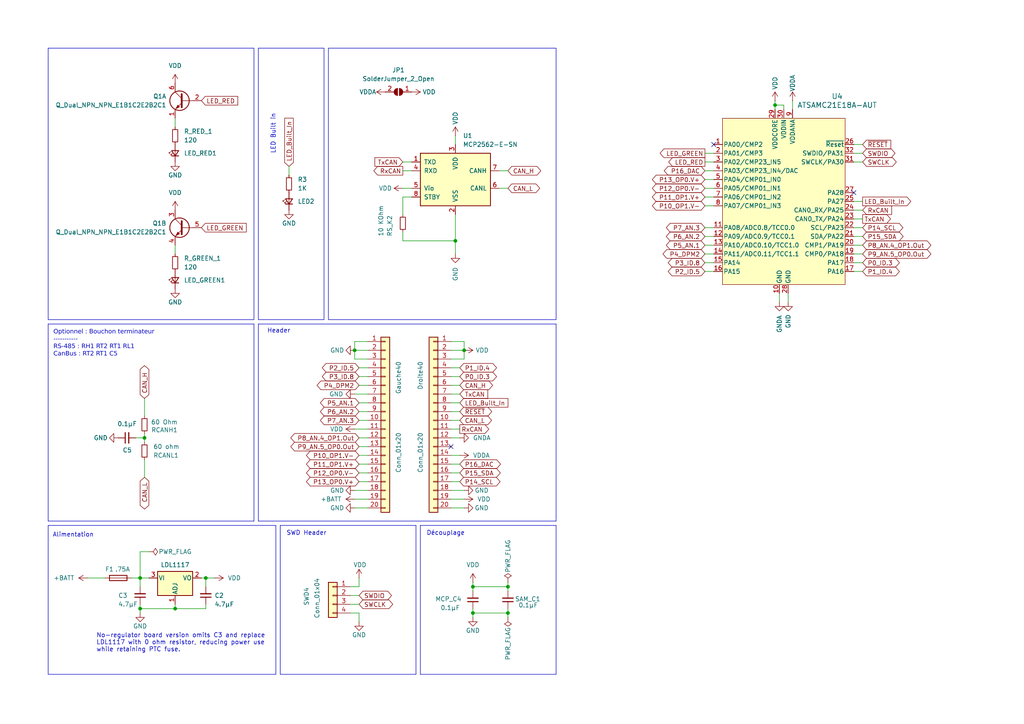
<source format=kicad_sch>
(kicad_sch
	(version 20231120)
	(generator "eeschema")
	(generator_version "8.0")
	(uuid "e63e39d7-6ac0-4ffd-8aa3-1841a4541b55")
	(paper "A4")
	(lib_symbols
		(symbol "4ms_Power-symbol:GNDA"
			(power)
			(pin_numbers hide)
			(pin_names
				(offset 0) hide)
			(exclude_from_sim no)
			(in_bom yes)
			(on_board yes)
			(property "Reference" "#PWR"
				(at 0 -6.35 0)
				(effects
					(font
						(size 1.27 1.27)
					)
					(hide yes)
				)
			)
			(property "Value" "GNDA"
				(at 0 -3.81 0)
				(effects
					(font
						(size 1.27 1.27)
					)
				)
			)
			(property "Footprint" ""
				(at 0 0 0)
				(effects
					(font
						(size 1.27 1.27)
					)
					(hide yes)
				)
			)
			(property "Datasheet" ""
				(at 0 0 0)
				(effects
					(font
						(size 1.27 1.27)
					)
					(hide yes)
				)
			)
			(property "Description" "(analog) ground power-flag symbol"
				(at 0 0 0)
				(effects
					(font
						(size 1.27 1.27)
					)
					(hide yes)
				)
			)
			(property "ki_keywords" "Power Flag Symbol"
				(at 0 0 0)
				(effects
					(font
						(size 1.27 1.27)
					)
					(hide yes)
				)
			)
			(symbol "GNDA_0_1"
				(polyline
					(pts
						(xy 0 0) (xy 0 -1.27) (xy 1.27 -1.27) (xy 0 -2.54) (xy -1.27 -1.27) (xy 0 -1.27)
					)
					(stroke
						(width 0)
						(type default)
					)
					(fill
						(type none)
					)
				)
			)
			(symbol "GNDA_1_1"
				(pin power_in line
					(at 0 0 270)
					(length 0) hide
					(name "GNDA"
						(effects
							(font
								(size 1.27 1.27)
							)
						)
					)
					(number "1"
						(effects
							(font
								(size 1.27 1.27)
							)
						)
					)
				)
			)
		)
		(symbol "ATSAMC21E18A_AUT:ATSAMC21E18A-AUT"
			(pin_names
				(offset 0.254)
			)
			(exclude_from_sim no)
			(in_bom yes)
			(on_board yes)
			(property "Reference" "U"
				(at 17.78 -42.418 0)
				(effects
					(font
						(size 1.524 1.524)
					)
				)
			)
			(property "Value" "ATSAMC21E18A-AUT"
				(at 32.766 -50.546 0)
				(effects
					(font
						(size 1.524 1.524)
					)
				)
			)
			(property "Footprint" "ATSAMC21E18A_AUT:TQFP32_MC_MCH"
				(at 16.764 -2.286 0)
				(effects
					(font
						(size 1.27 1.27)
						(italic yes)
					)
					(hide yes)
				)
			)
			(property "Datasheet" "ATSAMC21E18A-AUT"
				(at 17.018 -4.572 0)
				(effects
					(font
						(size 1.27 1.27)
						(italic yes)
					)
					(hide yes)
				)
			)
			(property "Description" ""
				(at -7.62 -5.08 0)
				(effects
					(font
						(size 1.27 1.27)
					)
					(hide yes)
				)
			)
			(property "ki_locked" ""
				(at 0 0 0)
				(effects
					(font
						(size 1.27 1.27)
					)
				)
			)
			(property "ki_keywords" "ATSAMC21E18A-AUT"
				(at 0 0 0)
				(effects
					(font
						(size 1.27 1.27)
					)
					(hide yes)
				)
			)
			(property "ki_fp_filters" "TQFP32_MC_MCH TQFP32_MC_MCH-M TQFP32_MC_MCH-L"
				(at 0 0 0)
				(effects
					(font
						(size 1.27 1.27)
					)
					(hide yes)
				)
			)
			(symbol "ATSAMC21E18A-AUT_1_1"
				(rectangle
					(start 0 0)
					(end 35.56 -48.26)
					(stroke
						(width 0)
						(type default)
					)
					(fill
						(type background)
					)
				)
				(pin bidirectional line
					(at -2.54 -7.62 0)
					(length 2.54)
					(name "PA00/CMP2"
						(effects
							(font
								(size 1.27 1.27)
							)
						)
					)
					(number "1"
						(effects
							(font
								(size 1.27 1.27)
							)
						)
					)
				)
				(pin power_out line
					(at 16.51 -50.8 90)
					(length 2.54)
					(name "GND"
						(effects
							(font
								(size 1.27 1.27)
							)
						)
					)
					(number "10"
						(effects
							(font
								(size 1.27 1.27)
							)
						)
					)
				)
				(pin bidirectional line
					(at -2.54 -31.75 0)
					(length 2.54)
					(name "PA08/ADC0.8/TCC0.0"
						(effects
							(font
								(size 1.27 1.27)
							)
						)
					)
					(number "11"
						(effects
							(font
								(size 1.27 1.27)
							)
						)
					)
				)
				(pin bidirectional line
					(at -2.54 -34.29 0)
					(length 2.54)
					(name "PA09/ADC0.9/TCC0.1"
						(effects
							(font
								(size 1.27 1.27)
							)
						)
					)
					(number "12"
						(effects
							(font
								(size 1.27 1.27)
							)
						)
					)
				)
				(pin bidirectional line
					(at -2.54 -36.83 0)
					(length 2.54)
					(name "PA10/ADC0.10/TCC1.0"
						(effects
							(font
								(size 1.27 1.27)
							)
						)
					)
					(number "13"
						(effects
							(font
								(size 1.27 1.27)
							)
						)
					)
				)
				(pin bidirectional line
					(at -2.54 -39.37 0)
					(length 2.54)
					(name "PA11/ADC0.11/TCC1.1"
						(effects
							(font
								(size 1.27 1.27)
							)
						)
					)
					(number "14"
						(effects
							(font
								(size 1.27 1.27)
							)
						)
					)
				)
				(pin bidirectional line
					(at -2.54 -41.91 0)
					(length 2.54)
					(name "PA14"
						(effects
							(font
								(size 1.27 1.27)
							)
						)
					)
					(number "15"
						(effects
							(font
								(size 1.27 1.27)
							)
						)
					)
				)
				(pin bidirectional line
					(at -2.54 -44.45 0)
					(length 2.54)
					(name "PA15"
						(effects
							(font
								(size 1.27 1.27)
							)
						)
					)
					(number "16"
						(effects
							(font
								(size 1.27 1.27)
							)
						)
					)
				)
				(pin bidirectional line
					(at 38.1 -44.45 180)
					(length 2.54)
					(name "PA16"
						(effects
							(font
								(size 1.27 1.27)
							)
						)
					)
					(number "17"
						(effects
							(font
								(size 1.27 1.27)
							)
						)
					)
				)
				(pin bidirectional line
					(at 38.1 -41.91 180)
					(length 2.54)
					(name "PA17"
						(effects
							(font
								(size 1.27 1.27)
							)
						)
					)
					(number "18"
						(effects
							(font
								(size 1.27 1.27)
							)
						)
					)
				)
				(pin bidirectional line
					(at 38.1 -39.37 180)
					(length 2.54)
					(name "CMP0/PA18"
						(effects
							(font
								(size 1.27 1.27)
							)
						)
					)
					(number "19"
						(effects
							(font
								(size 1.27 1.27)
							)
						)
					)
				)
				(pin bidirectional line
					(at -2.54 -10.16 0)
					(length 2.54)
					(name "PA01/CMP3"
						(effects
							(font
								(size 1.27 1.27)
							)
						)
					)
					(number "2"
						(effects
							(font
								(size 1.27 1.27)
							)
						)
					)
				)
				(pin bidirectional line
					(at 38.1 -36.83 180)
					(length 2.54)
					(name "CMP1/PA19"
						(effects
							(font
								(size 1.27 1.27)
							)
						)
					)
					(number "20"
						(effects
							(font
								(size 1.27 1.27)
							)
						)
					)
				)
				(pin bidirectional line
					(at 38.1 -34.29 180)
					(length 2.54)
					(name "SDA/PA22"
						(effects
							(font
								(size 1.27 1.27)
							)
						)
					)
					(number "21"
						(effects
							(font
								(size 1.27 1.27)
							)
						)
					)
				)
				(pin bidirectional line
					(at 38.1 -31.75 180)
					(length 2.54)
					(name "SCL/PA23"
						(effects
							(font
								(size 1.27 1.27)
							)
						)
					)
					(number "22"
						(effects
							(font
								(size 1.27 1.27)
							)
						)
					)
				)
				(pin bidirectional line
					(at 38.1 -29.21 180)
					(length 2.54)
					(name "CAN0_TX/PA24"
						(effects
							(font
								(size 1.27 1.27)
							)
						)
					)
					(number "23"
						(effects
							(font
								(size 1.27 1.27)
							)
						)
					)
				)
				(pin bidirectional line
					(at 38.1 -26.67 180)
					(length 2.54)
					(name "CAN0_RX/PA25"
						(effects
							(font
								(size 1.27 1.27)
							)
						)
					)
					(number "24"
						(effects
							(font
								(size 1.27 1.27)
							)
						)
					)
				)
				(pin bidirectional line
					(at 38.1 -24.13 180)
					(length 2.54)
					(name "PA27"
						(effects
							(font
								(size 1.27 1.27)
							)
						)
					)
					(number "25"
						(effects
							(font
								(size 1.27 1.27)
							)
						)
					)
				)
				(pin unspecified line
					(at 38.1 -7.62 180)
					(length 2.54)
					(name "~{Reset}"
						(effects
							(font
								(size 1.27 1.27)
							)
						)
					)
					(number "26"
						(effects
							(font
								(size 1.27 1.27)
							)
						)
					)
				)
				(pin bidirectional line
					(at 38.1 -21.59 180)
					(length 2.54)
					(name "PA28"
						(effects
							(font
								(size 1.27 1.27)
							)
						)
					)
					(number "27"
						(effects
							(font
								(size 1.27 1.27)
							)
						)
					)
				)
				(pin power_out line
					(at 19.05 -50.8 90)
					(length 2.54)
					(name "GND"
						(effects
							(font
								(size 1.27 1.27)
							)
						)
					)
					(number "28"
						(effects
							(font
								(size 1.27 1.27)
							)
						)
					)
				)
				(pin power_in line
					(at 15.24 2.54 270)
					(length 2.54)
					(name "VDDCORE"
						(effects
							(font
								(size 1.27 1.27)
							)
						)
					)
					(number "29"
						(effects
							(font
								(size 1.27 1.27)
							)
						)
					)
				)
				(pin bidirectional line
					(at -2.54 -12.7 0)
					(length 2.54)
					(name "PA02/CMP23_IN5"
						(effects
							(font
								(size 1.27 1.27)
							)
						)
					)
					(number "3"
						(effects
							(font
								(size 1.27 1.27)
							)
						)
					)
				)
				(pin power_in line
					(at 17.78 2.54 270)
					(length 2.54)
					(name "VDDIN"
						(effects
							(font
								(size 1.27 1.27)
							)
						)
					)
					(number "30"
						(effects
							(font
								(size 1.27 1.27)
							)
						)
					)
				)
				(pin bidirectional line
					(at 38.1 -12.7 180)
					(length 2.54)
					(name "SWCLK/PA30"
						(effects
							(font
								(size 1.27 1.27)
							)
						)
					)
					(number "31"
						(effects
							(font
								(size 1.27 1.27)
							)
						)
					)
				)
				(pin bidirectional line
					(at 38.1 -10.16 180)
					(length 2.54)
					(name "SWDIO/PA31"
						(effects
							(font
								(size 1.27 1.27)
							)
						)
					)
					(number "32"
						(effects
							(font
								(size 1.27 1.27)
							)
						)
					)
				)
				(pin bidirectional line
					(at -2.54 -15.24 0)
					(length 2.54)
					(name "PA03/CMP23_IN4/DAC"
						(effects
							(font
								(size 1.27 1.27)
							)
						)
					)
					(number "4"
						(effects
							(font
								(size 1.27 1.27)
							)
						)
					)
				)
				(pin bidirectional line
					(at -2.54 -17.78 0)
					(length 2.54)
					(name "PA04/CMP01_IN0"
						(effects
							(font
								(size 1.27 1.27)
							)
						)
					)
					(number "5"
						(effects
							(font
								(size 1.27 1.27)
							)
						)
					)
				)
				(pin bidirectional line
					(at -2.54 -20.32 0)
					(length 2.54)
					(name "PA05/CMP01_IN1"
						(effects
							(font
								(size 1.27 1.27)
							)
						)
					)
					(number "6"
						(effects
							(font
								(size 1.27 1.27)
							)
						)
					)
				)
				(pin bidirectional line
					(at -2.54 -22.86 0)
					(length 2.54)
					(name "PA06/CMP01_IN2"
						(effects
							(font
								(size 1.27 1.27)
							)
						)
					)
					(number "7"
						(effects
							(font
								(size 1.27 1.27)
							)
						)
					)
				)
				(pin bidirectional line
					(at -2.54 -25.4 0)
					(length 2.54)
					(name "PA07/CMP01_IN3"
						(effects
							(font
								(size 1.27 1.27)
							)
						)
					)
					(number "8"
						(effects
							(font
								(size 1.27 1.27)
							)
						)
					)
				)
				(pin power_in line
					(at 20.32 2.54 270)
					(length 2.54)
					(name "VDDANA"
						(effects
							(font
								(size 1.27 1.27)
							)
						)
					)
					(number "9"
						(effects
							(font
								(size 1.27 1.27)
							)
						)
					)
				)
			)
		)
		(symbol "Connector_Generic:Conn_01x04"
			(pin_names
				(offset 1.016) hide)
			(exclude_from_sim no)
			(in_bom yes)
			(on_board yes)
			(property "Reference" "J"
				(at 0 5.08 0)
				(effects
					(font
						(size 1.27 1.27)
					)
				)
			)
			(property "Value" "Conn_01x04"
				(at 0 -7.62 0)
				(effects
					(font
						(size 1.27 1.27)
					)
				)
			)
			(property "Footprint" ""
				(at 0 0 0)
				(effects
					(font
						(size 1.27 1.27)
					)
					(hide yes)
				)
			)
			(property "Datasheet" "~"
				(at 0 0 0)
				(effects
					(font
						(size 1.27 1.27)
					)
					(hide yes)
				)
			)
			(property "Description" "Generic connector, single row, 01x04, script generated (kicad-library-utils/schlib/autogen/connector/)"
				(at 0 0 0)
				(effects
					(font
						(size 1.27 1.27)
					)
					(hide yes)
				)
			)
			(property "ki_keywords" "connector"
				(at 0 0 0)
				(effects
					(font
						(size 1.27 1.27)
					)
					(hide yes)
				)
			)
			(property "ki_fp_filters" "Connector*:*_1x??_*"
				(at 0 0 0)
				(effects
					(font
						(size 1.27 1.27)
					)
					(hide yes)
				)
			)
			(symbol "Conn_01x04_1_1"
				(rectangle
					(start -1.27 -4.953)
					(end 0 -5.207)
					(stroke
						(width 0.1524)
						(type default)
					)
					(fill
						(type none)
					)
				)
				(rectangle
					(start -1.27 -2.413)
					(end 0 -2.667)
					(stroke
						(width 0.1524)
						(type default)
					)
					(fill
						(type none)
					)
				)
				(rectangle
					(start -1.27 0.127)
					(end 0 -0.127)
					(stroke
						(width 0.1524)
						(type default)
					)
					(fill
						(type none)
					)
				)
				(rectangle
					(start -1.27 2.667)
					(end 0 2.413)
					(stroke
						(width 0.1524)
						(type default)
					)
					(fill
						(type none)
					)
				)
				(rectangle
					(start -1.27 3.81)
					(end 1.27 -6.35)
					(stroke
						(width 0.254)
						(type default)
					)
					(fill
						(type background)
					)
				)
				(pin passive line
					(at -5.08 2.54 0)
					(length 3.81)
					(name "Pin_1"
						(effects
							(font
								(size 1.27 1.27)
							)
						)
					)
					(number "1"
						(effects
							(font
								(size 1.27 1.27)
							)
						)
					)
				)
				(pin passive line
					(at -5.08 0 0)
					(length 3.81)
					(name "Pin_2"
						(effects
							(font
								(size 1.27 1.27)
							)
						)
					)
					(number "2"
						(effects
							(font
								(size 1.27 1.27)
							)
						)
					)
				)
				(pin passive line
					(at -5.08 -2.54 0)
					(length 3.81)
					(name "Pin_3"
						(effects
							(font
								(size 1.27 1.27)
							)
						)
					)
					(number "3"
						(effects
							(font
								(size 1.27 1.27)
							)
						)
					)
				)
				(pin passive line
					(at -5.08 -5.08 0)
					(length 3.81)
					(name "Pin_4"
						(effects
							(font
								(size 1.27 1.27)
							)
						)
					)
					(number "4"
						(effects
							(font
								(size 1.27 1.27)
							)
						)
					)
				)
			)
		)
		(symbol "Connector_Generic:Conn_01x20"
			(pin_names
				(offset 1.016) hide)
			(exclude_from_sim no)
			(in_bom yes)
			(on_board yes)
			(property "Reference" "J"
				(at 0 25.4 0)
				(effects
					(font
						(size 1.27 1.27)
					)
				)
			)
			(property "Value" "Conn_01x20"
				(at 0 -27.94 0)
				(effects
					(font
						(size 1.27 1.27)
					)
				)
			)
			(property "Footprint" ""
				(at 0 0 0)
				(effects
					(font
						(size 1.27 1.27)
					)
					(hide yes)
				)
			)
			(property "Datasheet" "~"
				(at 0 0 0)
				(effects
					(font
						(size 1.27 1.27)
					)
					(hide yes)
				)
			)
			(property "Description" "Generic connector, single row, 01x20, script generated (kicad-library-utils/schlib/autogen/connector/)"
				(at 0 0 0)
				(effects
					(font
						(size 1.27 1.27)
					)
					(hide yes)
				)
			)
			(property "ki_keywords" "connector"
				(at 0 0 0)
				(effects
					(font
						(size 1.27 1.27)
					)
					(hide yes)
				)
			)
			(property "ki_fp_filters" "Connector*:*_1x??_*"
				(at 0 0 0)
				(effects
					(font
						(size 1.27 1.27)
					)
					(hide yes)
				)
			)
			(symbol "Conn_01x20_1_1"
				(rectangle
					(start -1.27 -25.273)
					(end 0 -25.527)
					(stroke
						(width 0.1524)
						(type default)
					)
					(fill
						(type none)
					)
				)
				(rectangle
					(start -1.27 -22.733)
					(end 0 -22.987)
					(stroke
						(width 0.1524)
						(type default)
					)
					(fill
						(type none)
					)
				)
				(rectangle
					(start -1.27 -20.193)
					(end 0 -20.447)
					(stroke
						(width 0.1524)
						(type default)
					)
					(fill
						(type none)
					)
				)
				(rectangle
					(start -1.27 -17.653)
					(end 0 -17.907)
					(stroke
						(width 0.1524)
						(type default)
					)
					(fill
						(type none)
					)
				)
				(rectangle
					(start -1.27 -15.113)
					(end 0 -15.367)
					(stroke
						(width 0.1524)
						(type default)
					)
					(fill
						(type none)
					)
				)
				(rectangle
					(start -1.27 -12.573)
					(end 0 -12.827)
					(stroke
						(width 0.1524)
						(type default)
					)
					(fill
						(type none)
					)
				)
				(rectangle
					(start -1.27 -10.033)
					(end 0 -10.287)
					(stroke
						(width 0.1524)
						(type default)
					)
					(fill
						(type none)
					)
				)
				(rectangle
					(start -1.27 -7.493)
					(end 0 -7.747)
					(stroke
						(width 0.1524)
						(type default)
					)
					(fill
						(type none)
					)
				)
				(rectangle
					(start -1.27 -4.953)
					(end 0 -5.207)
					(stroke
						(width 0.1524)
						(type default)
					)
					(fill
						(type none)
					)
				)
				(rectangle
					(start -1.27 -2.413)
					(end 0 -2.667)
					(stroke
						(width 0.1524)
						(type default)
					)
					(fill
						(type none)
					)
				)
				(rectangle
					(start -1.27 0.127)
					(end 0 -0.127)
					(stroke
						(width 0.1524)
						(type default)
					)
					(fill
						(type none)
					)
				)
				(rectangle
					(start -1.27 2.667)
					(end 0 2.413)
					(stroke
						(width 0.1524)
						(type default)
					)
					(fill
						(type none)
					)
				)
				(rectangle
					(start -1.27 5.207)
					(end 0 4.953)
					(stroke
						(width 0.1524)
						(type default)
					)
					(fill
						(type none)
					)
				)
				(rectangle
					(start -1.27 7.747)
					(end 0 7.493)
					(stroke
						(width 0.1524)
						(type default)
					)
					(fill
						(type none)
					)
				)
				(rectangle
					(start -1.27 10.287)
					(end 0 10.033)
					(stroke
						(width 0.1524)
						(type default)
					)
					(fill
						(type none)
					)
				)
				(rectangle
					(start -1.27 12.827)
					(end 0 12.573)
					(stroke
						(width 0.1524)
						(type default)
					)
					(fill
						(type none)
					)
				)
				(rectangle
					(start -1.27 15.367)
					(end 0 15.113)
					(stroke
						(width 0.1524)
						(type default)
					)
					(fill
						(type none)
					)
				)
				(rectangle
					(start -1.27 17.907)
					(end 0 17.653)
					(stroke
						(width 0.1524)
						(type default)
					)
					(fill
						(type none)
					)
				)
				(rectangle
					(start -1.27 20.447)
					(end 0 20.193)
					(stroke
						(width 0.1524)
						(type default)
					)
					(fill
						(type none)
					)
				)
				(rectangle
					(start -1.27 22.987)
					(end 0 22.733)
					(stroke
						(width 0.1524)
						(type default)
					)
					(fill
						(type none)
					)
				)
				(rectangle
					(start -1.27 24.13)
					(end 1.27 -26.67)
					(stroke
						(width 0.254)
						(type default)
					)
					(fill
						(type background)
					)
				)
				(pin passive line
					(at -5.08 22.86 0)
					(length 3.81)
					(name "Pin_1"
						(effects
							(font
								(size 1.27 1.27)
							)
						)
					)
					(number "1"
						(effects
							(font
								(size 1.27 1.27)
							)
						)
					)
				)
				(pin passive line
					(at -5.08 0 0)
					(length 3.81)
					(name "Pin_10"
						(effects
							(font
								(size 1.27 1.27)
							)
						)
					)
					(number "10"
						(effects
							(font
								(size 1.27 1.27)
							)
						)
					)
				)
				(pin passive line
					(at -5.08 -2.54 0)
					(length 3.81)
					(name "Pin_11"
						(effects
							(font
								(size 1.27 1.27)
							)
						)
					)
					(number "11"
						(effects
							(font
								(size 1.27 1.27)
							)
						)
					)
				)
				(pin passive line
					(at -5.08 -5.08 0)
					(length 3.81)
					(name "Pin_12"
						(effects
							(font
								(size 1.27 1.27)
							)
						)
					)
					(number "12"
						(effects
							(font
								(size 1.27 1.27)
							)
						)
					)
				)
				(pin passive line
					(at -5.08 -7.62 0)
					(length 3.81)
					(name "Pin_13"
						(effects
							(font
								(size 1.27 1.27)
							)
						)
					)
					(number "13"
						(effects
							(font
								(size 1.27 1.27)
							)
						)
					)
				)
				(pin passive line
					(at -5.08 -10.16 0)
					(length 3.81)
					(name "Pin_14"
						(effects
							(font
								(size 1.27 1.27)
							)
						)
					)
					(number "14"
						(effects
							(font
								(size 1.27 1.27)
							)
						)
					)
				)
				(pin passive line
					(at -5.08 -12.7 0)
					(length 3.81)
					(name "Pin_15"
						(effects
							(font
								(size 1.27 1.27)
							)
						)
					)
					(number "15"
						(effects
							(font
								(size 1.27 1.27)
							)
						)
					)
				)
				(pin passive line
					(at -5.08 -15.24 0)
					(length 3.81)
					(name "Pin_16"
						(effects
							(font
								(size 1.27 1.27)
							)
						)
					)
					(number "16"
						(effects
							(font
								(size 1.27 1.27)
							)
						)
					)
				)
				(pin passive line
					(at -5.08 -17.78 0)
					(length 3.81)
					(name "Pin_17"
						(effects
							(font
								(size 1.27 1.27)
							)
						)
					)
					(number "17"
						(effects
							(font
								(size 1.27 1.27)
							)
						)
					)
				)
				(pin passive line
					(at -5.08 -20.32 0)
					(length 3.81)
					(name "Pin_18"
						(effects
							(font
								(size 1.27 1.27)
							)
						)
					)
					(number "18"
						(effects
							(font
								(size 1.27 1.27)
							)
						)
					)
				)
				(pin passive line
					(at -5.08 -22.86 0)
					(length 3.81)
					(name "Pin_19"
						(effects
							(font
								(size 1.27 1.27)
							)
						)
					)
					(number "19"
						(effects
							(font
								(size 1.27 1.27)
							)
						)
					)
				)
				(pin passive line
					(at -5.08 20.32 0)
					(length 3.81)
					(name "Pin_2"
						(effects
							(font
								(size 1.27 1.27)
							)
						)
					)
					(number "2"
						(effects
							(font
								(size 1.27 1.27)
							)
						)
					)
				)
				(pin passive line
					(at -5.08 -25.4 0)
					(length 3.81)
					(name "Pin_20"
						(effects
							(font
								(size 1.27 1.27)
							)
						)
					)
					(number "20"
						(effects
							(font
								(size 1.27 1.27)
							)
						)
					)
				)
				(pin passive line
					(at -5.08 17.78 0)
					(length 3.81)
					(name "Pin_3"
						(effects
							(font
								(size 1.27 1.27)
							)
						)
					)
					(number "3"
						(effects
							(font
								(size 1.27 1.27)
							)
						)
					)
				)
				(pin passive line
					(at -5.08 15.24 0)
					(length 3.81)
					(name "Pin_4"
						(effects
							(font
								(size 1.27 1.27)
							)
						)
					)
					(number "4"
						(effects
							(font
								(size 1.27 1.27)
							)
						)
					)
				)
				(pin passive line
					(at -5.08 12.7 0)
					(length 3.81)
					(name "Pin_5"
						(effects
							(font
								(size 1.27 1.27)
							)
						)
					)
					(number "5"
						(effects
							(font
								(size 1.27 1.27)
							)
						)
					)
				)
				(pin passive line
					(at -5.08 10.16 0)
					(length 3.81)
					(name "Pin_6"
						(effects
							(font
								(size 1.27 1.27)
							)
						)
					)
					(number "6"
						(effects
							(font
								(size 1.27 1.27)
							)
						)
					)
				)
				(pin passive line
					(at -5.08 7.62 0)
					(length 3.81)
					(name "Pin_7"
						(effects
							(font
								(size 1.27 1.27)
							)
						)
					)
					(number "7"
						(effects
							(font
								(size 1.27 1.27)
							)
						)
					)
				)
				(pin passive line
					(at -5.08 5.08 0)
					(length 3.81)
					(name "Pin_8"
						(effects
							(font
								(size 1.27 1.27)
							)
						)
					)
					(number "8"
						(effects
							(font
								(size 1.27 1.27)
							)
						)
					)
				)
				(pin passive line
					(at -5.08 2.54 0)
					(length 3.81)
					(name "Pin_9"
						(effects
							(font
								(size 1.27 1.27)
							)
						)
					)
					(number "9"
						(effects
							(font
								(size 1.27 1.27)
							)
						)
					)
				)
			)
		)
		(symbol "Device:C_Small"
			(pin_numbers hide)
			(pin_names
				(offset 0.254) hide)
			(exclude_from_sim no)
			(in_bom yes)
			(on_board yes)
			(property "Reference" "C"
				(at 0.254 1.778 0)
				(effects
					(font
						(size 1.27 1.27)
					)
					(justify left)
				)
			)
			(property "Value" "C_Small"
				(at 0.254 -2.032 0)
				(effects
					(font
						(size 1.27 1.27)
					)
					(justify left)
				)
			)
			(property "Footprint" ""
				(at 0 0 0)
				(effects
					(font
						(size 1.27 1.27)
					)
					(hide yes)
				)
			)
			(property "Datasheet" "~"
				(at 0 0 0)
				(effects
					(font
						(size 1.27 1.27)
					)
					(hide yes)
				)
			)
			(property "Description" "Unpolarized capacitor, small symbol"
				(at 0 0 0)
				(effects
					(font
						(size 1.27 1.27)
					)
					(hide yes)
				)
			)
			(property "ki_keywords" "capacitor cap"
				(at 0 0 0)
				(effects
					(font
						(size 1.27 1.27)
					)
					(hide yes)
				)
			)
			(property "ki_fp_filters" "C_*"
				(at 0 0 0)
				(effects
					(font
						(size 1.27 1.27)
					)
					(hide yes)
				)
			)
			(symbol "C_Small_0_1"
				(polyline
					(pts
						(xy -1.524 -0.508) (xy 1.524 -0.508)
					)
					(stroke
						(width 0.3302)
						(type default)
					)
					(fill
						(type none)
					)
				)
				(polyline
					(pts
						(xy -1.524 0.508) (xy 1.524 0.508)
					)
					(stroke
						(width 0.3048)
						(type default)
					)
					(fill
						(type none)
					)
				)
			)
			(symbol "C_Small_1_1"
				(pin passive line
					(at 0 2.54 270)
					(length 2.032)
					(name "~"
						(effects
							(font
								(size 1.27 1.27)
							)
						)
					)
					(number "1"
						(effects
							(font
								(size 1.27 1.27)
							)
						)
					)
				)
				(pin passive line
					(at 0 -2.54 90)
					(length 2.032)
					(name "~"
						(effects
							(font
								(size 1.27 1.27)
							)
						)
					)
					(number "2"
						(effects
							(font
								(size 1.27 1.27)
							)
						)
					)
				)
			)
		)
		(symbol "Device:Fuse"
			(pin_numbers hide)
			(pin_names
				(offset 0)
			)
			(exclude_from_sim no)
			(in_bom yes)
			(on_board yes)
			(property "Reference" "F"
				(at 2.032 0 90)
				(effects
					(font
						(size 1.27 1.27)
					)
				)
			)
			(property "Value" "Fuse"
				(at -1.905 0 90)
				(effects
					(font
						(size 1.27 1.27)
					)
				)
			)
			(property "Footprint" ""
				(at -1.778 0 90)
				(effects
					(font
						(size 1.27 1.27)
					)
					(hide yes)
				)
			)
			(property "Datasheet" "~"
				(at 0 0 0)
				(effects
					(font
						(size 1.27 1.27)
					)
					(hide yes)
				)
			)
			(property "Description" "Fuse"
				(at 0 0 0)
				(effects
					(font
						(size 1.27 1.27)
					)
					(hide yes)
				)
			)
			(property "ki_keywords" "fuse"
				(at 0 0 0)
				(effects
					(font
						(size 1.27 1.27)
					)
					(hide yes)
				)
			)
			(property "ki_fp_filters" "*Fuse*"
				(at 0 0 0)
				(effects
					(font
						(size 1.27 1.27)
					)
					(hide yes)
				)
			)
			(symbol "Fuse_0_1"
				(rectangle
					(start -0.762 -2.54)
					(end 0.762 2.54)
					(stroke
						(width 0.254)
						(type default)
					)
					(fill
						(type none)
					)
				)
				(polyline
					(pts
						(xy 0 2.54) (xy 0 -2.54)
					)
					(stroke
						(width 0)
						(type default)
					)
					(fill
						(type none)
					)
				)
			)
			(symbol "Fuse_1_1"
				(pin passive line
					(at 0 3.81 270)
					(length 1.27)
					(name "~"
						(effects
							(font
								(size 1.27 1.27)
							)
						)
					)
					(number "1"
						(effects
							(font
								(size 1.27 1.27)
							)
						)
					)
				)
				(pin passive line
					(at 0 -3.81 90)
					(length 1.27)
					(name "~"
						(effects
							(font
								(size 1.27 1.27)
							)
						)
					)
					(number "2"
						(effects
							(font
								(size 1.27 1.27)
							)
						)
					)
				)
			)
		)
		(symbol "Device:LED_Small"
			(pin_numbers hide)
			(pin_names
				(offset 0.254) hide)
			(exclude_from_sim no)
			(in_bom yes)
			(on_board yes)
			(property "Reference" "D"
				(at -1.27 3.175 0)
				(effects
					(font
						(size 1.27 1.27)
					)
					(justify left)
				)
			)
			(property "Value" "LED_Small"
				(at -4.445 -2.54 0)
				(effects
					(font
						(size 1.27 1.27)
					)
					(justify left)
				)
			)
			(property "Footprint" ""
				(at 0 0 90)
				(effects
					(font
						(size 1.27 1.27)
					)
					(hide yes)
				)
			)
			(property "Datasheet" "~"
				(at 0 0 90)
				(effects
					(font
						(size 1.27 1.27)
					)
					(hide yes)
				)
			)
			(property "Description" "Light emitting diode, small symbol"
				(at 0 0 0)
				(effects
					(font
						(size 1.27 1.27)
					)
					(hide yes)
				)
			)
			(property "ki_keywords" "LED diode light-emitting-diode"
				(at 0 0 0)
				(effects
					(font
						(size 1.27 1.27)
					)
					(hide yes)
				)
			)
			(property "ki_fp_filters" "LED* LED_SMD:* LED_THT:*"
				(at 0 0 0)
				(effects
					(font
						(size 1.27 1.27)
					)
					(hide yes)
				)
			)
			(symbol "LED_Small_0_1"
				(polyline
					(pts
						(xy -0.762 -1.016) (xy -0.762 1.016)
					)
					(stroke
						(width 0.254)
						(type default)
					)
					(fill
						(type none)
					)
				)
				(polyline
					(pts
						(xy 1.016 0) (xy -0.762 0)
					)
					(stroke
						(width 0)
						(type default)
					)
					(fill
						(type none)
					)
				)
				(polyline
					(pts
						(xy 0.762 -1.016) (xy -0.762 0) (xy 0.762 1.016) (xy 0.762 -1.016)
					)
					(stroke
						(width 0.254)
						(type default)
					)
					(fill
						(type none)
					)
				)
				(polyline
					(pts
						(xy 0 0.762) (xy -0.508 1.27) (xy -0.254 1.27) (xy -0.508 1.27) (xy -0.508 1.016)
					)
					(stroke
						(width 0)
						(type default)
					)
					(fill
						(type none)
					)
				)
				(polyline
					(pts
						(xy 0.508 1.27) (xy 0 1.778) (xy 0.254 1.778) (xy 0 1.778) (xy 0 1.524)
					)
					(stroke
						(width 0)
						(type default)
					)
					(fill
						(type none)
					)
				)
			)
			(symbol "LED_Small_1_1"
				(pin passive line
					(at -2.54 0 0)
					(length 1.778)
					(name "K"
						(effects
							(font
								(size 1.27 1.27)
							)
						)
					)
					(number "1"
						(effects
							(font
								(size 1.27 1.27)
							)
						)
					)
				)
				(pin passive line
					(at 2.54 0 180)
					(length 1.778)
					(name "A"
						(effects
							(font
								(size 1.27 1.27)
							)
						)
					)
					(number "2"
						(effects
							(font
								(size 1.27 1.27)
							)
						)
					)
				)
			)
		)
		(symbol "Device:Q_Dual_NPN_NPN_E1B1C2E2B2C1"
			(pin_names
				(offset 0) hide)
			(exclude_from_sim no)
			(in_bom yes)
			(on_board yes)
			(property "Reference" "Q"
				(at 5.08 1.27 0)
				(effects
					(font
						(size 1.27 1.27)
					)
					(justify left)
				)
			)
			(property "Value" "Q_Dual_NPN_NPN_E1B1C2E2B2C1"
				(at 5.08 -1.27 0)
				(effects
					(font
						(size 1.27 1.27)
					)
					(justify left)
				)
			)
			(property "Footprint" ""
				(at 5.08 2.54 0)
				(effects
					(font
						(size 1.27 1.27)
					)
					(hide yes)
				)
			)
			(property "Datasheet" "~"
				(at 0 0 0)
				(effects
					(font
						(size 1.27 1.27)
					)
					(hide yes)
				)
			)
			(property "Description" "Dual NPN transistor, 6 pin package"
				(at 0 0 0)
				(effects
					(font
						(size 1.27 1.27)
					)
					(hide yes)
				)
			)
			(property "ki_locked" ""
				(at 0 0 0)
				(effects
					(font
						(size 1.27 1.27)
					)
				)
			)
			(property "ki_keywords" "transistor NPN"
				(at 0 0 0)
				(effects
					(font
						(size 1.27 1.27)
					)
					(hide yes)
				)
			)
			(property "ki_fp_filters" "SC?70* SC?88* SOT?363* SOT?23*"
				(at 0 0 0)
				(effects
					(font
						(size 1.27 1.27)
					)
					(hide yes)
				)
			)
			(symbol "Q_Dual_NPN_NPN_E1B1C2E2B2C1_0_1"
				(polyline
					(pts
						(xy 0.635 0) (xy -2.54 0)
					)
					(stroke
						(width 0)
						(type default)
					)
					(fill
						(type none)
					)
				)
				(polyline
					(pts
						(xy 0.635 0.635) (xy 2.54 2.54)
					)
					(stroke
						(width 0)
						(type default)
					)
					(fill
						(type none)
					)
				)
				(polyline
					(pts
						(xy 0.635 -0.635) (xy 2.54 -2.54) (xy 2.54 -2.54)
					)
					(stroke
						(width 0)
						(type default)
					)
					(fill
						(type none)
					)
				)
				(polyline
					(pts
						(xy 0.635 1.905) (xy 0.635 -1.905) (xy 0.635 -1.905)
					)
					(stroke
						(width 0.508)
						(type default)
					)
					(fill
						(type none)
					)
				)
				(polyline
					(pts
						(xy 1.27 -1.778) (xy 1.778 -1.27) (xy 2.286 -2.286) (xy 1.27 -1.778) (xy 1.27 -1.778)
					)
					(stroke
						(width 0)
						(type default)
					)
					(fill
						(type outline)
					)
				)
				(circle
					(center 1.27 0)
					(radius 2.8194)
					(stroke
						(width 0.254)
						(type default)
					)
					(fill
						(type none)
					)
				)
			)
			(symbol "Q_Dual_NPN_NPN_E1B1C2E2B2C1_1_1"
				(pin passive line
					(at 2.54 -5.08 90)
					(length 2.54)
					(name "E1"
						(effects
							(font
								(size 1.27 1.27)
							)
						)
					)
					(number "1"
						(effects
							(font
								(size 1.27 1.27)
							)
						)
					)
				)
				(pin input line
					(at -5.08 0 0)
					(length 2.54)
					(name "B1"
						(effects
							(font
								(size 1.27 1.27)
							)
						)
					)
					(number "2"
						(effects
							(font
								(size 1.27 1.27)
							)
						)
					)
				)
				(pin passive line
					(at 2.54 5.08 270)
					(length 2.54)
					(name "C1"
						(effects
							(font
								(size 1.27 1.27)
							)
						)
					)
					(number "6"
						(effects
							(font
								(size 1.27 1.27)
							)
						)
					)
				)
			)
			(symbol "Q_Dual_NPN_NPN_E1B1C2E2B2C1_2_1"
				(pin passive line
					(at 2.54 5.08 270)
					(length 2.54)
					(name "C2"
						(effects
							(font
								(size 1.27 1.27)
							)
						)
					)
					(number "3"
						(effects
							(font
								(size 1.27 1.27)
							)
						)
					)
				)
				(pin passive line
					(at 2.54 -5.08 90)
					(length 2.54)
					(name "E2"
						(effects
							(font
								(size 1.27 1.27)
							)
						)
					)
					(number "4"
						(effects
							(font
								(size 1.27 1.27)
							)
						)
					)
				)
				(pin input line
					(at -5.08 0 0)
					(length 2.54)
					(name "B2"
						(effects
							(font
								(size 1.27 1.27)
							)
						)
					)
					(number "5"
						(effects
							(font
								(size 1.27 1.27)
							)
						)
					)
				)
			)
		)
		(symbol "Device:R_Small"
			(pin_numbers hide)
			(pin_names
				(offset 0.254) hide)
			(exclude_from_sim no)
			(in_bom yes)
			(on_board yes)
			(property "Reference" "R"
				(at 0.762 0.508 0)
				(effects
					(font
						(size 1.27 1.27)
					)
					(justify left)
				)
			)
			(property "Value" "R_Small"
				(at 0.762 -1.016 0)
				(effects
					(font
						(size 1.27 1.27)
					)
					(justify left)
				)
			)
			(property "Footprint" ""
				(at 0 0 0)
				(effects
					(font
						(size 1.27 1.27)
					)
					(hide yes)
				)
			)
			(property "Datasheet" "~"
				(at 0 0 0)
				(effects
					(font
						(size 1.27 1.27)
					)
					(hide yes)
				)
			)
			(property "Description" "Resistor, small symbol"
				(at 0 0 0)
				(effects
					(font
						(size 1.27 1.27)
					)
					(hide yes)
				)
			)
			(property "ki_keywords" "R resistor"
				(at 0 0 0)
				(effects
					(font
						(size 1.27 1.27)
					)
					(hide yes)
				)
			)
			(property "ki_fp_filters" "R_*"
				(at 0 0 0)
				(effects
					(font
						(size 1.27 1.27)
					)
					(hide yes)
				)
			)
			(symbol "R_Small_0_1"
				(rectangle
					(start -0.762 1.778)
					(end 0.762 -1.778)
					(stroke
						(width 0.2032)
						(type default)
					)
					(fill
						(type none)
					)
				)
			)
			(symbol "R_Small_1_1"
				(pin passive line
					(at 0 2.54 270)
					(length 0.762)
					(name "~"
						(effects
							(font
								(size 1.27 1.27)
							)
						)
					)
					(number "1"
						(effects
							(font
								(size 1.27 1.27)
							)
						)
					)
				)
				(pin passive line
					(at 0 -2.54 90)
					(length 0.762)
					(name "~"
						(effects
							(font
								(size 1.27 1.27)
							)
						)
					)
					(number "2"
						(effects
							(font
								(size 1.27 1.27)
							)
						)
					)
				)
			)
		)
		(symbol "GND_1"
			(power)
			(pin_names
				(offset 0)
			)
			(exclude_from_sim no)
			(in_bom yes)
			(on_board yes)
			(property "Reference" "#PWR"
				(at 0 -6.35 0)
				(effects
					(font
						(size 1.27 1.27)
					)
					(hide yes)
				)
			)
			(property "Value" "GND_1"
				(at 0 -3.81 0)
				(effects
					(font
						(size 1.27 1.27)
					)
				)
			)
			(property "Footprint" ""
				(at 0 0 0)
				(effects
					(font
						(size 1.27 1.27)
					)
					(hide yes)
				)
			)
			(property "Datasheet" ""
				(at 0 0 0)
				(effects
					(font
						(size 1.27 1.27)
					)
					(hide yes)
				)
			)
			(property "Description" "Power symbol creates a global label with name \"GND\" , ground"
				(at 0 0 0)
				(effects
					(font
						(size 1.27 1.27)
					)
					(hide yes)
				)
			)
			(property "ki_keywords" "global power"
				(at 0 0 0)
				(effects
					(font
						(size 1.27 1.27)
					)
					(hide yes)
				)
			)
			(symbol "GND_1_0_1"
				(polyline
					(pts
						(xy 0 0) (xy 0 -1.27) (xy 1.27 -1.27) (xy 0 -2.54) (xy -1.27 -1.27) (xy 0 -1.27)
					)
					(stroke
						(width 0)
						(type default)
					)
					(fill
						(type none)
					)
				)
			)
			(symbol "GND_1_1_1"
				(pin power_in line
					(at 0 0 270)
					(length 0) hide
					(name "GND"
						(effects
							(font
								(size 1.27 1.27)
							)
						)
					)
					(number "1"
						(effects
							(font
								(size 1.27 1.27)
							)
						)
					)
				)
			)
		)
		(symbol "Interface_CAN_LIN:MCP2562-E-SN"
			(pin_names
				(offset 1.016)
			)
			(exclude_from_sim no)
			(in_bom yes)
			(on_board yes)
			(property "Reference" "U"
				(at -10.16 8.89 0)
				(effects
					(font
						(size 1.27 1.27)
					)
					(justify left)
				)
			)
			(property "Value" "MCP2562-E-SN"
				(at 2.54 8.89 0)
				(effects
					(font
						(size 1.27 1.27)
					)
					(justify left)
				)
			)
			(property "Footprint" "Package_SO:SOIC-8_3.9x4.9mm_P1.27mm"
				(at 0 -12.7 0)
				(effects
					(font
						(size 1.27 1.27)
						(italic yes)
					)
					(hide yes)
				)
			)
			(property "Datasheet" "http://ww1.microchip.com/downloads/en/DeviceDoc/25167A.pdf"
				(at 0 0 0)
				(effects
					(font
						(size 1.27 1.27)
					)
					(hide yes)
				)
			)
			(property "Description" "High-Speed CAN Transceiver, 1Mbps, 5V supply, Vio pin, -40C to +125C, SOIC-8"
				(at 0 0 0)
				(effects
					(font
						(size 1.27 1.27)
					)
					(hide yes)
				)
			)
			(property "ki_keywords" "High-Speed CAN Transceiver"
				(at 0 0 0)
				(effects
					(font
						(size 1.27 1.27)
					)
					(hide yes)
				)
			)
			(property "ki_fp_filters" "SOIC*3.9x4.9mm*P1.27mm*"
				(at 0 0 0)
				(effects
					(font
						(size 1.27 1.27)
					)
					(hide yes)
				)
			)
			(symbol "MCP2562-E-SN_0_1"
				(rectangle
					(start -10.16 7.62)
					(end 10.16 -7.62)
					(stroke
						(width 0.254)
						(type default)
					)
					(fill
						(type background)
					)
				)
			)
			(symbol "MCP2562-E-SN_1_1"
				(pin input line
					(at -12.7 5.08 0)
					(length 2.54)
					(name "TXD"
						(effects
							(font
								(size 1.27 1.27)
							)
						)
					)
					(number "1"
						(effects
							(font
								(size 1.27 1.27)
							)
						)
					)
				)
				(pin power_in line
					(at 0 -10.16 90)
					(length 2.54)
					(name "VSS"
						(effects
							(font
								(size 1.27 1.27)
							)
						)
					)
					(number "2"
						(effects
							(font
								(size 1.27 1.27)
							)
						)
					)
				)
				(pin power_in line
					(at 0 10.16 270)
					(length 2.54)
					(name "VDD"
						(effects
							(font
								(size 1.27 1.27)
							)
						)
					)
					(number "3"
						(effects
							(font
								(size 1.27 1.27)
							)
						)
					)
				)
				(pin output line
					(at -12.7 2.54 0)
					(length 2.54)
					(name "RXD"
						(effects
							(font
								(size 1.27 1.27)
							)
						)
					)
					(number "4"
						(effects
							(font
								(size 1.27 1.27)
							)
						)
					)
				)
				(pin power_in line
					(at -12.7 -2.54 0)
					(length 2.54)
					(name "Vio"
						(effects
							(font
								(size 1.27 1.27)
							)
						)
					)
					(number "5"
						(effects
							(font
								(size 1.27 1.27)
							)
						)
					)
				)
				(pin bidirectional line
					(at 12.7 -2.54 180)
					(length 2.54)
					(name "CANL"
						(effects
							(font
								(size 1.27 1.27)
							)
						)
					)
					(number "6"
						(effects
							(font
								(size 1.27 1.27)
							)
						)
					)
				)
				(pin bidirectional line
					(at 12.7 2.54 180)
					(length 2.54)
					(name "CANH"
						(effects
							(font
								(size 1.27 1.27)
							)
						)
					)
					(number "7"
						(effects
							(font
								(size 1.27 1.27)
							)
						)
					)
				)
				(pin input line
					(at -12.7 -5.08 0)
					(length 2.54)
					(name "STBY"
						(effects
							(font
								(size 1.27 1.27)
							)
						)
					)
					(number "8"
						(effects
							(font
								(size 1.27 1.27)
							)
						)
					)
				)
			)
		)
		(symbol "Jumper:SolderJumper_2_Open"
			(pin_names
				(offset 0) hide)
			(exclude_from_sim no)
			(in_bom yes)
			(on_board yes)
			(property "Reference" "JP"
				(at 0 2.032 0)
				(effects
					(font
						(size 1.27 1.27)
					)
				)
			)
			(property "Value" "SolderJumper_2_Open"
				(at 0 -2.54 0)
				(effects
					(font
						(size 1.27 1.27)
					)
				)
			)
			(property "Footprint" ""
				(at 0 0 0)
				(effects
					(font
						(size 1.27 1.27)
					)
					(hide yes)
				)
			)
			(property "Datasheet" "~"
				(at 0 0 0)
				(effects
					(font
						(size 1.27 1.27)
					)
					(hide yes)
				)
			)
			(property "Description" "Solder Jumper, 2-pole, open"
				(at 0 0 0)
				(effects
					(font
						(size 1.27 1.27)
					)
					(hide yes)
				)
			)
			(property "ki_keywords" "solder jumper SPST"
				(at 0 0 0)
				(effects
					(font
						(size 1.27 1.27)
					)
					(hide yes)
				)
			)
			(property "ki_fp_filters" "SolderJumper*Open*"
				(at 0 0 0)
				(effects
					(font
						(size 1.27 1.27)
					)
					(hide yes)
				)
			)
			(symbol "SolderJumper_2_Open_0_1"
				(arc
					(start -0.254 1.016)
					(mid -1.2656 0)
					(end -0.254 -1.016)
					(stroke
						(width 0)
						(type default)
					)
					(fill
						(type none)
					)
				)
				(arc
					(start -0.254 1.016)
					(mid -1.2656 0)
					(end -0.254 -1.016)
					(stroke
						(width 0)
						(type default)
					)
					(fill
						(type outline)
					)
				)
				(polyline
					(pts
						(xy -0.254 1.016) (xy -0.254 -1.016)
					)
					(stroke
						(width 0)
						(type default)
					)
					(fill
						(type none)
					)
				)
				(polyline
					(pts
						(xy 0.254 1.016) (xy 0.254 -1.016)
					)
					(stroke
						(width 0)
						(type default)
					)
					(fill
						(type none)
					)
				)
				(arc
					(start 0.254 -1.016)
					(mid 1.2656 0)
					(end 0.254 1.016)
					(stroke
						(width 0)
						(type default)
					)
					(fill
						(type none)
					)
				)
				(arc
					(start 0.254 -1.016)
					(mid 1.2656 0)
					(end 0.254 1.016)
					(stroke
						(width 0)
						(type default)
					)
					(fill
						(type outline)
					)
				)
			)
			(symbol "SolderJumper_2_Open_1_1"
				(pin passive line
					(at -3.81 0 0)
					(length 2.54)
					(name "A"
						(effects
							(font
								(size 1.27 1.27)
							)
						)
					)
					(number "1"
						(effects
							(font
								(size 1.27 1.27)
							)
						)
					)
				)
				(pin passive line
					(at 3.81 0 180)
					(length 2.54)
					(name "B"
						(effects
							(font
								(size 1.27 1.27)
							)
						)
					)
					(number "2"
						(effects
							(font
								(size 1.27 1.27)
							)
						)
					)
				)
			)
		)
		(symbol "Regulator_Linear:LM317_SOT-223"
			(pin_names
				(offset 0.254)
			)
			(exclude_from_sim no)
			(in_bom yes)
			(on_board yes)
			(property "Reference" "U"
				(at -3.81 3.175 0)
				(effects
					(font
						(size 1.27 1.27)
					)
				)
			)
			(property "Value" "LM317_SOT-223"
				(at 0 3.175 0)
				(effects
					(font
						(size 1.27 1.27)
					)
					(justify left)
				)
			)
			(property "Footprint" "Package_TO_SOT_SMD:SOT-223-3_TabPin2"
				(at 0 6.35 0)
				(effects
					(font
						(size 1.27 1.27)
						(italic yes)
					)
					(hide yes)
				)
			)
			(property "Datasheet" "http://www.ti.com/lit/ds/symlink/lm317.pdf"
				(at 0 0 0)
				(effects
					(font
						(size 1.27 1.27)
					)
					(hide yes)
				)
			)
			(property "Description" "1.5A 35V Adjustable Linear Regulator, SOT-223"
				(at 0 0 0)
				(effects
					(font
						(size 1.27 1.27)
					)
					(hide yes)
				)
			)
			(property "ki_keywords" "Adjustable Voltage Regulator 1A Positive"
				(at 0 0 0)
				(effects
					(font
						(size 1.27 1.27)
					)
					(hide yes)
				)
			)
			(property "ki_fp_filters" "SOT?223*TabPin2*"
				(at 0 0 0)
				(effects
					(font
						(size 1.27 1.27)
					)
					(hide yes)
				)
			)
			(symbol "LM317_SOT-223_0_1"
				(rectangle
					(start -5.08 1.905)
					(end 5.08 -5.08)
					(stroke
						(width 0.254)
						(type default)
					)
					(fill
						(type background)
					)
				)
			)
			(symbol "LM317_SOT-223_1_1"
				(pin input line
					(at 0 -7.62 90)
					(length 2.54)
					(name "ADJ"
						(effects
							(font
								(size 1.27 1.27)
							)
						)
					)
					(number "1"
						(effects
							(font
								(size 1.27 1.27)
							)
						)
					)
				)
				(pin power_out line
					(at 7.62 0 180)
					(length 2.54)
					(name "VO"
						(effects
							(font
								(size 1.27 1.27)
							)
						)
					)
					(number "2"
						(effects
							(font
								(size 1.27 1.27)
							)
						)
					)
				)
				(pin power_in line
					(at -7.62 0 0)
					(length 2.54)
					(name "VI"
						(effects
							(font
								(size 1.27 1.27)
							)
						)
					)
					(number "3"
						(effects
							(font
								(size 1.27 1.27)
							)
						)
					)
				)
			)
		)
		(symbol "power:+BATT"
			(power)
			(pin_names
				(offset 0)
			)
			(exclude_from_sim no)
			(in_bom yes)
			(on_board yes)
			(property "Reference" "#PWR"
				(at 0 -3.81 0)
				(effects
					(font
						(size 1.27 1.27)
					)
					(hide yes)
				)
			)
			(property "Value" "+BATT"
				(at 0 3.556 0)
				(effects
					(font
						(size 1.27 1.27)
					)
				)
			)
			(property "Footprint" ""
				(at 0 0 0)
				(effects
					(font
						(size 1.27 1.27)
					)
					(hide yes)
				)
			)
			(property "Datasheet" ""
				(at 0 0 0)
				(effects
					(font
						(size 1.27 1.27)
					)
					(hide yes)
				)
			)
			(property "Description" "Power symbol creates a global label with name \"+BATT\""
				(at 0 0 0)
				(effects
					(font
						(size 1.27 1.27)
					)
					(hide yes)
				)
			)
			(property "ki_keywords" "global power battery"
				(at 0 0 0)
				(effects
					(font
						(size 1.27 1.27)
					)
					(hide yes)
				)
			)
			(symbol "+BATT_0_1"
				(polyline
					(pts
						(xy -0.762 1.27) (xy 0 2.54)
					)
					(stroke
						(width 0)
						(type default)
					)
					(fill
						(type none)
					)
				)
				(polyline
					(pts
						(xy 0 0) (xy 0 2.54)
					)
					(stroke
						(width 0)
						(type default)
					)
					(fill
						(type none)
					)
				)
				(polyline
					(pts
						(xy 0 2.54) (xy 0.762 1.27)
					)
					(stroke
						(width 0)
						(type default)
					)
					(fill
						(type none)
					)
				)
			)
			(symbol "+BATT_1_1"
				(pin power_in line
					(at 0 0 90)
					(length 0) hide
					(name "+BATT"
						(effects
							(font
								(size 1.27 1.27)
							)
						)
					)
					(number "1"
						(effects
							(font
								(size 1.27 1.27)
							)
						)
					)
				)
			)
		)
		(symbol "power:GNDA"
			(power)
			(pin_numbers hide)
			(pin_names
				(offset 0) hide)
			(exclude_from_sim no)
			(in_bom yes)
			(on_board yes)
			(property "Reference" "#PWR"
				(at 0 -6.35 0)
				(effects
					(font
						(size 1.27 1.27)
					)
					(hide yes)
				)
			)
			(property "Value" "GNDA"
				(at 0 -3.81 0)
				(effects
					(font
						(size 1.27 1.27)
					)
				)
			)
			(property "Footprint" ""
				(at 0 0 0)
				(effects
					(font
						(size 1.27 1.27)
					)
					(hide yes)
				)
			)
			(property "Datasheet" ""
				(at 0 0 0)
				(effects
					(font
						(size 1.27 1.27)
					)
					(hide yes)
				)
			)
			(property "Description" "Power symbol creates a global label with name \"GNDA\" , analog ground"
				(at 0 0 0)
				(effects
					(font
						(size 1.27 1.27)
					)
					(hide yes)
				)
			)
			(property "ki_keywords" "global power"
				(at 0 0 0)
				(effects
					(font
						(size 1.27 1.27)
					)
					(hide yes)
				)
			)
			(symbol "GNDA_0_1"
				(polyline
					(pts
						(xy 0 0) (xy 0 -1.27) (xy 1.27 -1.27) (xy 0 -2.54) (xy -1.27 -1.27) (xy 0 -1.27)
					)
					(stroke
						(width 0)
						(type default)
					)
					(fill
						(type none)
					)
				)
			)
			(symbol "GNDA_1_1"
				(pin power_in line
					(at 0 0 270)
					(length 0)
					(name "~"
						(effects
							(font
								(size 1.27 1.27)
							)
						)
					)
					(number "1"
						(effects
							(font
								(size 1.27 1.27)
							)
						)
					)
				)
			)
		)
		(symbol "power:PWR_FLAG"
			(power)
			(pin_numbers hide)
			(pin_names
				(offset 0) hide)
			(exclude_from_sim no)
			(in_bom yes)
			(on_board yes)
			(property "Reference" "#FLG"
				(at 0 1.905 0)
				(effects
					(font
						(size 1.27 1.27)
					)
					(hide yes)
				)
			)
			(property "Value" "PWR_FLAG"
				(at 0 3.81 0)
				(effects
					(font
						(size 1.27 1.27)
					)
				)
			)
			(property "Footprint" ""
				(at 0 0 0)
				(effects
					(font
						(size 1.27 1.27)
					)
					(hide yes)
				)
			)
			(property "Datasheet" "~"
				(at 0 0 0)
				(effects
					(font
						(size 1.27 1.27)
					)
					(hide yes)
				)
			)
			(property "Description" "Special symbol for telling ERC where power comes from"
				(at 0 0 0)
				(effects
					(font
						(size 1.27 1.27)
					)
					(hide yes)
				)
			)
			(property "ki_keywords" "flag power"
				(at 0 0 0)
				(effects
					(font
						(size 1.27 1.27)
					)
					(hide yes)
				)
			)
			(symbol "PWR_FLAG_0_0"
				(pin power_out line
					(at 0 0 90)
					(length 0)
					(name "pwr"
						(effects
							(font
								(size 1.27 1.27)
							)
						)
					)
					(number "1"
						(effects
							(font
								(size 1.27 1.27)
							)
						)
					)
				)
			)
			(symbol "PWR_FLAG_0_1"
				(polyline
					(pts
						(xy 0 0) (xy 0 1.27) (xy -1.016 1.905) (xy 0 2.54) (xy 1.016 1.905) (xy 0 1.27)
					)
					(stroke
						(width 0)
						(type default)
					)
					(fill
						(type none)
					)
				)
			)
		)
		(symbol "power:VDD"
			(power)
			(pin_numbers hide)
			(pin_names
				(offset 0) hide)
			(exclude_from_sim no)
			(in_bom yes)
			(on_board yes)
			(property "Reference" "#PWR"
				(at 0 -3.81 0)
				(effects
					(font
						(size 1.27 1.27)
					)
					(hide yes)
				)
			)
			(property "Value" "VDD"
				(at 0 3.556 0)
				(effects
					(font
						(size 1.27 1.27)
					)
				)
			)
			(property "Footprint" ""
				(at 0 0 0)
				(effects
					(font
						(size 1.27 1.27)
					)
					(hide yes)
				)
			)
			(property "Datasheet" ""
				(at 0 0 0)
				(effects
					(font
						(size 1.27 1.27)
					)
					(hide yes)
				)
			)
			(property "Description" "Power symbol creates a global label with name \"VDD\""
				(at 0 0 0)
				(effects
					(font
						(size 1.27 1.27)
					)
					(hide yes)
				)
			)
			(property "ki_keywords" "global power"
				(at 0 0 0)
				(effects
					(font
						(size 1.27 1.27)
					)
					(hide yes)
				)
			)
			(symbol "VDD_0_1"
				(polyline
					(pts
						(xy -0.762 1.27) (xy 0 2.54)
					)
					(stroke
						(width 0)
						(type default)
					)
					(fill
						(type none)
					)
				)
				(polyline
					(pts
						(xy 0 0) (xy 0 2.54)
					)
					(stroke
						(width 0)
						(type default)
					)
					(fill
						(type none)
					)
				)
				(polyline
					(pts
						(xy 0 2.54) (xy 0.762 1.27)
					)
					(stroke
						(width 0)
						(type default)
					)
					(fill
						(type none)
					)
				)
			)
			(symbol "VDD_1_1"
				(pin power_in line
					(at 0 0 90)
					(length 0)
					(name "~"
						(effects
							(font
								(size 1.27 1.27)
							)
						)
					)
					(number "1"
						(effects
							(font
								(size 1.27 1.27)
							)
						)
					)
				)
			)
		)
		(symbol "power:VDDA"
			(power)
			(pin_numbers hide)
			(pin_names
				(offset 0) hide)
			(exclude_from_sim no)
			(in_bom yes)
			(on_board yes)
			(property "Reference" "#PWR"
				(at 0 -3.81 0)
				(effects
					(font
						(size 1.27 1.27)
					)
					(hide yes)
				)
			)
			(property "Value" "VDDA"
				(at 0 3.556 0)
				(effects
					(font
						(size 1.27 1.27)
					)
				)
			)
			(property "Footprint" ""
				(at 0 0 0)
				(effects
					(font
						(size 1.27 1.27)
					)
					(hide yes)
				)
			)
			(property "Datasheet" ""
				(at 0 0 0)
				(effects
					(font
						(size 1.27 1.27)
					)
					(hide yes)
				)
			)
			(property "Description" "Power symbol creates a global label with name \"VDDA\""
				(at 0 0 0)
				(effects
					(font
						(size 1.27 1.27)
					)
					(hide yes)
				)
			)
			(property "ki_keywords" "global power"
				(at 0 0 0)
				(effects
					(font
						(size 1.27 1.27)
					)
					(hide yes)
				)
			)
			(symbol "VDDA_0_1"
				(polyline
					(pts
						(xy -0.762 1.27) (xy 0 2.54)
					)
					(stroke
						(width 0)
						(type default)
					)
					(fill
						(type none)
					)
				)
				(polyline
					(pts
						(xy 0 0) (xy 0 2.54)
					)
					(stroke
						(width 0)
						(type default)
					)
					(fill
						(type none)
					)
				)
				(polyline
					(pts
						(xy 0 2.54) (xy 0.762 1.27)
					)
					(stroke
						(width 0)
						(type default)
					)
					(fill
						(type none)
					)
				)
			)
			(symbol "VDDA_1_1"
				(pin power_in line
					(at 0 0 90)
					(length 0)
					(name "~"
						(effects
							(font
								(size 1.27 1.27)
							)
						)
					)
					(number "1"
						(effects
							(font
								(size 1.27 1.27)
							)
						)
					)
				)
			)
		)
	)
	(junction
		(at 59.69 167.64)
		(diameter 0)
		(color 0 0 0 0)
		(uuid "02bea8e7-cdf2-424d-9fdf-fd68d0d3f148")
	)
	(junction
		(at 134.62 101.6)
		(diameter 0)
		(color 0 0 0 0)
		(uuid "2ead40fc-bee2-402c-8eb4-c64098caa099")
	)
	(junction
		(at 41.91 127)
		(diameter 0)
		(color 0 0 0 0)
		(uuid "4ab0a6c7-4eec-47f4-afb7-4c49a1eece05")
	)
	(junction
		(at 102.87 101.6)
		(diameter 0)
		(color 0 0 0 0)
		(uuid "6337fb0e-5229-43d7-9f21-88f9e992262f")
	)
	(junction
		(at 147.32 177.8)
		(diameter 0)
		(color 0 0 0 0)
		(uuid "6a3b53f3-7738-4dcb-9e6c-42e509908e9d")
	)
	(junction
		(at 132.08 69.85)
		(diameter 0)
		(color 0 0 0 0)
		(uuid "7243dbef-5144-4ed3-8166-c6688c39aa00")
	)
	(junction
		(at 147.32 170.18)
		(diameter 0)
		(color 0 0 0 0)
		(uuid "79e32547-022b-48f1-b5f6-415445f9f80c")
	)
	(junction
		(at 40.64 176.53)
		(diameter 0)
		(color 0 0 0 0)
		(uuid "8d33c9b3-36cd-4eab-8bc7-92867243413e")
	)
	(junction
		(at 40.64 167.64)
		(diameter 0)
		(color 0 0 0 0)
		(uuid "8d96bf94-6726-4a99-b762-423423e39985")
	)
	(junction
		(at 224.79 30.48)
		(diameter 0)
		(color 0 0 0 0)
		(uuid "ba187f86-cfa2-4606-9c40-80590b786288")
	)
	(junction
		(at 137.16 177.8)
		(diameter 0)
		(color 0 0 0 0)
		(uuid "d9197311-5111-4454-9bac-fcaab9602b0f")
	)
	(junction
		(at 137.16 170.18)
		(diameter 0)
		(color 0 0 0 0)
		(uuid "e9bd8b5e-63a3-4300-845c-623da1315455")
	)
	(junction
		(at 50.8 176.53)
		(diameter 0)
		(color 0 0 0 0)
		(uuid "edaf6c9b-81d5-4ef7-8dfb-3deba744b6aa")
	)
	(no_connect
		(at 130.81 129.54)
		(uuid "36846c3d-e038-4387-9700-5df9c795380f")
	)
	(no_connect
		(at 207.01 41.91)
		(uuid "648ecd27-10f7-4e49-87ad-372bebc70cc9")
	)
	(no_connect
		(at 247.65 55.88)
		(uuid "f4c95aaa-c96a-46c0-84c0-ff33a8ab17ce")
	)
	(wire
		(pts
			(xy 59.69 167.64) (xy 62.23 167.64)
		)
		(stroke
			(width 0)
			(type default)
		)
		(uuid "020ff45e-3197-4fad-8461-ee6219b34c89")
	)
	(wire
		(pts
			(xy 137.16 177.8) (xy 137.16 179.07)
		)
		(stroke
			(width 0)
			(type default)
		)
		(uuid "024593dd-8a88-450e-96c7-295e7af204f8")
	)
	(wire
		(pts
			(xy 40.64 176.53) (xy 40.64 177.8)
		)
		(stroke
			(width 0)
			(type default)
		)
		(uuid "0376eb63-a4ab-496e-b94f-676d7f3fd0cd")
	)
	(wire
		(pts
			(xy 207.01 52.07) (xy 204.47 52.07)
		)
		(stroke
			(width 0)
			(type default)
		)
		(uuid "05a60482-13d9-47a8-8247-5cfba04539cb")
	)
	(polyline
		(pts
			(xy 74.93 93.98) (xy 74.93 151.13)
		)
		(stroke
			(width 0)
			(type default)
		)
		(uuid "06b33e32-f080-4134-a7ef-dbdcfd638b58")
	)
	(wire
		(pts
			(xy 134.62 99.06) (xy 130.81 99.06)
		)
		(stroke
			(width 0)
			(type default)
		)
		(uuid "0723bc39-63c5-4237-a281-82a8eab838fd")
	)
	(polyline
		(pts
			(xy 80.01 152.4) (xy 80.01 195.58)
		)
		(stroke
			(width 0)
			(type default)
		)
		(uuid "09211d4d-380f-4979-9c5d-6e8d6c7c76ac")
	)
	(wire
		(pts
			(xy 130.81 137.16) (xy 133.35 137.16)
		)
		(stroke
			(width 0)
			(type default)
		)
		(uuid "0a944817-4dda-466a-aa3f-a533ecaa53f2")
	)
	(wire
		(pts
			(xy 207.01 54.61) (xy 204.47 54.61)
		)
		(stroke
			(width 0)
			(type default)
		)
		(uuid "0d17a7f6-bcf2-41f9-a255-f0ed718b6ab0")
	)
	(wire
		(pts
			(xy 106.68 142.24) (xy 102.87 142.24)
		)
		(stroke
			(width 0)
			(type default)
		)
		(uuid "0d930671-49f5-4000-bb61-9c7c23cdc2d4")
	)
	(wire
		(pts
			(xy 106.68 134.62) (xy 104.14 134.62)
		)
		(stroke
			(width 0)
			(type default)
		)
		(uuid "0f2e06ca-a54e-4afe-95cb-119027c7ad02")
	)
	(polyline
		(pts
			(xy 73.66 93.98) (xy 13.97 93.98)
		)
		(stroke
			(width 0)
			(type default)
		)
		(uuid "0ff45ab6-866e-43d8-81e6-bb3bb5e816aa")
	)
	(wire
		(pts
			(xy 106.68 116.84) (xy 104.14 116.84)
		)
		(stroke
			(width 0)
			(type default)
		)
		(uuid "10aaca35-fa21-4807-90f0-cbff9f90a2e9")
	)
	(wire
		(pts
			(xy 50.8 71.12) (xy 50.8 73.66)
		)
		(stroke
			(width 0)
			(type default)
		)
		(uuid "11f0849b-0003-4e44-87d2-b341a97d8ee5")
	)
	(wire
		(pts
			(xy 250.19 60.96) (xy 247.65 60.96)
		)
		(stroke
			(width 0)
			(type default)
		)
		(uuid "1253b9ca-6fbd-416d-961d-cb607f7ecec6")
	)
	(wire
		(pts
			(xy 41.91 125.73) (xy 41.91 127)
		)
		(stroke
			(width 0)
			(type default)
		)
		(uuid "13145586-7cd4-4bf9-a99b-a1483f9da9ae")
	)
	(wire
		(pts
			(xy 130.81 142.24) (xy 134.62 142.24)
		)
		(stroke
			(width 0)
			(type default)
		)
		(uuid "1776d72c-7494-4951-a665-121f8ac8da6a")
	)
	(wire
		(pts
			(xy 83.82 48.26) (xy 83.82 50.8)
		)
		(stroke
			(width 0)
			(type default)
		)
		(uuid "1ab82c90-cab9-4ec2-8c2a-11f12199c651")
	)
	(wire
		(pts
			(xy 40.64 160.02) (xy 40.64 167.64)
		)
		(stroke
			(width 0)
			(type default)
		)
		(uuid "1d4feae6-0356-4fcf-8f31-786549f06f6f")
	)
	(wire
		(pts
			(xy 204.47 46.99) (xy 207.01 46.99)
		)
		(stroke
			(width 0)
			(type default)
		)
		(uuid "1edfebc7-863b-4a56-91bc-a8459993ad22")
	)
	(polyline
		(pts
			(xy 13.97 152.4) (xy 13.97 195.58)
		)
		(stroke
			(width 0)
			(type default)
		)
		(uuid "1f0f2e91-e37e-4ed2-a979-bc5e32731244")
	)
	(wire
		(pts
			(xy 247.65 71.12) (xy 250.19 71.12)
		)
		(stroke
			(width 0)
			(type default)
		)
		(uuid "1ff55fc6-31ad-4428-b175-88df79ab2f4b")
	)
	(wire
		(pts
			(xy 116.84 57.15) (xy 116.84 62.23)
		)
		(stroke
			(width 0)
			(type default)
		)
		(uuid "214136c1-82df-4121-9493-f796abe8a8c9")
	)
	(wire
		(pts
			(xy 204.47 66.04) (xy 207.01 66.04)
		)
		(stroke
			(width 0)
			(type default)
		)
		(uuid "26286b62-210b-4474-853c-da5b89e94f7f")
	)
	(wire
		(pts
			(xy 106.68 106.68) (xy 104.14 106.68)
		)
		(stroke
			(width 0)
			(type default)
		)
		(uuid "2861489f-beed-4584-a680-1b636c4c8dab")
	)
	(wire
		(pts
			(xy 147.32 176.53) (xy 147.32 177.8)
		)
		(stroke
			(width 0)
			(type default)
		)
		(uuid "2ce3bec7-07d5-40b1-8dca-45452dd5328e")
	)
	(wire
		(pts
			(xy 106.68 139.7) (xy 104.14 139.7)
		)
		(stroke
			(width 0)
			(type default)
		)
		(uuid "2ee93dc5-ed0f-43f8-8084-4a6a2c31d420")
	)
	(wire
		(pts
			(xy 133.35 121.92) (xy 130.81 121.92)
		)
		(stroke
			(width 0)
			(type default)
		)
		(uuid "2ff250ff-66e1-4c45-a216-990dc8666339")
	)
	(wire
		(pts
			(xy 38.1 167.64) (xy 40.64 167.64)
		)
		(stroke
			(width 0)
			(type default)
		)
		(uuid "2ffa3ace-203d-4625-8a18-28ae2563a5c5")
	)
	(wire
		(pts
			(xy 116.84 46.99) (xy 119.38 46.99)
		)
		(stroke
			(width 0)
			(type default)
		)
		(uuid "3073685f-778e-4b6f-b275-86dd4aef32f4")
	)
	(wire
		(pts
			(xy 207.01 57.15) (xy 204.47 57.15)
		)
		(stroke
			(width 0)
			(type default)
		)
		(uuid "31f533ca-2368-45fc-8f22-4b81e8b62fa7")
	)
	(wire
		(pts
			(xy 132.08 69.85) (xy 132.08 73.66)
		)
		(stroke
			(width 0)
			(type default)
		)
		(uuid "363da9dc-53fc-49cb-b39c-73c2cf8e4680")
	)
	(wire
		(pts
			(xy 247.65 76.2) (xy 250.19 76.2)
		)
		(stroke
			(width 0)
			(type default)
		)
		(uuid "37d3fa36-8413-4c79-9f81-bdc3dcd7ba1a")
	)
	(wire
		(pts
			(xy 116.84 54.61) (xy 119.38 54.61)
		)
		(stroke
			(width 0)
			(type default)
		)
		(uuid "37eeafee-a864-46c9-889a-b1e129392e06")
	)
	(wire
		(pts
			(xy 50.8 176.53) (xy 59.69 176.53)
		)
		(stroke
			(width 0)
			(type default)
		)
		(uuid "39962d8f-3b0a-4528-bc5d-fa8c96f58f4f")
	)
	(wire
		(pts
			(xy 116.84 49.53) (xy 119.38 49.53)
		)
		(stroke
			(width 0)
			(type default)
		)
		(uuid "3c395f1b-6636-468d-bde4-34603b58c41f")
	)
	(polyline
		(pts
			(xy 121.92 152.4) (xy 121.92 195.58)
		)
		(stroke
			(width 0)
			(type default)
		)
		(uuid "3f27f1eb-ccb8-4156-9129-d4b66392db1b")
	)
	(wire
		(pts
			(xy 204.47 44.45) (xy 207.01 44.45)
		)
		(stroke
			(width 0)
			(type default)
		)
		(uuid "45c1673c-a364-42c1-8c87-fbfae7145f05")
	)
	(wire
		(pts
			(xy 224.79 30.48) (xy 227.33 30.48)
		)
		(stroke
			(width 0)
			(type default)
		)
		(uuid "4874df48-50ab-457e-906d-1c201a3a9a83")
	)
	(wire
		(pts
			(xy 106.68 127) (xy 104.14 127)
		)
		(stroke
			(width 0)
			(type default)
		)
		(uuid "4a3f97e1-0190-46bf-a07a-10ac0c0c1629")
	)
	(wire
		(pts
			(xy 137.16 170.18) (xy 147.32 170.18)
		)
		(stroke
			(width 0)
			(type default)
		)
		(uuid "4b37c505-4d18-4be7-a608-a8dd89dbb649")
	)
	(polyline
		(pts
			(xy 80.01 195.58) (xy 13.97 195.58)
		)
		(stroke
			(width 0)
			(type default)
		)
		(uuid "4c3af583-27e4-4edc-b79b-0f7b4d4c2df2")
	)
	(polyline
		(pts
			(xy 121.92 152.4) (xy 161.29 152.4)
		)
		(stroke
			(width 0)
			(type default)
		)
		(uuid "4dae9111-0f1f-4d81-932b-a6a03d128b2e")
	)
	(wire
		(pts
			(xy 130.81 106.68) (xy 133.35 106.68)
		)
		(stroke
			(width 0)
			(type default)
		)
		(uuid "4f5f38ec-3c4b-459a-8e3d-aba1f9565c3b")
	)
	(polyline
		(pts
			(xy 81.28 152.4) (xy 120.65 152.4)
		)
		(stroke
			(width 0)
			(type default)
		)
		(uuid "531c605c-54cd-4bc2-991b-409615b1703d")
	)
	(wire
		(pts
			(xy 204.47 73.66) (xy 207.01 73.66)
		)
		(stroke
			(width 0)
			(type default)
		)
		(uuid "54a8e036-18b6-4cda-9b89-5216cf3db1af")
	)
	(wire
		(pts
			(xy 247.65 73.66) (xy 250.19 73.66)
		)
		(stroke
			(width 0)
			(type default)
		)
		(uuid "586577da-6581-4767-8355-4829c8b45ca1")
	)
	(wire
		(pts
			(xy 247.65 58.42) (xy 250.19 58.42)
		)
		(stroke
			(width 0)
			(type default)
		)
		(uuid "58f51c1f-8611-4970-ba78-337f85214c27")
	)
	(wire
		(pts
			(xy 207.01 49.53) (xy 204.47 49.53)
		)
		(stroke
			(width 0)
			(type default)
		)
		(uuid "59098aa1-5fdb-48a8-b181-cb7d529e88f6")
	)
	(wire
		(pts
			(xy 106.68 109.22) (xy 104.14 109.22)
		)
		(stroke
			(width 0)
			(type default)
		)
		(uuid "5a74aeec-7ff8-4970-b9fc-7ba226aad17c")
	)
	(wire
		(pts
			(xy 247.65 78.74) (xy 250.19 78.74)
		)
		(stroke
			(width 0)
			(type default)
		)
		(uuid "5b8b6833-33d2-4ffc-807c-a9d3b4ed85cc")
	)
	(wire
		(pts
			(xy 50.8 34.29) (xy 50.8 36.83)
		)
		(stroke
			(width 0)
			(type default)
		)
		(uuid "659ae3ab-3cb8-40ee-a360-6589996bab4a")
	)
	(wire
		(pts
			(xy 59.69 167.64) (xy 59.69 170.18)
		)
		(stroke
			(width 0)
			(type default)
		)
		(uuid "65c86042-3c39-4951-848c-2c80dfe28989")
	)
	(wire
		(pts
			(xy 101.6 177.8) (xy 104.14 177.8)
		)
		(stroke
			(width 0)
			(type default)
		)
		(uuid "6ab66fb7-4ccd-4acb-ad8c-7c53f2d61eeb")
	)
	(wire
		(pts
			(xy 40.64 167.64) (xy 43.18 167.64)
		)
		(stroke
			(width 0)
			(type default)
		)
		(uuid "6b7856bb-40f9-4c7c-9ddc-06d4d2dbab60")
	)
	(wire
		(pts
			(xy 250.19 46.99) (xy 247.65 46.99)
		)
		(stroke
			(width 0)
			(type default)
		)
		(uuid "6b9b7b39-9075-41e6-beef-531079ddf50e")
	)
	(wire
		(pts
			(xy 130.81 101.6) (xy 134.62 101.6)
		)
		(stroke
			(width 0)
			(type default)
		)
		(uuid "6c0de25d-dc14-4485-b6cf-7e29bab68d1e")
	)
	(wire
		(pts
			(xy 204.47 68.58) (xy 207.01 68.58)
		)
		(stroke
			(width 0)
			(type default)
		)
		(uuid "6cebf1be-6385-4e8a-997b-acc257a138aa")
	)
	(wire
		(pts
			(xy 137.16 171.45) (xy 137.16 170.18)
		)
		(stroke
			(width 0)
			(type default)
		)
		(uuid "6d6151ae-a2c4-4545-b889-cdc6023ffe10")
	)
	(wire
		(pts
			(xy 41.91 133.35) (xy 41.91 138.43)
		)
		(stroke
			(width 0)
			(type default)
		)
		(uuid "6f2c2fbb-8f0d-4919-801c-fd9e9871a919")
	)
	(wire
		(pts
			(xy 40.64 176.53) (xy 50.8 176.53)
		)
		(stroke
			(width 0)
			(type default)
		)
		(uuid "6f7c5f0a-c517-43ad-9304-9b20aa98f6e6")
	)
	(wire
		(pts
			(xy 228.6 85.09) (xy 228.6 87.63)
		)
		(stroke
			(width 0)
			(type default)
		)
		(uuid "712ee66e-07eb-4229-9bd4-edf7f71f7f4f")
	)
	(wire
		(pts
			(xy 130.81 147.32) (xy 134.62 147.32)
		)
		(stroke
			(width 0)
			(type default)
		)
		(uuid "739c4903-c324-42d2-a616-ae98327ae927")
	)
	(wire
		(pts
			(xy 247.65 68.58) (xy 250.19 68.58)
		)
		(stroke
			(width 0)
			(type default)
		)
		(uuid "73cc7bad-4c6d-45c0-ac93-0d7a5b4a4d47")
	)
	(wire
		(pts
			(xy 130.81 114.3) (xy 133.35 114.3)
		)
		(stroke
			(width 0)
			(type default)
		)
		(uuid "74b8691b-c8c7-471c-9b29-12d3e39a8b05")
	)
	(wire
		(pts
			(xy 101.6 170.18) (xy 104.14 170.18)
		)
		(stroke
			(width 0)
			(type default)
		)
		(uuid "7532d55e-9e2a-4023-a98e-9c3d548f209d")
	)
	(polyline
		(pts
			(xy 120.65 195.58) (xy 120.65 152.4)
		)
		(stroke
			(width 0)
			(type default)
		)
		(uuid "78f8abe6-249d-42a2-9495-accb117d4c9a")
	)
	(wire
		(pts
			(xy 137.16 177.8) (xy 147.32 177.8)
		)
		(stroke
			(width 0)
			(type default)
		)
		(uuid "793903fe-e48a-41c3-9a15-cd34a94667f4")
	)
	(wire
		(pts
			(xy 106.68 119.38) (xy 104.14 119.38)
		)
		(stroke
			(width 0)
			(type default)
		)
		(uuid "7a1549c0-faaa-4fac-939b-2a2ae4d6041b")
	)
	(wire
		(pts
			(xy 130.81 144.78) (xy 134.62 144.78)
		)
		(stroke
			(width 0)
			(type default)
		)
		(uuid "7a243a90-2959-48fc-81d7-2f386a0773c1")
	)
	(wire
		(pts
			(xy 39.37 127) (xy 41.91 127)
		)
		(stroke
			(width 0)
			(type default)
		)
		(uuid "7baf64de-cd02-4e6c-9980-5526991e7c2e")
	)
	(polyline
		(pts
			(xy 80.01 152.4) (xy 13.97 152.4)
		)
		(stroke
			(width 0)
			(type default)
		)
		(uuid "7bce1b75-e901-4866-b4ed-f36a2a59f926")
	)
	(wire
		(pts
			(xy 130.81 124.46) (xy 133.35 124.46)
		)
		(stroke
			(width 0)
			(type default)
		)
		(uuid "7dab90ae-47dd-4869-8fb2-41b2a9d21907")
	)
	(wire
		(pts
			(xy 50.8 175.26) (xy 50.8 176.53)
		)
		(stroke
			(width 0)
			(type default)
		)
		(uuid "7ed3d2fa-0e4c-4cfd-97ac-50acf9478c16")
	)
	(wire
		(pts
			(xy 102.87 99.06) (xy 106.68 99.06)
		)
		(stroke
			(width 0)
			(type default)
		)
		(uuid "82caef00-73c6-40ed-8027-cd77cb15a4eb")
	)
	(polyline
		(pts
			(xy 161.29 93.98) (xy 161.29 151.13)
		)
		(stroke
			(width 0)
			(type default)
		)
		(uuid "8779fcc1-0e07-428c-81ed-f041cc0bb66f")
	)
	(wire
		(pts
			(xy 133.35 119.38) (xy 130.81 119.38)
		)
		(stroke
			(width 0)
			(type default)
		)
		(uuid "87c0f9d8-8aec-45ea-b3ea-82106eb47360")
	)
	(wire
		(pts
			(xy 130.81 139.7) (xy 133.35 139.7)
		)
		(stroke
			(width 0)
			(type default)
		)
		(uuid "88629e8c-3ca9-4aa2-a7ee-eba31baf276a")
	)
	(wire
		(pts
			(xy 247.65 66.04) (xy 250.19 66.04)
		)
		(stroke
			(width 0)
			(type default)
		)
		(uuid "894b8f3e-2765-45fc-8f3f-a99691e2fba3")
	)
	(polyline
		(pts
			(xy 161.29 151.13) (xy 74.93 151.13)
		)
		(stroke
			(width 0)
			(type default)
		)
		(uuid "8afab3fe-8ddf-4a1a-9431-9993961b2603")
	)
	(wire
		(pts
			(xy 250.19 44.45) (xy 247.65 44.45)
		)
		(stroke
			(width 0)
			(type default)
		)
		(uuid "90c3b124-ec36-46b8-81c3-560efdd162ce")
	)
	(wire
		(pts
			(xy 106.68 137.16) (xy 104.14 137.16)
		)
		(stroke
			(width 0)
			(type default)
		)
		(uuid "944ea1cb-c059-4cb0-b104-ec22600c6428")
	)
	(wire
		(pts
			(xy 104.14 177.8) (xy 104.14 180.34)
		)
		(stroke
			(width 0)
			(type default)
		)
		(uuid "9628c28e-2d22-49eb-895c-5ba5b3920235")
	)
	(wire
		(pts
			(xy 137.16 176.53) (xy 137.16 177.8)
		)
		(stroke
			(width 0)
			(type default)
		)
		(uuid "96cfae9c-b76a-480f-a34b-405e5af91857")
	)
	(wire
		(pts
			(xy 104.14 170.18) (xy 104.14 167.64)
		)
		(stroke
			(width 0)
			(type default)
		)
		(uuid "9db22f37-bdea-4e65-b0d6-6121d6fd8522")
	)
	(wire
		(pts
			(xy 116.84 67.31) (xy 116.84 69.85)
		)
		(stroke
			(width 0)
			(type default)
		)
		(uuid "9e9a6e0f-a1c8-451b-b2e7-ababf803a4f5")
	)
	(wire
		(pts
			(xy 207.01 78.74) (xy 204.47 78.74)
		)
		(stroke
			(width 0)
			(type default)
		)
		(uuid "a1c95178-258c-43bd-a37e-566c0bcc6ac0")
	)
	(wire
		(pts
			(xy 132.08 62.23) (xy 132.08 69.85)
		)
		(stroke
			(width 0)
			(type default)
		)
		(uuid "a3060c42-58fd-4e16-860f-a08752f82ce0")
	)
	(wire
		(pts
			(xy 130.81 104.14) (xy 134.62 104.14)
		)
		(stroke
			(width 0)
			(type default)
		)
		(uuid "a39b278f-7cec-492b-b780-432b0f2b326a")
	)
	(wire
		(pts
			(xy 102.87 101.6) (xy 102.87 99.06)
		)
		(stroke
			(width 0)
			(type default)
		)
		(uuid "a6446294-0764-40c9-ada0-bb2b305371cb")
	)
	(wire
		(pts
			(xy 144.78 49.53) (xy 147.32 49.53)
		)
		(stroke
			(width 0)
			(type default)
		)
		(uuid "a65b73ba-2e58-44ca-85a2-5a253ddab73c")
	)
	(polyline
		(pts
			(xy 13.97 93.98) (xy 13.97 151.13)
		)
		(stroke
			(width 0)
			(type default)
		)
		(uuid "a6f77060-1232-4cfb-b5e4-95e80e1f577a")
	)
	(wire
		(pts
			(xy 58.42 167.64) (xy 59.69 167.64)
		)
		(stroke
			(width 0)
			(type default)
		)
		(uuid "a72df2be-64f5-4890-a296-3462dc02ed4a")
	)
	(wire
		(pts
			(xy 106.68 101.6) (xy 102.87 101.6)
		)
		(stroke
			(width 0)
			(type default)
		)
		(uuid "a7989434-2e33-47cd-8c52-4924384153d4")
	)
	(wire
		(pts
			(xy 104.14 172.72) (xy 101.6 172.72)
		)
		(stroke
			(width 0)
			(type default)
		)
		(uuid "b0b09c47-4b54-442b-a994-7085fd00b1d3")
	)
	(polyline
		(pts
			(xy 73.66 151.13) (xy 13.97 151.13)
		)
		(stroke
			(width 0)
			(type default)
		)
		(uuid "b1d419ad-407f-4884-825f-a88604891a26")
	)
	(wire
		(pts
			(xy 106.68 111.76) (xy 104.14 111.76)
		)
		(stroke
			(width 0)
			(type default)
		)
		(uuid "b6135b86-d826-4965-9e35-082417dd7f71")
	)
	(wire
		(pts
			(xy 229.87 29.21) (xy 229.87 31.75)
		)
		(stroke
			(width 0)
			(type default)
		)
		(uuid "b6433671-1e97-4216-842b-64f03f75ec3d")
	)
	(wire
		(pts
			(xy 133.35 116.84) (xy 130.81 116.84)
		)
		(stroke
			(width 0)
			(type default)
		)
		(uuid "b67ad9be-596a-47a9-a8ab-054acb652694")
	)
	(wire
		(pts
			(xy 130.81 127) (xy 133.35 127)
		)
		(stroke
			(width 0)
			(type default)
		)
		(uuid "b79c8127-3184-41b1-aad7-c51f1094bd03")
	)
	(polyline
		(pts
			(xy 161.29 195.58) (xy 121.92 195.58)
		)
		(stroke
			(width 0)
			(type default)
		)
		(uuid "b950cfa8-d43e-4f71-b53f-9897d9b06cae")
	)
	(polyline
		(pts
			(xy 81.28 152.4) (xy 81.28 195.58)
		)
		(stroke
			(width 0)
			(type default)
		)
		(uuid "b991ea1c-a278-4def-9a1c-508d6bb415ae")
	)
	(wire
		(pts
			(xy 41.91 127) (xy 41.91 128.27)
		)
		(stroke
			(width 0)
			(type default)
		)
		(uuid "b9fcea03-c267-4f4d-8292-e3ae0f36cef7")
	)
	(wire
		(pts
			(xy 132.08 39.37) (xy 132.08 41.91)
		)
		(stroke
			(width 0)
			(type default)
		)
		(uuid "ba411d97-d0ab-410a-9d28-5f0439397e7b")
	)
	(wire
		(pts
			(xy 147.32 170.18) (xy 147.32 171.45)
		)
		(stroke
			(width 0)
			(type default)
		)
		(uuid "bd205f71-a3b8-42d2-9d2e-8e869563e048")
	)
	(wire
		(pts
			(xy 102.87 114.3) (xy 106.68 114.3)
		)
		(stroke
			(width 0)
			(type default)
		)
		(uuid "bda642a8-1c71-4785-8ba5-1da02a5fa900")
	)
	(polyline
		(pts
			(xy 73.66 93.98) (xy 73.66 151.13)
		)
		(stroke
			(width 0)
			(type default)
		)
		(uuid "bdf96c4f-2110-4d0c-af55-58b4fb3b7dd8")
	)
	(wire
		(pts
			(xy 106.68 121.92) (xy 104.14 121.92)
		)
		(stroke
			(width 0)
			(type default)
		)
		(uuid "be92be64-30c9-4807-b76c-df63e2af681a")
	)
	(wire
		(pts
			(xy 40.64 160.02) (xy 43.18 160.02)
		)
		(stroke
			(width 0)
			(type default)
		)
		(uuid "c02fc0f8-76db-4ece-8bdb-1cdd7b6d63de")
	)
	(wire
		(pts
			(xy 102.87 104.14) (xy 102.87 101.6)
		)
		(stroke
			(width 0)
			(type default)
		)
		(uuid "c14fa17e-6081-4d29-af57-5cf1019ca9cb")
	)
	(wire
		(pts
			(xy 144.78 54.61) (xy 147.32 54.61)
		)
		(stroke
			(width 0)
			(type default)
		)
		(uuid "c17eb53b-6ab5-4e61-a365-5f05ec6afc89")
	)
	(wire
		(pts
			(xy 119.38 57.15) (xy 116.84 57.15)
		)
		(stroke
			(width 0)
			(type default)
		)
		(uuid "c1c047ac-67d7-482c-b487-8fd983195076")
	)
	(wire
		(pts
			(xy 106.68 129.54) (xy 104.14 129.54)
		)
		(stroke
			(width 0)
			(type default)
		)
		(uuid "c2532fe2-0148-4439-80f8-26c346c5cbb4")
	)
	(wire
		(pts
			(xy 227.33 31.75) (xy 227.33 30.48)
		)
		(stroke
			(width 0)
			(type default)
		)
		(uuid "c48084be-b3fc-4d67-8ad9-613d949ddadb")
	)
	(wire
		(pts
			(xy 25.4 167.64) (xy 30.48 167.64)
		)
		(stroke
			(width 0)
			(type default)
		)
		(uuid "c4ff9a4e-5196-4448-974f-4a47ff9b90b4")
	)
	(wire
		(pts
			(xy 40.64 167.64) (xy 40.64 170.18)
		)
		(stroke
			(width 0)
			(type default)
		)
		(uuid "c53d533c-b574-42b9-a173-86e1e9e77e49")
	)
	(wire
		(pts
			(xy 147.32 168.91) (xy 147.32 170.18)
		)
		(stroke
			(width 0)
			(type default)
		)
		(uuid "c6e7f426-f48f-44d5-9a82-3ae9c7c435ea")
	)
	(wire
		(pts
			(xy 250.19 63.5) (xy 247.65 63.5)
		)
		(stroke
			(width 0)
			(type default)
		)
		(uuid "cb2a02f1-e0e3-40f2-a39d-aaef5b1567af")
	)
	(wire
		(pts
			(xy 130.81 109.22) (xy 133.35 109.22)
		)
		(stroke
			(width 0)
			(type default)
		)
		(uuid "cbf1f19b-4c51-4971-9c9e-eb4e8b92e843")
	)
	(wire
		(pts
			(xy 59.69 175.26) (xy 59.69 176.53)
		)
		(stroke
			(width 0)
			(type default)
		)
		(uuid "cd568d78-97ba-4a55-8402-f3956ebbeea4")
	)
	(wire
		(pts
			(xy 130.81 111.76) (xy 133.35 111.76)
		)
		(stroke
			(width 0)
			(type default)
		)
		(uuid "cee532f7-3368-4110-b4fe-00b405b458ad")
	)
	(wire
		(pts
			(xy 224.79 30.48) (xy 224.79 31.75)
		)
		(stroke
			(width 0)
			(type default)
		)
		(uuid "d05eeb9c-f652-40cd-80be-fa94f3222f77")
	)
	(polyline
		(pts
			(xy 81.28 195.58) (xy 120.65 195.58)
		)
		(stroke
			(width 0)
			(type default)
		)
		(uuid "d095b303-b5ea-44ac-bb3b-aba9bce65b93")
	)
	(wire
		(pts
			(xy 102.87 147.32) (xy 106.68 147.32)
		)
		(stroke
			(width 0)
			(type default)
		)
		(uuid "d36f749c-a6c4-4f66-9b14-fa3766182af6")
	)
	(wire
		(pts
			(xy 130.81 132.08) (xy 133.35 132.08)
		)
		(stroke
			(width 0)
			(type default)
		)
		(uuid "d4e97674-6be3-40b2-9e5d-1c07fadfd132")
	)
	(polyline
		(pts
			(xy 161.29 152.4) (xy 161.29 195.58)
		)
		(stroke
			(width 0)
			(type default)
		)
		(uuid "d519760b-204e-454e-a128-05394d490dbf")
	)
	(wire
		(pts
			(xy 102.87 124.46) (xy 106.68 124.46)
		)
		(stroke
			(width 0)
			(type default)
		)
		(uuid "d56af825-89b2-44d7-8d88-44f61bcb1e93")
	)
	(wire
		(pts
			(xy 134.62 104.14) (xy 134.62 101.6)
		)
		(stroke
			(width 0)
			(type default)
		)
		(uuid "da1a54ef-c741-40f3-9a37-ca51bca72be8")
	)
	(wire
		(pts
			(xy 204.47 71.12) (xy 207.01 71.12)
		)
		(stroke
			(width 0)
			(type default)
		)
		(uuid "df89e65b-a9cf-4edd-8389-81b9da0a7056")
	)
	(wire
		(pts
			(xy 102.87 144.78) (xy 106.68 144.78)
		)
		(stroke
			(width 0)
			(type default)
		)
		(uuid "e1c413a7-c604-4782-97b0-abb466303911")
	)
	(wire
		(pts
			(xy 226.06 85.09) (xy 226.06 87.63)
		)
		(stroke
			(width 0)
			(type default)
		)
		(uuid "e24e35c6-834e-45ba-8d93-f375814baffa")
	)
	(wire
		(pts
			(xy 40.64 175.26) (xy 40.64 176.53)
		)
		(stroke
			(width 0)
			(type default)
		)
		(uuid "e28b9287-6eff-4b32-8ef8-4610ca516f2b")
	)
	(wire
		(pts
			(xy 204.47 59.69) (xy 207.01 59.69)
		)
		(stroke
			(width 0)
			(type default)
		)
		(uuid "e2962a5a-107e-47c9-b892-093f890f81cb")
	)
	(wire
		(pts
			(xy 147.32 179.07) (xy 147.32 177.8)
		)
		(stroke
			(width 0)
			(type default)
		)
		(uuid "e31b97c3-81ca-4566-8c1d-dad17bffaf9b")
	)
	(wire
		(pts
			(xy 137.16 168.91) (xy 137.16 170.18)
		)
		(stroke
			(width 0)
			(type default)
		)
		(uuid "e449203b-06d0-4416-adcd-cf6f6911ee48")
	)
	(polyline
		(pts
			(xy 74.93 93.98) (xy 161.29 93.98)
		)
		(stroke
			(width 0)
			(type default)
		)
		(uuid "e97ea554-e602-45cd-acc9-c78ca68ebdc2")
	)
	(wire
		(pts
			(xy 130.81 134.62) (xy 133.35 134.62)
		)
		(stroke
			(width 0)
			(type default)
		)
		(uuid "e9d4cace-ea2b-4506-a7a5-87485cf6f3b7")
	)
	(wire
		(pts
			(xy 204.47 76.2) (xy 207.01 76.2)
		)
		(stroke
			(width 0)
			(type default)
		)
		(uuid "eb8bb5eb-a193-4fce-a6b3-a2ecae441d1a")
	)
	(wire
		(pts
			(xy 116.84 69.85) (xy 132.08 69.85)
		)
		(stroke
			(width 0)
			(type default)
		)
		(uuid "f2c0793d-6721-40b8-a157-99425047c511")
	)
	(wire
		(pts
			(xy 134.62 101.6) (xy 134.62 99.06)
		)
		(stroke
			(width 0)
			(type default)
		)
		(uuid "f5380c4a-a90a-4bbd-af98-28284892af37")
	)
	(wire
		(pts
			(xy 224.79 29.21) (xy 224.79 30.48)
		)
		(stroke
			(width 0)
			(type default)
		)
		(uuid "fa047595-ae13-4084-b5d6-072bbea5afb5")
	)
	(wire
		(pts
			(xy 106.68 132.08) (xy 104.14 132.08)
		)
		(stroke
			(width 0)
			(type default)
		)
		(uuid "fa839c8c-aaaf-430a-9181-5030e9eb76e2")
	)
	(wire
		(pts
			(xy 250.19 41.91) (xy 247.65 41.91)
		)
		(stroke
			(width 0)
			(type default)
		)
		(uuid "fb4f2db9-a4e2-4021-b92f-e9ce47554700")
	)
	(wire
		(pts
			(xy 106.68 104.14) (xy 102.87 104.14)
		)
		(stroke
			(width 0)
			(type default)
		)
		(uuid "fbc8911b-3597-4823-8fc3-f0dc68c4e999")
	)
	(wire
		(pts
			(xy 41.91 115.57) (xy 41.91 120.65)
		)
		(stroke
			(width 0)
			(type default)
		)
		(uuid "ff40cc06-2b23-48fc-8154-6ccd435e3c88")
	)
	(wire
		(pts
			(xy 104.14 175.26) (xy 101.6 175.26)
		)
		(stroke
			(width 0)
			(type default)
		)
		(uuid "ff83fd6c-834f-4988-81a5-04b36f45b3ba")
	)
	(rectangle
		(start 74.93 13.97)
		(end 93.98 92.71)
		(stroke
			(width 0)
			(type default)
		)
		(fill
			(type none)
		)
		(uuid 07c20022-6a64-4d31-94fd-f7f886364b69)
	)
	(rectangle
		(start 95.25 13.97)
		(end 161.29 92.71)
		(stroke
			(width 0)
			(type default)
		)
		(fill
			(type none)
		)
		(uuid 13069202-7364-46c7-bbb5-38740adc3318)
	)
	(rectangle
		(start 13.97 13.97)
		(end 73.66 92.71)
		(stroke
			(width 0)
			(type default)
		)
		(fill
			(type none)
		)
		(uuid 3fa1c8c8-d563-4b40-b3e4-e6c34c7f39e8)
	)
	(text "Alimentation"
		(exclude_from_sim no)
		(at 15.24 155.956 0)
		(effects
			(font
				(size 1.27 1.27)
			)
			(justify left bottom)
		)
		(uuid "29baf58a-23c4-479a-8d73-039284651e99")
	)
	(text "Header"
		(exclude_from_sim no)
		(at 77.47 96.774 0)
		(effects
			(font
				(size 1.27 1.27)
			)
			(justify left bottom)
		)
		(uuid "30ce79ff-d7f3-44d4-9669-0f6638b68c5b")
	)
	(text "LED Built in"
		(exclude_from_sim no)
		(at 80.01 44.704 90)
		(effects
			(font
				(size 1.27 1.27)
			)
			(justify left bottom)
		)
		(uuid "5c9604b5-bbf0-457c-815e-685fabc75889")
	)
	(text "No-regulator board version omits C3 and replace\nLDL1117 with 0 ohm resistor, reducing power use\nwhile retaining PTC fuse."
		(exclude_from_sim no)
		(at 27.94 189.23 0)
		(effects
			(font
				(size 1.27 1.27)
			)
			(justify left bottom)
		)
		(uuid "617722f1-c7d8-4873-84d8-bd5ef45ed3b3")
	)
	(text "SWD Header"
		(exclude_from_sim no)
		(at 83.058 155.448 0)
		(effects
			(font
				(size 1.27 1.27)
			)
			(justify left bottom)
		)
		(uuid "66a26f03-2ad0-41da-a6f3-012edfefe574")
	)
	(text "Découplage"
		(exclude_from_sim no)
		(at 123.698 155.448 0)
		(effects
			(font
				(size 1.27 1.27)
			)
			(justify left bottom)
		)
		(uuid "7baae407-42d5-4880-8ceb-569aed494537")
	)
	(text "Optionnel : Bouchon terminateur\n-----------\nRS-485 : RH1 RT2 RT1 RL1\nCanBus : RT2 RT1 C5"
		(exclude_from_sim no)
		(at 15.494 103.886 0)
		(effects
			(font
				(face "Fira Code")
				(size 1.27 1.27)
			)
			(justify left bottom)
		)
		(uuid "b14ebe80-7d82-4281-a69c-86d6ab6206b1")
	)
	(global_label "SWDIO"
		(shape bidirectional)
		(at 104.14 172.72 0)
		(fields_autoplaced yes)
		(effects
			(font
				(size 1.27 1.27)
			)
			(justify left)
		)
		(uuid "09a6d484-4378-4cd1-aa93-28ce14f5022a")
		(property "Intersheetrefs" "${INTERSHEET_REFS}"
			(at 114.1027 172.72 0)
			(effects
				(font
					(size 1.27 1.27)
				)
				(justify left)
				(hide yes)
			)
		)
	)
	(global_label "P9_AN.5_OP0.Out"
		(shape bidirectional)
		(at 104.14 129.54 180)
		(fields_autoplaced yes)
		(effects
			(font
				(size 1.27 1.27)
			)
			(justify right)
		)
		(uuid "0f7a63ab-bcde-4b18-8004-3da5cca69a08")
		(property "Intersheetrefs" "${INTERSHEET_REFS}"
			(at 83.7754 129.54 0)
			(effects
				(font
					(size 1.27 1.27)
				)
				(justify right)
				(hide yes)
			)
		)
	)
	(global_label "P6_AN.2"
		(shape bidirectional)
		(at 204.47 68.58 180)
		(fields_autoplaced yes)
		(effects
			(font
				(size 1.27 1.27)
			)
			(justify right)
		)
		(uuid "111bc84d-d254-48f2-88a3-a5db2955935e")
		(property "Intersheetrefs" "${INTERSHEET_REFS}"
			(at 192.693 68.58 0)
			(effects
				(font
					(size 1.27 1.27)
				)
				(justify right)
				(hide yes)
			)
		)
	)
	(global_label "P5_AN.1"
		(shape bidirectional)
		(at 204.47 71.12 180)
		(fields_autoplaced yes)
		(effects
			(font
				(size 1.27 1.27)
			)
			(justify right)
		)
		(uuid "11e547f6-338d-4331-8ab9-f8c0c51b43ed")
		(property "Intersheetrefs" "${INTERSHEET_REFS}"
			(at 192.693 71.12 0)
			(effects
				(font
					(size 1.27 1.27)
				)
				(justify right)
				(hide yes)
			)
		)
	)
	(global_label "P12_OP0.V-"
		(shape bidirectional)
		(at 104.14 137.16 180)
		(fields_autoplaced yes)
		(effects
			(font
				(size 1.27 1.27)
			)
			(justify right)
		)
		(uuid "144917fa-8396-4985-a78d-17260ee59420")
		(property "Intersheetrefs" "${INTERSHEET_REFS}"
			(at 88.3111 137.16 0)
			(effects
				(font
					(size 1.27 1.27)
				)
				(justify right)
				(hide yes)
			)
		)
	)
	(global_label "P1_ID.4"
		(shape bidirectional)
		(at 133.35 106.68 0)
		(fields_autoplaced yes)
		(effects
			(font
				(size 1.27 1.27)
			)
			(justify left)
		)
		(uuid "1a9b645e-f0e2-48b6-a787-d0f88e7f393b")
		(property "Intersheetrefs" "${INTERSHEET_REFS}"
			(at 144.5827 106.68 0)
			(effects
				(font
					(size 1.27 1.27)
				)
				(justify left)
				(hide yes)
			)
		)
	)
	(global_label "SWDIO"
		(shape bidirectional)
		(at 250.19 44.45 0)
		(fields_autoplaced yes)
		(effects
			(font
				(size 1.27 1.27)
			)
			(justify left)
		)
		(uuid "1b7df02f-8f4a-489a-a8bf-d51742ec616c")
		(property "Intersheetrefs" "${INTERSHEET_REFS}"
			(at 260.1527 44.45 0)
			(effects
				(font
					(size 1.27 1.27)
				)
				(justify left)
				(hide yes)
			)
		)
	)
	(global_label "RxCAN"
		(shape output)
		(at 116.84 49.53 180)
		(fields_autoplaced yes)
		(effects
			(font
				(size 1.27 1.27)
			)
			(justify right)
		)
		(uuid "1b8573b0-f20f-419e-8246-3a103c607b5d")
		(property "Intersheetrefs" "${INTERSHEET_REFS}"
			(at 107.8676 49.53 0)
			(effects
				(font
					(size 1.27 1.27)
				)
				(justify right)
				(hide yes)
			)
		)
	)
	(global_label "P3_ID.8"
		(shape bidirectional)
		(at 104.14 109.22 180)
		(fields_autoplaced yes)
		(effects
			(font
				(size 1.27 1.27)
			)
			(justify right)
		)
		(uuid "1e576064-8b5c-4f9d-a287-580f4e0ee81d")
		(property "Intersheetrefs" "${INTERSHEET_REFS}"
			(at 92.9073 109.22 0)
			(effects
				(font
					(size 1.27 1.27)
				)
				(justify right)
				(hide yes)
			)
		)
	)
	(global_label "~{RESET}"
		(shape bidirectional)
		(at 133.35 119.38 0)
		(fields_autoplaced yes)
		(effects
			(font
				(size 1.27 1.27)
			)
			(justify left)
		)
		(uuid "21e1193c-b777-4499-9cf9-8b23fa6f519b")
		(property "Intersheetrefs" "${INTERSHEET_REFS}"
			(at 143.1916 119.38 0)
			(effects
				(font
					(size 1.27 1.27)
				)
				(justify left)
				(hide yes)
			)
		)
	)
	(global_label "LED_Built_In"
		(shape input)
		(at 133.35 116.84 0)
		(fields_autoplaced yes)
		(effects
			(font
				(size 1.27 1.27)
			)
			(justify left)
		)
		(uuid "2a5ee991-81f5-48d0-a36d-525ad1812b2a")
		(property "Intersheetrefs" "${INTERSHEET_REFS}"
			(at 147.886 116.84 0)
			(effects
				(font
					(size 1.27 1.27)
				)
				(justify left)
				(hide yes)
			)
		)
	)
	(global_label "LED_GREEN"
		(shape output)
		(at 204.47 44.45 180)
		(fields_autoplaced yes)
		(effects
			(font
				(size 1.27 1.27)
			)
			(justify right)
		)
		(uuid "3055829f-333b-4d22-8bd2-960fe72c990f")
		(property "Intersheetrefs" "${INTERSHEET_REFS}"
			(at 190.9016 44.45 0)
			(effects
				(font
					(size 1.27 1.27)
				)
				(justify right)
				(hide yes)
			)
		)
	)
	(global_label "TxCAN"
		(shape input)
		(at 133.35 114.3 0)
		(fields_autoplaced yes)
		(effects
			(font
				(size 1.27 1.27)
			)
			(justify left)
		)
		(uuid "359282fa-8a55-4fd1-8859-f9f3b15c3a9f")
		(property "Intersheetrefs" "${INTERSHEET_REFS}"
			(at 142.02 114.3 0)
			(effects
				(font
					(size 1.27 1.27)
				)
				(justify left)
				(hide yes)
			)
		)
	)
	(global_label "CAN_H"
		(shape bidirectional)
		(at 133.35 111.76 0)
		(fields_autoplaced yes)
		(effects
			(font
				(size 1.27 1.27)
			)
			(justify left)
		)
		(uuid "35bc7aa6-f495-4609-b475-a9be1b123cd0")
		(property "Intersheetrefs" "${INTERSHEET_REFS}"
			(at 143.4337 111.76 0)
			(effects
				(font
					(size 1.27 1.27)
				)
				(justify left)
				(hide yes)
			)
		)
	)
	(global_label "P12_OP0.V-"
		(shape bidirectional)
		(at 204.47 54.61 180)
		(fields_autoplaced yes)
		(effects
			(font
				(size 1.27 1.27)
			)
			(justify right)
		)
		(uuid "3b6c81d2-15fd-4116-a4f1-bfb9c90dc3f5")
		(property "Intersheetrefs" "${INTERSHEET_REFS}"
			(at 188.6411 54.61 0)
			(effects
				(font
					(size 1.27 1.27)
				)
				(justify right)
				(hide yes)
			)
		)
	)
	(global_label "P16_DAC"
		(shape bidirectional)
		(at 204.47 49.53 180)
		(fields_autoplaced yes)
		(effects
			(font
				(size 1.27 1.27)
			)
			(justify right)
		)
		(uuid "4981ef4c-fdb3-455b-bc1a-91935d743193")
		(property "Intersheetrefs" "${INTERSHEET_REFS}"
			(at 192.0883 49.53 0)
			(effects
				(font
					(size 1.27 1.27)
				)
				(justify right)
				(hide yes)
			)
		)
	)
	(global_label "LED_GREEN"
		(shape input)
		(at 58.42 66.04 0)
		(fields_autoplaced yes)
		(effects
			(font
				(size 1.27 1.27)
			)
			(justify left)
		)
		(uuid "5aac9db1-3e59-4e67-abed-155a43ecb270")
		(property "Intersheetrefs" "${INTERSHEET_REFS}"
			(at 71.9884 66.04 0)
			(effects
				(font
					(size 1.27 1.27)
				)
				(justify left)
				(hide yes)
			)
		)
	)
	(global_label "RxCAN"
		(shape output)
		(at 133.35 124.46 0)
		(fields_autoplaced yes)
		(effects
			(font
				(size 1.27 1.27)
			)
			(justify left)
		)
		(uuid "5b3412d1-9cb3-4c15-b709-77e5116c9cbc")
		(property "Intersheetrefs" "${INTERSHEET_REFS}"
			(at 142.3224 124.46 0)
			(effects
				(font
					(size 1.27 1.27)
				)
				(justify left)
				(hide yes)
			)
		)
	)
	(global_label "LED_RED"
		(shape output)
		(at 204.47 46.99 180)
		(fields_autoplaced yes)
		(effects
			(font
				(size 1.27 1.27)
			)
			(justify right)
		)
		(uuid "66abdbfd-ffa8-41de-a80f-b1881f858096")
		(property "Intersheetrefs" "${INTERSHEET_REFS}"
			(at 193.3811 46.99 0)
			(effects
				(font
					(size 1.27 1.27)
				)
				(justify right)
				(hide yes)
			)
		)
	)
	(global_label "P6_AN.2"
		(shape bidirectional)
		(at 104.14 119.38 180)
		(fields_autoplaced yes)
		(effects
			(font
				(size 1.27 1.27)
			)
			(justify right)
		)
		(uuid "7909a744-f46b-424f-a418-01efea62acca")
		(property "Intersheetrefs" "${INTERSHEET_REFS}"
			(at 92.363 119.38 0)
			(effects
				(font
					(size 1.27 1.27)
				)
				(justify right)
				(hide yes)
			)
		)
	)
	(global_label "P10_OP1.V-"
		(shape bidirectional)
		(at 204.47 59.69 180)
		(fields_autoplaced yes)
		(effects
			(font
				(size 1.27 1.27)
			)
			(justify right)
		)
		(uuid "798755db-3db2-4af9-b83a-5bad6a1f407f")
		(property "Intersheetrefs" "${INTERSHEET_REFS}"
			(at 188.6411 59.69 0)
			(effects
				(font
					(size 1.27 1.27)
				)
				(justify right)
				(hide yes)
			)
		)
	)
	(global_label "P16_DAC"
		(shape bidirectional)
		(at 133.35 134.62 0)
		(fields_autoplaced yes)
		(effects
			(font
				(size 1.27 1.27)
			)
			(justify left)
		)
		(uuid "7a382a4f-44e7-4157-970d-8497e296d68a")
		(property "Intersheetrefs" "${INTERSHEET_REFS}"
			(at 145.7317 134.62 0)
			(effects
				(font
					(size 1.27 1.27)
				)
				(justify left)
				(hide yes)
			)
		)
	)
	(global_label "LED_Built_In"
		(shape input)
		(at 83.82 48.26 90)
		(fields_autoplaced yes)
		(effects
			(font
				(size 1.27 1.27)
			)
			(justify left)
		)
		(uuid "7ff326a7-cd2c-4bdb-8543-9b47176fc238")
		(property "Intersheetrefs" "${INTERSHEET_REFS}"
			(at 83.82 33.724 90)
			(effects
				(font
					(size 1.27 1.27)
				)
				(justify left)
				(hide yes)
			)
		)
	)
	(global_label "P2_ID.5"
		(shape bidirectional)
		(at 104.14 106.68 180)
		(fields_autoplaced yes)
		(effects
			(font
				(size 1.27 1.27)
			)
			(justify right)
		)
		(uuid "830115af-3bfd-45d8-897b-2c8cf591f494")
		(property "Intersheetrefs" "${INTERSHEET_REFS}"
			(at 92.9073 106.68 0)
			(effects
				(font
					(size 1.27 1.27)
				)
				(justify right)
				(hide yes)
			)
		)
	)
	(global_label "P8_AN.4_OP1.Out"
		(shape bidirectional)
		(at 250.19 71.12 0)
		(fields_autoplaced yes)
		(effects
			(font
				(size 1.27 1.27)
			)
			(justify left)
		)
		(uuid "85c2dd68-cb34-49a6-9068-6f75949abd7e")
		(property "Intersheetrefs" "${INTERSHEET_REFS}"
			(at 270.5546 71.12 0)
			(effects
				(font
					(size 1.27 1.27)
				)
				(justify left)
				(hide yes)
			)
		)
	)
	(global_label "LED_RED"
		(shape input)
		(at 58.42 29.21 0)
		(fields_autoplaced yes)
		(effects
			(font
				(size 1.27 1.27)
			)
			(justify left)
		)
		(uuid "86a4f163-4442-4d82-b15e-ba873d4e06b2")
		(property "Intersheetrefs" "${INTERSHEET_REFS}"
			(at 69.5089 29.21 0)
			(effects
				(font
					(size 1.27 1.27)
				)
				(justify left)
				(hide yes)
			)
		)
	)
	(global_label "P14_SCL"
		(shape bidirectional)
		(at 250.19 66.04 0)
		(fields_autoplaced yes)
		(effects
			(font
				(size 1.27 1.27)
			)
			(justify left)
		)
		(uuid "86c63447-8223-4259-b500-29e9a9132bb2")
		(property "Intersheetrefs" "${INTERSHEET_REFS}"
			(at 262.4507 66.04 0)
			(effects
				(font
					(size 1.27 1.27)
				)
				(justify left)
				(hide yes)
			)
		)
	)
	(global_label "P7_AN.3"
		(shape bidirectional)
		(at 204.47 66.04 180)
		(fields_autoplaced yes)
		(effects
			(font
				(size 1.27 1.27)
			)
			(justify right)
		)
		(uuid "88d6dbc5-a337-406c-ae61-18a7fecf45bd")
		(property "Intersheetrefs" "${INTERSHEET_REFS}"
			(at 192.693 66.04 0)
			(effects
				(font
					(size 1.27 1.27)
				)
				(justify right)
				(hide yes)
			)
		)
	)
	(global_label "P11_OP1.V+"
		(shape bidirectional)
		(at 204.47 57.15 180)
		(fields_autoplaced yes)
		(effects
			(font
				(size 1.27 1.27)
			)
			(justify right)
		)
		(uuid "895f2dae-923b-4e6f-8888-19c693eab6eb")
		(property "Intersheetrefs" "${INTERSHEET_REFS}"
			(at 188.6411 57.15 0)
			(effects
				(font
					(size 1.27 1.27)
				)
				(justify right)
				(hide yes)
			)
		)
	)
	(global_label "P4_DPM2"
		(shape bidirectional)
		(at 104.14 111.76 180)
		(fields_autoplaced yes)
		(effects
			(font
				(size 1.27 1.27)
			)
			(justify right)
		)
		(uuid "8a0a30ea-1995-49c8-a5b3-06c0a5726850")
		(property "Intersheetrefs" "${INTERSHEET_REFS}"
			(at 91.3955 111.76 0)
			(effects
				(font
					(size 1.27 1.27)
				)
				(justify right)
				(hide yes)
			)
		)
	)
	(global_label "CAN_H"
		(shape bidirectional)
		(at 147.32 49.53 0)
		(fields_autoplaced yes)
		(effects
			(font
				(size 1.27 1.27)
			)
			(justify left)
		)
		(uuid "976273df-471d-4745-a8d5-8e318e381714")
		(property "Intersheetrefs" "${INTERSHEET_REFS}"
			(at 157.4037 49.53 0)
			(effects
				(font
					(size 1.27 1.27)
				)
				(justify left)
				(hide yes)
			)
		)
	)
	(global_label "CAN_L"
		(shape bidirectional)
		(at 41.91 138.43 270)
		(fields_autoplaced yes)
		(effects
			(font
				(size 1.27 1.27)
			)
			(justify right)
		)
		(uuid "a34234bf-8735-48e8-94d9-c1567b0a5069")
		(property "Intersheetrefs" "${INTERSHEET_REFS}"
			(at 41.91 148.2113 90)
			(effects
				(font
					(size 1.27 1.27)
				)
				(justify right)
				(hide yes)
			)
		)
	)
	(global_label "P10_OP1.V-"
		(shape bidirectional)
		(at 104.14 132.08 180)
		(fields_autoplaced yes)
		(effects
			(font
				(size 1.27 1.27)
			)
			(justify right)
		)
		(uuid "a972ea23-38d4-430a-b683-885360aeeb9f")
		(property "Intersheetrefs" "${INTERSHEET_REFS}"
			(at 88.3111 132.08 0)
			(effects
				(font
					(size 1.27 1.27)
				)
				(justify right)
				(hide yes)
			)
		)
	)
	(global_label "LED_Built_In"
		(shape output)
		(at 250.19 58.42 0)
		(fields_autoplaced yes)
		(effects
			(font
				(size 1.27 1.27)
			)
			(justify left)
		)
		(uuid "a992fa41-7718-4e46-bce5-47683c5b9f87")
		(property "Intersheetrefs" "${INTERSHEET_REFS}"
			(at 264.726 58.42 0)
			(effects
				(font
					(size 1.27 1.27)
				)
				(justify left)
				(hide yes)
			)
		)
	)
	(global_label "TxCAN"
		(shape input)
		(at 116.84 46.99 180)
		(fields_autoplaced yes)
		(effects
			(font
				(size 1.27 1.27)
			)
			(justify right)
		)
		(uuid "abac9917-cd2f-443c-8cd2-568ad0606918")
		(property "Intersheetrefs" "${INTERSHEET_REFS}"
			(at 108.17 46.99 0)
			(effects
				(font
					(size 1.27 1.27)
				)
				(justify right)
				(hide yes)
			)
		)
	)
	(global_label "P9_AN.5_OP0.Out"
		(shape bidirectional)
		(at 250.19 73.66 0)
		(fields_autoplaced yes)
		(effects
			(font
				(size 1.27 1.27)
			)
			(justify left)
		)
		(uuid "b133251f-66ad-4b01-b672-ea8b9c8e40d4")
		(property "Intersheetrefs" "${INTERSHEET_REFS}"
			(at 270.5546 73.66 0)
			(effects
				(font
					(size 1.27 1.27)
				)
				(justify left)
				(hide yes)
			)
		)
	)
	(global_label "TxCAN"
		(shape output)
		(at 250.19 63.5 0)
		(fields_autoplaced yes)
		(effects
			(font
				(size 1.27 1.27)
			)
			(justify left)
		)
		(uuid "b8993527-8b83-4061-85cb-848142aeeeb0")
		(property "Intersheetrefs" "${INTERSHEET_REFS}"
			(at 258.86 63.5 0)
			(effects
				(font
					(size 1.27 1.27)
				)
				(justify left)
				(hide yes)
			)
		)
	)
	(global_label "P8_AN.4_OP1.Out"
		(shape bidirectional)
		(at 104.14 127 180)
		(fields_autoplaced yes)
		(effects
			(font
				(size 1.27 1.27)
			)
			(justify right)
		)
		(uuid "b98810d8-7992-4060-8280-025774eab7ed")
		(property "Intersheetrefs" "${INTERSHEET_REFS}"
			(at 83.7754 127 0)
			(effects
				(font
					(size 1.27 1.27)
				)
				(justify right)
				(hide yes)
			)
		)
	)
	(global_label "RxCAN"
		(shape input)
		(at 250.19 60.96 0)
		(fields_autoplaced yes)
		(effects
			(font
				(size 1.27 1.27)
			)
			(justify left)
		)
		(uuid "baf34d8a-f435-4915-873e-caf9afb890ac")
		(property "Intersheetrefs" "${INTERSHEET_REFS}"
			(at 259.1624 60.96 0)
			(effects
				(font
					(size 1.27 1.27)
				)
				(justify left)
				(hide yes)
			)
		)
	)
	(global_label "CAN_H"
		(shape bidirectional)
		(at 41.91 115.57 90)
		(fields_autoplaced yes)
		(effects
			(font
				(size 1.27 1.27)
			)
			(justify left)
		)
		(uuid "c88fdea9-5270-4e4e-842d-5555eb17f5a0")
		(property "Intersheetrefs" "${INTERSHEET_REFS}"
			(at 41.91 105.4863 90)
			(effects
				(font
					(size 1.27 1.27)
				)
				(justify left)
				(hide yes)
			)
		)
	)
	(global_label "SWCLK"
		(shape bidirectional)
		(at 250.19 46.99 0)
		(fields_autoplaced yes)
		(effects
			(font
				(size 1.27 1.27)
			)
			(justify left)
		)
		(uuid "c9ad2097-54c3-4599-bf83-92214a506167")
		(property "Intersheetrefs" "${INTERSHEET_REFS}"
			(at 260.5155 46.99 0)
			(effects
				(font
					(size 1.27 1.27)
				)
				(justify left)
				(hide yes)
			)
		)
	)
	(global_label "P13_OP0.V+"
		(shape bidirectional)
		(at 204.47 52.07 180)
		(fields_autoplaced yes)
		(effects
			(font
				(size 1.27 1.27)
			)
			(justify right)
		)
		(uuid "ca0fd7b1-b994-4c01-8e20-1a0f134c425c")
		(property "Intersheetrefs" "${INTERSHEET_REFS}"
			(at 188.6411 52.07 0)
			(effects
				(font
					(size 1.27 1.27)
				)
				(justify right)
				(hide yes)
			)
		)
	)
	(global_label "P4_DPM2"
		(shape bidirectional)
		(at 204.47 73.66 180)
		(fields_autoplaced yes)
		(effects
			(font
				(size 1.27 1.27)
			)
			(justify right)
		)
		(uuid "d06239b1-230d-459d-8ea6-c459d99a8a7b")
		(property "Intersheetrefs" "${INTERSHEET_REFS}"
			(at 191.7255 73.66 0)
			(effects
				(font
					(size 1.27 1.27)
				)
				(justify right)
				(hide yes)
			)
		)
	)
	(global_label "P5_AN.1"
		(shape bidirectional)
		(at 104.14 116.84 180)
		(fields_autoplaced yes)
		(effects
			(font
				(size 1.27 1.27)
			)
			(justify right)
		)
		(uuid "d2d0b42b-dfcd-4595-9150-bad1f92b50c8")
		(property "Intersheetrefs" "${INTERSHEET_REFS}"
			(at 92.363 116.84 0)
			(effects
				(font
					(size 1.27 1.27)
				)
				(justify right)
				(hide yes)
			)
		)
	)
	(global_label "P0_ID.3"
		(shape bidirectional)
		(at 250.19 76.2 0)
		(fields_autoplaced yes)
		(effects
			(font
				(size 1.27 1.27)
			)
			(justify left)
		)
		(uuid "d47e46ce-aff3-4ea1-8d26-7398ee752a79")
		(property "Intersheetrefs" "${INTERSHEET_REFS}"
			(at 261.4227 76.2 0)
			(effects
				(font
					(size 1.27 1.27)
				)
				(justify left)
				(hide yes)
			)
		)
	)
	(global_label "CAN_L"
		(shape bidirectional)
		(at 147.32 54.61 0)
		(fields_autoplaced yes)
		(effects
			(font
				(size 1.27 1.27)
			)
			(justify left)
		)
		(uuid "d52067ba-68d0-4edf-9aae-265706c6382e")
		(property "Intersheetrefs" "${INTERSHEET_REFS}"
			(at 157.1013 54.61 0)
			(effects
				(font
					(size 1.27 1.27)
				)
				(justify left)
				(hide yes)
			)
		)
	)
	(global_label "P15_SDA"
		(shape bidirectional)
		(at 133.35 137.16 0)
		(fields_autoplaced yes)
		(effects
			(font
				(size 1.27 1.27)
			)
			(justify left)
		)
		(uuid "d542e631-47d3-4fa5-88fc-b1eff7d8259b")
		(property "Intersheetrefs" "${INTERSHEET_REFS}"
			(at 145.6712 137.16 0)
			(effects
				(font
					(size 1.27 1.27)
				)
				(justify left)
				(hide yes)
			)
		)
	)
	(global_label "P3_ID.8"
		(shape bidirectional)
		(at 204.47 76.2 180)
		(fields_autoplaced yes)
		(effects
			(font
				(size 1.27 1.27)
			)
			(justify right)
		)
		(uuid "dd4cfca6-5138-48ca-a04e-6067302b693c")
		(property "Intersheetrefs" "${INTERSHEET_REFS}"
			(at 193.2373 76.2 0)
			(effects
				(font
					(size 1.27 1.27)
				)
				(justify right)
				(hide yes)
			)
		)
	)
	(global_label "P7_AN.3"
		(shape bidirectional)
		(at 104.14 121.92 180)
		(fields_autoplaced yes)
		(effects
			(font
				(size 1.27 1.27)
			)
			(justify right)
		)
		(uuid "df72b569-b94b-4d1c-9d53-c05888769413")
		(property "Intersheetrefs" "${INTERSHEET_REFS}"
			(at 92.363 121.92 0)
			(effects
				(font
					(size 1.27 1.27)
				)
				(justify right)
				(hide yes)
			)
		)
	)
	(global_label "~{RESET}"
		(shape input)
		(at 250.19 41.91 0)
		(fields_autoplaced yes)
		(effects
			(font
				(size 1.27 1.27)
			)
			(justify left)
		)
		(uuid "e35e231b-d089-4db2-beba-122f185a1a93")
		(property "Intersheetrefs" "${INTERSHEET_REFS}"
			(at 258.9203 41.91 0)
			(effects
				(font
					(size 1.27 1.27)
				)
				(justify left)
				(hide yes)
			)
		)
	)
	(global_label "P11_OP1.V+"
		(shape bidirectional)
		(at 104.14 134.62 180)
		(fields_autoplaced yes)
		(effects
			(font
				(size 1.27 1.27)
			)
			(justify right)
		)
		(uuid "e5524c13-b742-4aec-a0d5-abe2233bc87d")
		(property "Intersheetrefs" "${INTERSHEET_REFS}"
			(at 88.3111 134.62 0)
			(effects
				(font
					(size 1.27 1.27)
				)
				(justify right)
				(hide yes)
			)
		)
	)
	(global_label "P15_SDA"
		(shape bidirectional)
		(at 250.19 68.58 0)
		(fields_autoplaced yes)
		(effects
			(font
				(size 1.27 1.27)
			)
			(justify left)
		)
		(uuid "ea0802bc-3c3a-4ade-8f81-6def8e4b7c10")
		(property "Intersheetrefs" "${INTERSHEET_REFS}"
			(at 262.5112 68.58 0)
			(effects
				(font
					(size 1.27 1.27)
				)
				(justify left)
				(hide yes)
			)
		)
	)
	(global_label "P2_ID.5"
		(shape bidirectional)
		(at 204.47 78.74 180)
		(fields_autoplaced yes)
		(effects
			(font
				(size 1.27 1.27)
			)
			(justify right)
		)
		(uuid "f29c7c3d-a6bd-4607-8ff4-954a95751280")
		(property "Intersheetrefs" "${INTERSHEET_REFS}"
			(at 193.2373 78.74 0)
			(effects
				(font
					(size 1.27 1.27)
				)
				(justify right)
				(hide yes)
			)
		)
	)
	(global_label "SWCLK"
		(shape bidirectional)
		(at 104.14 175.26 0)
		(fields_autoplaced yes)
		(effects
			(font
				(size 1.27 1.27)
			)
			(justify left)
		)
		(uuid "f4fdacd0-2063-4699-b465-4f62b0c5bc28")
		(property "Intersheetrefs" "${INTERSHEET_REFS}"
			(at 114.4655 175.26 0)
			(effects
				(font
					(size 1.27 1.27)
				)
				(justify left)
				(hide yes)
			)
		)
	)
	(global_label "P13_OP0.V+"
		(shape bidirectional)
		(at 104.14 139.7 180)
		(fields_autoplaced yes)
		(effects
			(font
				(size 1.27 1.27)
			)
			(justify right)
		)
		(uuid "f58c3272-81e3-4ea2-b3e9-455e591171c5")
		(property "Intersheetrefs" "${INTERSHEET_REFS}"
			(at 88.3111 139.7 0)
			(effects
				(font
					(size 1.27 1.27)
				)
				(justify right)
				(hide yes)
			)
		)
	)
	(global_label "P14_SCL"
		(shape bidirectional)
		(at 133.35 139.7 0)
		(fields_autoplaced yes)
		(effects
			(font
				(size 1.27 1.27)
			)
			(justify left)
		)
		(uuid "f636f556-03d2-49a6-acff-1b649e01bf52")
		(property "Intersheetrefs" "${INTERSHEET_REFS}"
			(at 145.6107 139.7 0)
			(effects
				(font
					(size 1.27 1.27)
				)
				(justify left)
				(hide yes)
			)
		)
	)
	(global_label "CAN_L"
		(shape bidirectional)
		(at 133.35 121.92 0)
		(fields_autoplaced yes)
		(effects
			(font
				(size 1.27 1.27)
			)
			(justify left)
		)
		(uuid "fa5e18ab-a41f-458d-a320-6deb61ba0cba")
		(property "Intersheetrefs" "${INTERSHEET_REFS}"
			(at 143.1313 121.92 0)
			(effects
				(font
					(size 1.27 1.27)
				)
				(justify left)
				(hide yes)
			)
		)
	)
	(global_label "P0_ID.3"
		(shape bidirectional)
		(at 133.35 109.22 0)
		(fields_autoplaced yes)
		(effects
			(font
				(size 1.27 1.27)
			)
			(justify left)
		)
		(uuid "fd2732fe-1774-41b2-8fe2-4ab81b2d7cc8")
		(property "Intersheetrefs" "${INTERSHEET_REFS}"
			(at 144.5827 109.22 0)
			(effects
				(font
					(size 1.27 1.27)
				)
				(justify left)
				(hide yes)
			)
		)
	)
	(global_label "P1_ID.4"
		(shape bidirectional)
		(at 250.19 78.74 0)
		(fields_autoplaced yes)
		(effects
			(font
				(size 1.27 1.27)
			)
			(justify left)
		)
		(uuid "fdf2bc68-8935-4fa7-9003-422aa9dd13a7")
		(property "Intersheetrefs" "${INTERSHEET_REFS}"
			(at 261.4227 78.74 0)
			(effects
				(font
					(size 1.27 1.27)
				)
				(justify left)
				(hide yes)
			)
		)
	)
	(symbol
		(lib_id "power:VDD")
		(at 102.87 124.46 90)
		(unit 1)
		(exclude_from_sim no)
		(in_bom yes)
		(on_board yes)
		(dnp no)
		(uuid "0c40ba9d-e3af-420e-ba98-54a43a906d6c")
		(property "Reference" "#PWR028"
			(at 106.68 124.46 0)
			(effects
				(font
					(size 1.27 1.27)
				)
				(hide yes)
			)
		)
		(property "Value" "VDD"
			(at 99.568 124.46 90)
			(effects
				(font
					(size 1.27 1.27)
				)
				(justify left)
			)
		)
		(property "Footprint" ""
			(at 102.87 124.46 0)
			(effects
				(font
					(size 1.27 1.27)
				)
				(hide yes)
			)
		)
		(property "Datasheet" ""
			(at 102.87 124.46 0)
			(effects
				(font
					(size 1.27 1.27)
				)
				(hide yes)
			)
		)
		(property "Description" "Power symbol creates a global label with name \"VDD\""
			(at 102.87 124.46 0)
			(effects
				(font
					(size 1.27 1.27)
				)
				(hide yes)
			)
		)
		(pin "1"
			(uuid "4051a4e8-9288-4f9e-acb6-942b34d11c70")
		)
		(instances
			(project ""
				(path "/e63e39d7-6ac0-4ffd-8aa3-1841a4541b55"
					(reference "#PWR028")
					(unit 1)
				)
			)
		)
	)
	(symbol
		(lib_id "power:VDD")
		(at 119.38 26.67 270)
		(unit 1)
		(exclude_from_sim no)
		(in_bom yes)
		(on_board yes)
		(dnp no)
		(uuid "162ea2d1-90d4-4014-8219-8a4809362364")
		(property "Reference" "#PWR030"
			(at 115.57 26.67 0)
			(effects
				(font
					(size 1.27 1.27)
				)
				(hide yes)
			)
		)
		(property "Value" "VDD"
			(at 124.46 26.67 90)
			(effects
				(font
					(size 1.27 1.27)
				)
			)
		)
		(property "Footprint" ""
			(at 119.38 26.67 0)
			(effects
				(font
					(size 1.27 1.27)
				)
				(hide yes)
			)
		)
		(property "Datasheet" ""
			(at 119.38 26.67 0)
			(effects
				(font
					(size 1.27 1.27)
				)
				(hide yes)
			)
		)
		(property "Description" "Power symbol creates a global label with name \"VDD\""
			(at 119.38 26.67 0)
			(effects
				(font
					(size 1.27 1.27)
				)
				(hide yes)
			)
		)
		(pin "1"
			(uuid "f4efee25-7ec4-4599-9a1a-8045e6b36185")
		)
		(instances
			(project "PCA82C150"
				(path "/e63e39d7-6ac0-4ffd-8aa3-1841a4541b55"
					(reference "#PWR030")
					(unit 1)
				)
			)
		)
	)
	(symbol
		(lib_id "Device:R_Small")
		(at 41.91 123.19 180)
		(unit 1)
		(exclude_from_sim no)
		(in_bom yes)
		(on_board yes)
		(dnp no)
		(uuid "17ac3cff-671f-407b-b741-ca2a335bccc3")
		(property "Reference" "RCANH1"
			(at 51.562 124.714 0)
			(effects
				(font
					(size 1.27 1.27)
				)
				(justify left)
			)
		)
		(property "Value" "60 Ohm"
			(at 51.562 122.428 0)
			(effects
				(font
					(size 1.27 1.27)
				)
				(justify left)
			)
		)
		(property "Footprint" "Resistor_SMD:R_1206_3216Metric_Pad1.30x1.75mm_HandSolder"
			(at 41.91 123.19 0)
			(effects
				(font
					(size 1.27 1.27)
				)
				(hide yes)
			)
		)
		(property "Datasheet" "~"
			(at 41.91 123.19 0)
			(effects
				(font
					(size 1.27 1.27)
				)
				(hide yes)
			)
		)
		(property "Description" ""
			(at 41.91 123.19 0)
			(effects
				(font
					(size 1.27 1.27)
				)
				(hide yes)
			)
		)
		(pin "1"
			(uuid "8529d424-19c0-4195-ae3d-ddbd8517674b")
		)
		(pin "2"
			(uuid "e8121a1c-e065-4fe5-8e68-16c4e55cc934")
		)
		(instances
			(project "DIP40Wide_SandBox"
				(path "/e63e39d7-6ac0-4ffd-8aa3-1841a4541b55"
					(reference "RCANH1")
					(unit 1)
				)
			)
		)
	)
	(symbol
		(lib_id "power:VDD")
		(at 62.23 167.64 270)
		(unit 1)
		(exclude_from_sim no)
		(in_bom yes)
		(on_board yes)
		(dnp no)
		(fields_autoplaced yes)
		(uuid "1cb8fc5b-09bc-4261-9626-64a80c53c13c")
		(property "Reference" "#PWR05"
			(at 58.42 167.64 0)
			(effects
				(font
					(size 1.27 1.27)
				)
				(hide yes)
			)
		)
		(property "Value" "VDD"
			(at 66.04 167.6399 90)
			(effects
				(font
					(size 1.27 1.27)
				)
				(justify left)
			)
		)
		(property "Footprint" ""
			(at 62.23 167.64 0)
			(effects
				(font
					(size 1.27 1.27)
				)
				(hide yes)
			)
		)
		(property "Datasheet" ""
			(at 62.23 167.64 0)
			(effects
				(font
					(size 1.27 1.27)
				)
				(hide yes)
			)
		)
		(property "Description" "Power symbol creates a global label with name \"VDD\""
			(at 62.23 167.64 0)
			(effects
				(font
					(size 1.27 1.27)
				)
				(hide yes)
			)
		)
		(pin "1"
			(uuid "3569779c-f647-4804-8673-e3a43b056759")
		)
		(instances
			(project "PCA82C150"
				(path "/e63e39d7-6ac0-4ffd-8aa3-1841a4541b55"
					(reference "#PWR05")
					(unit 1)
				)
			)
		)
	)
	(symbol
		(lib_name "GND_1")
		(lib_id "power:GND")
		(at 134.62 147.32 90)
		(unit 1)
		(exclude_from_sim no)
		(in_bom yes)
		(on_board yes)
		(dnp no)
		(uuid "1d1bab78-a66d-4823-9a19-87fd8dbd473f")
		(property "Reference" "#PWR011"
			(at 140.97 147.32 0)
			(effects
				(font
					(size 1.27 1.27)
				)
				(hide yes)
			)
		)
		(property "Value" "GND"
			(at 139.7 147.32 90)
			(effects
				(font
					(size 1.27 1.27)
				)
			)
		)
		(property "Footprint" ""
			(at 134.62 147.32 0)
			(effects
				(font
					(size 1.27 1.27)
				)
				(hide yes)
			)
		)
		(property "Datasheet" ""
			(at 134.62 147.32 0)
			(effects
				(font
					(size 1.27 1.27)
				)
				(hide yes)
			)
		)
		(property "Description" ""
			(at 134.62 147.32 0)
			(effects
				(font
					(size 1.27 1.27)
				)
				(hide yes)
			)
		)
		(pin "1"
			(uuid "8d4aa962-5291-4f35-86ff-d62378d11559")
		)
		(instances
			(project "DIP40Wide_SandBox"
				(path "/e63e39d7-6ac0-4ffd-8aa3-1841a4541b55"
					(reference "#PWR011")
					(unit 1)
				)
			)
		)
	)
	(symbol
		(lib_id "Device:R_Small")
		(at 83.82 53.34 0)
		(unit 1)
		(exclude_from_sim no)
		(in_bom yes)
		(on_board yes)
		(dnp no)
		(uuid "1d7b49bb-5661-4d14-ad7d-5f567b56ffc4")
		(property "Reference" "R3"
			(at 86.36 52.07 0)
			(effects
				(font
					(size 1.27 1.27)
				)
				(justify left)
			)
		)
		(property "Value" "1K"
			(at 86.36 54.61 0)
			(effects
				(font
					(size 1.27 1.27)
				)
				(justify left)
			)
		)
		(property "Footprint" "Resistor_SMD:R_1206_3216Metric_Pad1.30x1.75mm_HandSolder"
			(at 83.82 53.34 0)
			(effects
				(font
					(size 1.27 1.27)
				)
				(hide yes)
			)
		)
		(property "Datasheet" "~"
			(at 83.82 53.34 0)
			(effects
				(font
					(size 1.27 1.27)
				)
				(hide yes)
			)
		)
		(property "Description" ""
			(at 83.82 53.34 0)
			(effects
				(font
					(size 1.27 1.27)
				)
				(hide yes)
			)
		)
		(pin "1"
			(uuid "22e8f1e9-1595-4a36-8bae-4d31565ffe81")
		)
		(pin "2"
			(uuid "457e1d70-57c9-4a1f-aea0-e453a3faae2b")
		)
		(instances
			(project "DIP40Wide_SandBox"
				(path "/e63e39d7-6ac0-4ffd-8aa3-1841a4541b55"
					(reference "R3")
					(unit 1)
				)
			)
		)
	)
	(symbol
		(lib_id "Device:C_Small")
		(at 40.64 172.72 180)
		(unit 1)
		(exclude_from_sim no)
		(in_bom yes)
		(on_board yes)
		(dnp no)
		(uuid "208479e8-3f10-44cb-bfc0-1b561cc0f4b9")
		(property "Reference" "C_100"
			(at 34.29 172.72 0)
			(effects
				(font
					(size 1.27 1.27)
				)
				(justify right)
			)
		)
		(property "Value" "4.7µF"
			(at 34.29 175.26 0)
			(effects
				(font
					(size 1.27 1.27)
				)
				(justify right)
			)
		)
		(property "Footprint" "Capacitor_SMD:C_1206_3216Metric_Pad1.33x1.80mm_HandSolder"
			(at 40.64 172.72 0)
			(effects
				(font
					(size 1.27 1.27)
				)
				(hide yes)
			)
		)
		(property "Datasheet" "~"
			(at 40.64 172.72 0)
			(effects
				(font
					(size 1.27 1.27)
				)
				(hide yes)
			)
		)
		(property "Description" ""
			(at 40.64 172.72 0)
			(effects
				(font
					(size 1.27 1.27)
				)
				(hide yes)
			)
		)
		(pin "1"
			(uuid "4286bdca-10c7-4ab7-af93-3e47f340dc10")
		)
		(pin "2"
			(uuid "92975e70-9b41-410c-8d39-fd2d11d97966")
		)
		(instances
			(project "CANduino128"
				(path "/b26d10c1-0874-459a-80a4-e525262e670c"
					(reference "C_100")
					(unit 1)
				)
			)
			(project "DIP40Wide_SandBox"
				(path "/e63e39d7-6ac0-4ffd-8aa3-1841a4541b55"
					(reference "C3")
					(unit 1)
				)
			)
		)
	)
	(symbol
		(lib_id "power:VDD")
		(at 104.14 167.64 0)
		(unit 1)
		(exclude_from_sim no)
		(in_bom yes)
		(on_board yes)
		(dnp no)
		(uuid "25b6ff32-bdab-44ba-a309-5e07fdf54de5")
		(property "Reference" "#PWR013"
			(at 104.14 171.45 0)
			(effects
				(font
					(size 1.27 1.27)
				)
				(hide yes)
			)
		)
		(property "Value" "VDD"
			(at 104.394 163.83 0)
			(effects
				(font
					(size 1.27 1.27)
				)
			)
		)
		(property "Footprint" ""
			(at 104.14 167.64 0)
			(effects
				(font
					(size 1.27 1.27)
				)
				(hide yes)
			)
		)
		(property "Datasheet" ""
			(at 104.14 167.64 0)
			(effects
				(font
					(size 1.27 1.27)
				)
				(hide yes)
			)
		)
		(property "Description" "Power symbol creates a global label with name \"VDD\""
			(at 104.14 167.64 0)
			(effects
				(font
					(size 1.27 1.27)
				)
				(hide yes)
			)
		)
		(pin "1"
			(uuid "f8282ba3-2a15-441c-9307-e075342fafc6")
		)
		(instances
			(project "PCA82C150"
				(path "/e63e39d7-6ac0-4ffd-8aa3-1841a4541b55"
					(reference "#PWR013")
					(unit 1)
				)
			)
		)
	)
	(symbol
		(lib_id "Connector_Generic:Conn_01x20")
		(at 111.76 121.92 0)
		(unit 1)
		(exclude_from_sim no)
		(in_bom yes)
		(on_board yes)
		(dnp no)
		(uuid "3009d067-2bb1-4fdd-a566-2751065a54d5")
		(property "Reference" "Gauche40"
			(at 115.57 114.3 90)
			(effects
				(font
					(size 1.27 1.27)
				)
				(justify left)
			)
		)
		(property "Value" "Conn_01x20"
			(at 115.57 137.16 90)
			(effects
				(font
					(size 1.27 1.27)
				)
				(justify left)
			)
		)
		(property "Footprint" "Connector_PinHeader_2.54mm:PinHeader_1x20_P2.54mm_Vertical"
			(at 111.76 121.92 0)
			(effects
				(font
					(size 1.27 1.27)
				)
				(hide yes)
			)
		)
		(property "Datasheet" "~"
			(at 111.76 121.92 0)
			(effects
				(font
					(size 1.27 1.27)
				)
				(hide yes)
			)
		)
		(property "Description" ""
			(at 111.76 121.92 0)
			(effects
				(font
					(size 1.27 1.27)
				)
				(hide yes)
			)
		)
		(pin "1"
			(uuid "e3f5efe5-f024-40f7-a2a7-f6b113c22c88")
		)
		(pin "10"
			(uuid "f55ed1bc-bd01-4427-9d35-c1ae4b5cf563")
		)
		(pin "11"
			(uuid "4713dcae-417f-43e0-93c3-b1f016b0ea92")
		)
		(pin "12"
			(uuid "9580a34d-d331-469f-88e4-0a66789e3546")
		)
		(pin "13"
			(uuid "e7250430-5068-4291-96a6-237143a7505a")
		)
		(pin "14"
			(uuid "e92bdfd5-81da-40d8-96f2-689d3d16c71d")
		)
		(pin "15"
			(uuid "64a97aae-937b-41b8-8f31-8976fc55c811")
		)
		(pin "16"
			(uuid "258235af-5019-4dfd-a491-cd3412fc6b30")
		)
		(pin "17"
			(uuid "8fab2883-91a8-4821-b348-b70a876ffe51")
		)
		(pin "18"
			(uuid "504d08b0-e0a2-4e61-94d2-0a6d7468d177")
		)
		(pin "19"
			(uuid "827c7b43-b774-4cf8-8809-37d069b500c0")
		)
		(pin "2"
			(uuid "ab9e3a4b-bec0-4331-a072-8229da9715cd")
		)
		(pin "20"
			(uuid "c69f0efa-dd87-4ce4-b04c-c5810a1ab5f2")
		)
		(pin "3"
			(uuid "477dad3e-91de-4beb-9b24-e01b1d13f4a0")
		)
		(pin "4"
			(uuid "df354e97-e667-4553-951c-2f78cc0de0ff")
		)
		(pin "5"
			(uuid "11cf0f3d-ad9b-4009-a089-6336a2ad6b2a")
		)
		(pin "6"
			(uuid "ba72ce09-ed7b-407f-a92b-3b7927fe50c2")
		)
		(pin "7"
			(uuid "10f8eb2d-670d-426c-92a7-3ce1138d2a7e")
		)
		(pin "8"
			(uuid "559e553b-6e86-47f5-bcad-5ff592292094")
		)
		(pin "9"
			(uuid "025ffa80-7077-48af-ae37-2de6f123d41b")
		)
		(instances
			(project "DIP40Wide_SandBox"
				(path "/e63e39d7-6ac0-4ffd-8aa3-1841a4541b55"
					(reference "Gauche40")
					(unit 1)
				)
			)
		)
	)
	(symbol
		(lib_id "power:VDD")
		(at 137.16 168.91 0)
		(unit 1)
		(exclude_from_sim no)
		(in_bom yes)
		(on_board yes)
		(dnp no)
		(fields_autoplaced yes)
		(uuid "3c4b3c2d-f89e-4c55-a5f9-096655d16716")
		(property "Reference" "#PWR015"
			(at 137.16 172.72 0)
			(effects
				(font
					(size 1.27 1.27)
				)
				(hide yes)
			)
		)
		(property "Value" "VDD"
			(at 137.16 163.83 0)
			(effects
				(font
					(size 1.27 1.27)
				)
			)
		)
		(property "Footprint" ""
			(at 137.16 168.91 0)
			(effects
				(font
					(size 1.27 1.27)
				)
				(hide yes)
			)
		)
		(property "Datasheet" ""
			(at 137.16 168.91 0)
			(effects
				(font
					(size 1.27 1.27)
				)
				(hide yes)
			)
		)
		(property "Description" "Power symbol creates a global label with name \"VDD\""
			(at 137.16 168.91 0)
			(effects
				(font
					(size 1.27 1.27)
				)
				(hide yes)
			)
		)
		(pin "1"
			(uuid "96a161fb-304d-4d1a-8bc8-3b219c4cdaaf")
		)
		(instances
			(project "PCA82C150"
				(path "/e63e39d7-6ac0-4ffd-8aa3-1841a4541b55"
					(reference "#PWR015")
					(unit 1)
				)
			)
		)
	)
	(symbol
		(lib_id "power:VDD")
		(at 134.62 101.6 270)
		(unit 1)
		(exclude_from_sim no)
		(in_bom yes)
		(on_board yes)
		(dnp no)
		(uuid "3dcfc32d-6039-41f6-9ddc-8043f8b264fe")
		(property "Reference" "#PWR01"
			(at 130.81 101.6 0)
			(effects
				(font
					(size 1.27 1.27)
				)
				(hide yes)
			)
		)
		(property "Value" "VDD"
			(at 137.922 101.6 90)
			(effects
				(font
					(size 1.27 1.27)
				)
				(justify left)
			)
		)
		(property "Footprint" ""
			(at 134.62 101.6 0)
			(effects
				(font
					(size 1.27 1.27)
				)
				(hide yes)
			)
		)
		(property "Datasheet" ""
			(at 134.62 101.6 0)
			(effects
				(font
					(size 1.27 1.27)
				)
				(hide yes)
			)
		)
		(property "Description" "Power symbol creates a global label with name \"VDD\""
			(at 134.62 101.6 0)
			(effects
				(font
					(size 1.27 1.27)
				)
				(hide yes)
			)
		)
		(pin "1"
			(uuid "4f27a532-af01-45e7-af35-7e1b0cdd592f")
		)
		(instances
			(project "PCA82C150"
				(path "/e63e39d7-6ac0-4ffd-8aa3-1841a4541b55"
					(reference "#PWR01")
					(unit 1)
				)
			)
		)
	)
	(symbol
		(lib_id "power:VDD")
		(at 134.62 144.78 270)
		(unit 1)
		(exclude_from_sim no)
		(in_bom yes)
		(on_board yes)
		(dnp no)
		(fields_autoplaced yes)
		(uuid "3eaae886-4b0c-4fca-aece-a4049fb1cd1e")
		(property "Reference" "#PWR06"
			(at 130.81 144.78 0)
			(effects
				(font
					(size 1.27 1.27)
				)
				(hide yes)
			)
		)
		(property "Value" "VDD"
			(at 138.43 144.7799 90)
			(effects
				(font
					(size 1.27 1.27)
				)
				(justify left)
			)
		)
		(property "Footprint" ""
			(at 134.62 144.78 0)
			(effects
				(font
					(size 1.27 1.27)
				)
				(hide yes)
			)
		)
		(property "Datasheet" ""
			(at 134.62 144.78 0)
			(effects
				(font
					(size 1.27 1.27)
				)
				(hide yes)
			)
		)
		(property "Description" "Power symbol creates a global label with name \"VDD\""
			(at 134.62 144.78 0)
			(effects
				(font
					(size 1.27 1.27)
				)
				(hide yes)
			)
		)
		(pin "1"
			(uuid "41dac67a-fe07-4b9a-bbbd-5c93ee1a18d6")
		)
		(instances
			(project "PCA82C150"
				(path "/e63e39d7-6ac0-4ffd-8aa3-1841a4541b55"
					(reference "#PWR06")
					(unit 1)
				)
			)
		)
	)
	(symbol
		(lib_id "power:VDD")
		(at 132.08 39.37 0)
		(unit 1)
		(exclude_from_sim no)
		(in_bom yes)
		(on_board yes)
		(dnp no)
		(uuid "42ede831-008e-4958-83df-a989a0709b32")
		(property "Reference" "#PWR025"
			(at 132.08 43.18 0)
			(effects
				(font
					(size 1.27 1.27)
				)
				(hide yes)
			)
		)
		(property "Value" "VDD"
			(at 132.08 34.29 90)
			(effects
				(font
					(size 1.27 1.27)
				)
			)
		)
		(property "Footprint" ""
			(at 132.08 39.37 0)
			(effects
				(font
					(size 1.27 1.27)
				)
				(hide yes)
			)
		)
		(property "Datasheet" ""
			(at 132.08 39.37 0)
			(effects
				(font
					(size 1.27 1.27)
				)
				(hide yes)
			)
		)
		(property "Description" "Power symbol creates a global label with name \"VDD\""
			(at 132.08 39.37 0)
			(effects
				(font
					(size 1.27 1.27)
				)
				(hide yes)
			)
		)
		(pin "1"
			(uuid "93ef09dc-d2f7-45d6-b806-f2b079f4803d")
		)
		(instances
			(project "PCA82C150"
				(path "/e63e39d7-6ac0-4ffd-8aa3-1841a4541b55"
					(reference "#PWR025")
					(unit 1)
				)
			)
		)
	)
	(symbol
		(lib_name "GND_1")
		(lib_id "power:GND")
		(at 102.87 142.24 270)
		(unit 1)
		(exclude_from_sim no)
		(in_bom yes)
		(on_board yes)
		(dnp no)
		(uuid "43cdd9d7-b350-4af5-8914-9a25d51f2bfd")
		(property "Reference" "#PWR022"
			(at 96.52 142.24 0)
			(effects
				(font
					(size 1.27 1.27)
				)
				(hide yes)
			)
		)
		(property "Value" "GND"
			(at 97.79 142.24 90)
			(effects
				(font
					(size 1.27 1.27)
				)
			)
		)
		(property "Footprint" ""
			(at 102.87 142.24 0)
			(effects
				(font
					(size 1.27 1.27)
				)
				(hide yes)
			)
		)
		(property "Datasheet" ""
			(at 102.87 142.24 0)
			(effects
				(font
					(size 1.27 1.27)
				)
				(hide yes)
			)
		)
		(property "Description" ""
			(at 102.87 142.24 0)
			(effects
				(font
					(size 1.27 1.27)
				)
				(hide yes)
			)
		)
		(pin "1"
			(uuid "70ddab25-3ac2-4ea6-b844-9631d193070d")
		)
		(instances
			(project "PCA82C150"
				(path "/e63e39d7-6ac0-4ffd-8aa3-1841a4541b55"
					(reference "#PWR022")
					(unit 1)
				)
			)
		)
	)
	(symbol
		(lib_id "ATSAMC21E18A_AUT:ATSAMC21E18A-AUT")
		(at 209.55 34.29 0)
		(unit 1)
		(exclude_from_sim no)
		(in_bom yes)
		(on_board yes)
		(dnp no)
		(uuid "44c0dfea-fd4e-422a-a8ea-fe1b82c4fce8")
		(property "Reference" "U4"
			(at 242.824 27.94 0)
			(effects
				(font
					(size 1.524 1.524)
				)
			)
		)
		(property "Value" "ATSAMC21E18A-AUT"
			(at 242.824 30.48 0)
			(effects
				(font
					(size 1.524 1.524)
				)
			)
		)
		(property "Footprint" "ATSAMC21E18A_AUT:TQFP32_MC_MCH"
			(at 209.55 34.29 0)
			(effects
				(font
					(size 1.27 1.27)
					(italic yes)
				)
				(hide yes)
			)
		)
		(property "Datasheet" "ATSAMC21E18A-AUT"
			(at 209.55 34.29 0)
			(effects
				(font
					(size 1.27 1.27)
					(italic yes)
				)
				(hide yes)
			)
		)
		(property "Description" ""
			(at 209.55 34.29 0)
			(effects
				(font
					(size 1.27 1.27)
				)
				(hide yes)
			)
		)
		(pin "23"
			(uuid "3b17f46a-3af7-48d7-82ad-e88ba845c9c6")
		)
		(pin "2"
			(uuid "6decee75-a111-4ac1-8b9f-506017bbad36")
		)
		(pin "14"
			(uuid "93a643d3-8808-406a-9d5f-05e7f80530d0")
		)
		(pin "32"
			(uuid "ab6adacd-4c76-4bd6-8cc8-292f3bdede63")
		)
		(pin "28"
			(uuid "4608f0e2-7935-4e5f-8145-3ae585f84aa6")
		)
		(pin "30"
			(uuid "99ffafaa-1aa9-4dd8-9d1f-d09017207c90")
		)
		(pin "15"
			(uuid "031183c5-7465-42a6-8ae3-20f1c1195f50")
		)
		(pin "17"
			(uuid "37bb7da4-92f0-4fea-af83-3e92ac21a0f3")
		)
		(pin "24"
			(uuid "724cdfe1-7447-4ae3-ad2b-6c116b4ed048")
		)
		(pin "11"
			(uuid "9388d6c5-ffe6-4e9f-a1d8-62799d4b5d01")
		)
		(pin "20"
			(uuid "dd6385ff-44e5-4dbe-a564-d4426200ebe7")
		)
		(pin "12"
			(uuid "ab8712ee-f22f-4892-8c14-20bd2c493d3f")
		)
		(pin "18"
			(uuid "1d0a7fda-5042-44fd-bc23-2115a9ebed64")
		)
		(pin "1"
			(uuid "5c0a451b-29ce-4bb2-b820-2558fcc3379b")
		)
		(pin "16"
			(uuid "dcc5679c-c228-4b73-b9d6-ffb767b76142")
		)
		(pin "19"
			(uuid "6c849700-8547-4191-bfc3-984b3cb39257")
		)
		(pin "25"
			(uuid "5b45f92b-dd5a-4449-9b92-8c113f2fa814")
		)
		(pin "21"
			(uuid "cb12e480-6d82-4703-ba50-ba1f6df56817")
		)
		(pin "29"
			(uuid "81fc3d7a-c559-4066-b15f-de3d84ee35a0")
		)
		(pin "9"
			(uuid "f7be8c2d-7b1c-4179-863e-72ba0edf552c")
		)
		(pin "22"
			(uuid "644920cd-a5b8-42fb-b0fa-8738119e99f7")
		)
		(pin "31"
			(uuid "aaba7a0f-2cf8-4d3e-ae15-fc52a039cae4")
		)
		(pin "27"
			(uuid "e506e569-ff47-49b4-b392-48927ec35a33")
		)
		(pin "10"
			(uuid "83e698e5-57d1-4822-9484-ef7fb9885b96")
		)
		(pin "3"
			(uuid "ea461dd9-f261-4450-bec5-895eaa728615")
		)
		(pin "26"
			(uuid "1eb98372-2bd4-4fe3-9204-8330ff7dbf74")
		)
		(pin "5"
			(uuid "869bf570-e9c2-47f0-b15e-9bcf62716373")
		)
		(pin "4"
			(uuid "a04556e4-221b-4c0c-b751-577e21d3cf92")
		)
		(pin "6"
			(uuid "0bff42d7-e450-4679-9ab8-19bfcc473136")
		)
		(pin "8"
			(uuid "5c88e2f1-3b79-409b-a9e3-2b747436e4b5")
		)
		(pin "13"
			(uuid "2cfa873b-a6fd-4727-a154-bae803710339")
		)
		(pin "7"
			(uuid "ee056778-99e5-4f96-9fb6-99514753e629")
		)
		(instances
			(project ""
				(path "/e63e39d7-6ac0-4ffd-8aa3-1841a4541b55"
					(reference "U4")
					(unit 1)
				)
			)
		)
	)
	(symbol
		(lib_name "GND_1")
		(lib_id "power:GND")
		(at 50.8 46.99 0)
		(unit 1)
		(exclude_from_sim no)
		(in_bom yes)
		(on_board yes)
		(dnp no)
		(uuid "535e5df6-f5cf-4d48-8b95-142651972a0a")
		(property "Reference" "#PWR034"
			(at 50.8 53.34 0)
			(effects
				(font
					(size 1.27 1.27)
				)
				(hide yes)
			)
		)
		(property "Value" "GND"
			(at 50.8 50.8 0)
			(effects
				(font
					(size 1.27 1.27)
				)
			)
		)
		(property "Footprint" ""
			(at 50.8 46.99 0)
			(effects
				(font
					(size 1.27 1.27)
				)
				(hide yes)
			)
		)
		(property "Datasheet" ""
			(at 50.8 46.99 0)
			(effects
				(font
					(size 1.27 1.27)
				)
				(hide yes)
			)
		)
		(property "Description" ""
			(at 50.8 46.99 0)
			(effects
				(font
					(size 1.27 1.27)
				)
				(hide yes)
			)
		)
		(pin "1"
			(uuid "93042e08-9864-4fb9-a6a1-a3951b0229a6")
		)
		(instances
			(project "PCA82C150"
				(path "/e63e39d7-6ac0-4ffd-8aa3-1841a4541b55"
					(reference "#PWR034")
					(unit 1)
				)
			)
		)
	)
	(symbol
		(lib_id "Device:C_Small")
		(at 59.69 172.72 180)
		(unit 1)
		(exclude_from_sim no)
		(in_bom yes)
		(on_board yes)
		(dnp no)
		(uuid "545f93b7-392e-418c-a85a-326320c45aaf")
		(property "Reference" "C_100"
			(at 62.23 172.72 0)
			(effects
				(font
					(size 1.27 1.27)
				)
				(justify right)
			)
		)
		(property "Value" "4.7µF"
			(at 62.23 175.26 0)
			(effects
				(font
					(size 1.27 1.27)
				)
				(justify right)
			)
		)
		(property "Footprint" "Capacitor_SMD:C_1206_3216Metric_Pad1.33x1.80mm_HandSolder"
			(at 59.69 172.72 0)
			(effects
				(font
					(size 1.27 1.27)
				)
				(hide yes)
			)
		)
		(property "Datasheet" "~"
			(at 59.69 172.72 0)
			(effects
				(font
					(size 1.27 1.27)
				)
				(hide yes)
			)
		)
		(property "Description" ""
			(at 59.69 172.72 0)
			(effects
				(font
					(size 1.27 1.27)
				)
				(hide yes)
			)
		)
		(pin "1"
			(uuid "bc00e7e7-279a-4fb5-9bfc-3c45cc319906")
		)
		(pin "2"
			(uuid "fd0db387-3130-468c-a4d4-9ae939973732")
		)
		(instances
			(project "CANduino128"
				(path "/b26d10c1-0874-459a-80a4-e525262e670c"
					(reference "C_100")
					(unit 1)
				)
			)
			(project "DIP40Wide_SandBox"
				(path "/e63e39d7-6ac0-4ffd-8aa3-1841a4541b55"
					(reference "C2")
					(unit 1)
				)
			)
		)
	)
	(symbol
		(lib_id "power:VDDA")
		(at 229.87 29.21 0)
		(unit 1)
		(exclude_from_sim no)
		(in_bom yes)
		(on_board yes)
		(dnp no)
		(uuid "55ff9264-3df2-4c74-b1e5-75f3c24e3439")
		(property "Reference" "#PWR027"
			(at 229.87 33.02 0)
			(effects
				(font
					(size 1.27 1.27)
				)
				(hide yes)
			)
		)
		(property "Value" "VDDA"
			(at 229.87 24.13 90)
			(effects
				(font
					(size 1.27 1.27)
				)
			)
		)
		(property "Footprint" ""
			(at 229.87 29.21 0)
			(effects
				(font
					(size 1.27 1.27)
				)
				(hide yes)
			)
		)
		(property "Datasheet" ""
			(at 229.87 29.21 0)
			(effects
				(font
					(size 1.27 1.27)
				)
				(hide yes)
			)
		)
		(property "Description" "Power symbol creates a global label with name \"VDDA\""
			(at 229.87 29.21 0)
			(effects
				(font
					(size 1.27 1.27)
				)
				(hide yes)
			)
		)
		(pin "1"
			(uuid "2904f518-891c-4827-8953-7c05d9aa8d13")
		)
		(instances
			(project ""
				(path "/e63e39d7-6ac0-4ffd-8aa3-1841a4541b55"
					(reference "#PWR027")
					(unit 1)
				)
			)
		)
	)
	(symbol
		(lib_id "Device:Q_Dual_NPN_NPN_E1B1C2E2B2C1")
		(at 53.34 66.04 0)
		(mirror y)
		(unit 2)
		(exclude_from_sim no)
		(in_bom yes)
		(on_board yes)
		(dnp no)
		(fields_autoplaced yes)
		(uuid "56e23b10-85f2-4317-8276-c9e0e34c611f")
		(property "Reference" "Q1"
			(at 48.26 64.7699 0)
			(effects
				(font
					(size 1.27 1.27)
				)
				(justify left)
			)
		)
		(property "Value" "Q_Dual_NPN_NPN_E1B1C2E2B2C1"
			(at 48.26 67.3099 0)
			(effects
				(font
					(size 1.27 1.27)
				)
				(justify left)
			)
		)
		(property "Footprint" "Package_TO_SOT_SMD:SOT-363_SC-70-6_Handsoldering"
			(at 48.26 63.5 0)
			(effects
				(font
					(size 1.27 1.27)
				)
				(hide yes)
			)
		)
		(property "Datasheet" "~"
			(at 53.34 66.04 0)
			(effects
				(font
					(size 1.27 1.27)
				)
				(hide yes)
			)
		)
		(property "Description" "Dual NPN transistor, 6 pin package"
			(at 53.34 66.04 0)
			(effects
				(font
					(size 1.27 1.27)
				)
				(hide yes)
			)
		)
		(pin "2"
			(uuid "4df79825-7f1f-4f5a-9122-f5275d4ec0ff")
		)
		(pin "3"
			(uuid "a00a4499-9470-4f1f-8909-431148e6f19e")
		)
		(pin "1"
			(uuid "6e6ea244-8e68-4946-9690-bb702ab98e4b")
		)
		(pin "4"
			(uuid "24b04f5d-a5b4-4065-9d76-a99e60827987")
		)
		(pin "6"
			(uuid "599bcf82-3435-4f84-8b23-f7c8b42dc681")
		)
		(pin "5"
			(uuid "17fa0431-a1eb-4cdc-9553-51dec4a22d4f")
		)
		(instances
			(project ""
				(path "/e63e39d7-6ac0-4ffd-8aa3-1841a4541b55"
					(reference "Q1")
					(unit 2)
				)
			)
		)
	)
	(symbol
		(lib_name "GND_1")
		(lib_id "power:GND")
		(at 102.87 147.32 270)
		(unit 1)
		(exclude_from_sim no)
		(in_bom yes)
		(on_board yes)
		(dnp no)
		(uuid "5705af04-8538-4ba6-9f40-c99cf879ee60")
		(property "Reference" "#PWR020"
			(at 96.52 147.32 0)
			(effects
				(font
					(size 1.27 1.27)
				)
				(hide yes)
			)
		)
		(property "Value" "GND"
			(at 97.79 147.32 90)
			(effects
				(font
					(size 1.27 1.27)
				)
			)
		)
		(property "Footprint" ""
			(at 102.87 147.32 0)
			(effects
				(font
					(size 1.27 1.27)
				)
				(hide yes)
			)
		)
		(property "Datasheet" ""
			(at 102.87 147.32 0)
			(effects
				(font
					(size 1.27 1.27)
				)
				(hide yes)
			)
		)
		(property "Description" ""
			(at 102.87 147.32 0)
			(effects
				(font
					(size 1.27 1.27)
				)
				(hide yes)
			)
		)
		(pin "1"
			(uuid "acac8937-ad1b-49f7-833b-27f1ddfb3e09")
		)
		(instances
			(project "PCA82C150"
				(path "/e63e39d7-6ac0-4ffd-8aa3-1841a4541b55"
					(reference "#PWR020")
					(unit 1)
				)
			)
		)
	)
	(symbol
		(lib_name "GND_1")
		(lib_id "power:GND")
		(at 102.87 101.6 270)
		(unit 1)
		(exclude_from_sim no)
		(in_bom yes)
		(on_board yes)
		(dnp no)
		(uuid "5a825c8c-a9fa-4927-a978-1296c9276c20")
		(property "Reference" "#PWR016"
			(at 96.52 101.6 0)
			(effects
				(font
					(size 1.27 1.27)
				)
				(hide yes)
			)
		)
		(property "Value" "GND"
			(at 97.79 101.6 90)
			(effects
				(font
					(size 1.27 1.27)
				)
			)
		)
		(property "Footprint" ""
			(at 102.87 101.6 0)
			(effects
				(font
					(size 1.27 1.27)
				)
				(hide yes)
			)
		)
		(property "Datasheet" ""
			(at 102.87 101.6 0)
			(effects
				(font
					(size 1.27 1.27)
				)
				(hide yes)
			)
		)
		(property "Description" ""
			(at 102.87 101.6 0)
			(effects
				(font
					(size 1.27 1.27)
				)
				(hide yes)
			)
		)
		(pin "1"
			(uuid "8ae42af6-052c-4d82-9c06-7525b096b7ad")
		)
		(instances
			(project "DIP40Wide_SandBox"
				(path "/e63e39d7-6ac0-4ffd-8aa3-1841a4541b55"
					(reference "#PWR016")
					(unit 1)
				)
			)
		)
	)
	(symbol
		(lib_id "power:+BATT")
		(at 25.4 167.64 90)
		(unit 1)
		(exclude_from_sim no)
		(in_bom yes)
		(on_board yes)
		(dnp no)
		(fields_autoplaced yes)
		(uuid "5e6b709a-32dc-448a-8d6f-78a9b2f0d421")
		(property "Reference" "#PWR023"
			(at 29.21 167.64 0)
			(effects
				(font
					(size 1.27 1.27)
				)
				(hide yes)
			)
		)
		(property "Value" "+BATT"
			(at 21.59 167.64 90)
			(effects
				(font
					(size 1.27 1.27)
				)
				(justify left)
			)
		)
		(property "Footprint" ""
			(at 25.4 167.64 0)
			(effects
				(font
					(size 1.27 1.27)
				)
				(hide yes)
			)
		)
		(property "Datasheet" ""
			(at 25.4 167.64 0)
			(effects
				(font
					(size 1.27 1.27)
				)
				(hide yes)
			)
		)
		(property "Description" ""
			(at 25.4 167.64 0)
			(effects
				(font
					(size 1.27 1.27)
				)
				(hide yes)
			)
		)
		(pin "1"
			(uuid "dff3753a-7409-4885-9397-901ccad26311")
		)
		(instances
			(project "DIP40Wide_SandBox"
				(path "/e63e39d7-6ac0-4ffd-8aa3-1841a4541b55"
					(reference "#PWR023")
					(unit 1)
				)
			)
		)
	)
	(symbol
		(lib_id "power:+BATT")
		(at 102.87 144.78 90)
		(unit 1)
		(exclude_from_sim no)
		(in_bom yes)
		(on_board yes)
		(dnp no)
		(fields_autoplaced yes)
		(uuid "60ea1c36-44d2-4801-a340-7bb3fb63de0b")
		(property "Reference" "#PWR012"
			(at 106.68 144.78 0)
			(effects
				(font
					(size 1.27 1.27)
				)
				(hide yes)
			)
		)
		(property "Value" "+BATT"
			(at 99.06 144.78 90)
			(effects
				(font
					(size 1.27 1.27)
				)
				(justify left)
			)
		)
		(property "Footprint" ""
			(at 102.87 144.78 0)
			(effects
				(font
					(size 1.27 1.27)
				)
				(hide yes)
			)
		)
		(property "Datasheet" ""
			(at 102.87 144.78 0)
			(effects
				(font
					(size 1.27 1.27)
				)
				(hide yes)
			)
		)
		(property "Description" ""
			(at 102.87 144.78 0)
			(effects
				(font
					(size 1.27 1.27)
				)
				(hide yes)
			)
		)
		(pin "1"
			(uuid "701e2770-cb9f-4850-88e1-4b432aaf2a65")
		)
		(instances
			(project "DIP40Wide_SandBox"
				(path "/e63e39d7-6ac0-4ffd-8aa3-1841a4541b55"
					(reference "#PWR012")
					(unit 1)
				)
			)
		)
	)
	(symbol
		(lib_id "Device:R_Small")
		(at 50.8 39.37 0)
		(unit 1)
		(exclude_from_sim no)
		(in_bom yes)
		(on_board yes)
		(dnp no)
		(uuid "66f039c2-1262-47f9-aafe-ad8e5ed5fca9")
		(property "Reference" "R_RED_1"
			(at 53.34 38.1 0)
			(effects
				(font
					(size 1.27 1.27)
				)
				(justify left)
			)
		)
		(property "Value" "120"
			(at 53.34 40.64 0)
			(effects
				(font
					(size 1.27 1.27)
				)
				(justify left)
			)
		)
		(property "Footprint" "Resistor_SMD:R_1206_3216Metric_Pad1.30x1.75mm_HandSolder"
			(at 50.8 39.37 0)
			(effects
				(font
					(size 1.27 1.27)
				)
				(hide yes)
			)
		)
		(property "Datasheet" "~"
			(at 50.8 39.37 0)
			(effects
				(font
					(size 1.27 1.27)
				)
				(hide yes)
			)
		)
		(property "Description" ""
			(at 50.8 39.37 0)
			(effects
				(font
					(size 1.27 1.27)
				)
				(hide yes)
			)
		)
		(pin "1"
			(uuid "45cb6057-f972-4deb-88c8-089bc7f38cbd")
		)
		(pin "2"
			(uuid "82d975b6-e41c-4fa7-8e9d-0da6733b2a5f")
		)
		(instances
			(project "PCA82C150"
				(path "/e63e39d7-6ac0-4ffd-8aa3-1841a4541b55"
					(reference "R_RED_1")
					(unit 1)
				)
			)
		)
	)
	(symbol
		(lib_name "GND_1")
		(lib_id "power:GND")
		(at 40.64 177.8 0)
		(unit 1)
		(exclude_from_sim no)
		(in_bom yes)
		(on_board yes)
		(dnp no)
		(uuid "67fa5636-987f-4249-8adb-acad3b496555")
		(property "Reference" "#PWR018"
			(at 40.64 184.15 0)
			(effects
				(font
					(size 1.27 1.27)
				)
				(hide yes)
			)
		)
		(property "Value" "GND"
			(at 40.64 181.61 0)
			(effects
				(font
					(size 1.27 1.27)
				)
			)
		)
		(property "Footprint" ""
			(at 40.64 177.8 0)
			(effects
				(font
					(size 1.27 1.27)
				)
				(hide yes)
			)
		)
		(property "Datasheet" ""
			(at 40.64 177.8 0)
			(effects
				(font
					(size 1.27 1.27)
				)
				(hide yes)
			)
		)
		(property "Description" ""
			(at 40.64 177.8 0)
			(effects
				(font
					(size 1.27 1.27)
				)
				(hide yes)
			)
		)
		(pin "1"
			(uuid "1d2da967-e1e3-4eea-8321-1043dbca9b75")
		)
		(instances
			(project "PCA82C150"
				(path "/e63e39d7-6ac0-4ffd-8aa3-1841a4541b55"
					(reference "#PWR018")
					(unit 1)
				)
			)
		)
	)
	(symbol
		(lib_id "Connector_Generic:Conn_01x04")
		(at 96.52 172.72 0)
		(mirror y)
		(unit 1)
		(exclude_from_sim no)
		(in_bom yes)
		(on_board yes)
		(dnp no)
		(uuid "6b685343-84d5-4203-9ac5-b32df8cc45ca")
		(property "Reference" "SWD4"
			(at 88.9 172.974 90)
			(effects
				(font
					(size 1.27 1.27)
				)
			)
		)
		(property "Value" "Conn_01x04"
			(at 91.948 173.482 90)
			(effects
				(font
					(size 1.27 1.27)
				)
			)
		)
		(property "Footprint" "Connector_PinHeader_2.54mm:PinHeader_1x04_P2.54mm_Vertical"
			(at 96.52 172.72 0)
			(effects
				(font
					(size 1.27 1.27)
				)
				(hide yes)
			)
		)
		(property "Datasheet" "~"
			(at 96.52 172.72 0)
			(effects
				(font
					(size 1.27 1.27)
				)
				(hide yes)
			)
		)
		(property "Description" "Generic connector, single row, 01x04, script generated (kicad-library-utils/schlib/autogen/connector/)"
			(at 96.52 172.72 0)
			(effects
				(font
					(size 1.27 1.27)
				)
				(hide yes)
			)
		)
		(pin "1"
			(uuid "85168dcc-d20a-4890-9b30-3aef43327a6e")
		)
		(pin "2"
			(uuid "cab52ace-bbc7-4cee-8520-5ffb9fb26a3f")
		)
		(pin "4"
			(uuid "7faf5a60-2d35-4524-a844-2aeeef065a32")
		)
		(pin "3"
			(uuid "624a92f5-a3b1-400a-890d-1f9790e82c5c")
		)
		(instances
			(project ""
				(path "/e63e39d7-6ac0-4ffd-8aa3-1841a4541b55"
					(reference "SWD4")
					(unit 1)
				)
			)
		)
	)
	(symbol
		(lib_id "power:GNDA")
		(at 133.35 127 90)
		(unit 1)
		(exclude_from_sim no)
		(in_bom yes)
		(on_board yes)
		(dnp no)
		(fields_autoplaced yes)
		(uuid "6cb5c7c7-8920-4f6b-9d92-155fea596aa5")
		(property "Reference" "#PWR026"
			(at 139.7 127 0)
			(effects
				(font
					(size 1.27 1.27)
				)
				(hide yes)
			)
		)
		(property "Value" "GNDA"
			(at 137.16 126.9999 90)
			(effects
				(font
					(size 1.27 1.27)
				)
				(justify right)
			)
		)
		(property "Footprint" ""
			(at 133.35 127 0)
			(effects
				(font
					(size 1.27 1.27)
				)
				(hide yes)
			)
		)
		(property "Datasheet" ""
			(at 133.35 127 0)
			(effects
				(font
					(size 1.27 1.27)
				)
				(hide yes)
			)
		)
		(property "Description" "Power symbol creates a global label with name \"GNDA\" , analog ground"
			(at 133.35 127 0)
			(effects
				(font
					(size 1.27 1.27)
				)
				(hide yes)
			)
		)
		(pin "1"
			(uuid "41fee22b-5cbf-4948-addb-38860d71a735")
		)
		(instances
			(project "PCA82C150"
				(path "/e63e39d7-6ac0-4ffd-8aa3-1841a4541b55"
					(reference "#PWR026")
					(unit 1)
				)
			)
		)
	)
	(symbol
		(lib_id "Connector_Generic:Conn_01x20")
		(at 125.73 121.92 0)
		(mirror y)
		(unit 1)
		(exclude_from_sim no)
		(in_bom yes)
		(on_board yes)
		(dnp no)
		(uuid "6d310987-8ca3-4b63-b552-b108e3d34900")
		(property "Reference" "Droite40"
			(at 121.92 113.03 90)
			(effects
				(font
					(size 1.27 1.27)
				)
				(justify left)
			)
		)
		(property "Value" "Conn_01x20"
			(at 121.92 137.16 90)
			(effects
				(font
					(size 1.27 1.27)
				)
				(justify left)
			)
		)
		(property "Footprint" "Connector_PinHeader_2.54mm:PinHeader_1x20_P2.54mm_Vertical"
			(at 125.73 121.92 0)
			(effects
				(font
					(size 1.27 1.27)
				)
				(hide yes)
			)
		)
		(property "Datasheet" "~"
			(at 125.73 121.92 0)
			(effects
				(font
					(size 1.27 1.27)
				)
				(hide yes)
			)
		)
		(property "Description" ""
			(at 125.73 121.92 0)
			(effects
				(font
					(size 1.27 1.27)
				)
				(hide yes)
			)
		)
		(pin "1"
			(uuid "f525e08b-9cbf-4118-a3d0-fc82f514dd1c")
		)
		(pin "10"
			(uuid "a93529db-ee7a-47e4-9203-99fa43d444a0")
		)
		(pin "11"
			(uuid "41f20d32-c268-4da7-b82f-99351e08245d")
		)
		(pin "12"
			(uuid "40c2dab0-97b9-4bff-9920-49715f9dbc62")
		)
		(pin "13"
			(uuid "3dc281d1-c8d7-4d21-a413-ec440092d52e")
		)
		(pin "14"
			(uuid "d51bef0d-4c31-41fa-b548-2bc1d10e9fe6")
		)
		(pin "15"
			(uuid "a6e129e9-7cce-45e7-9d0c-2d79c4043856")
		)
		(pin "16"
			(uuid "d9989c1a-9cee-4c27-8c6b-f6c342d2d423")
		)
		(pin "17"
			(uuid "0f7a28f8-0950-4748-bb3e-55456fcdbec1")
		)
		(pin "18"
			(uuid "6e39866c-8674-416c-b463-baeca2dd78ef")
		)
		(pin "19"
			(uuid "d07382f3-28e9-43dd-9222-2070506a1bfa")
		)
		(pin "2"
			(uuid "80fcd1ee-87f7-42de-ab2a-475383359281")
		)
		(pin "20"
			(uuid "0e707f0e-2a84-4d52-a3e8-a5ecec8e1800")
		)
		(pin "3"
			(uuid "9b51b4ff-5d3f-4f0c-86e5-dea3bcfe9f06")
		)
		(pin "4"
			(uuid "a5730fce-bd26-4cad-859c-cc6958df5b72")
		)
		(pin "5"
			(uuid "32b741e8-340e-4fde-9758-d1518424ba0e")
		)
		(pin "6"
			(uuid "fff8fdc7-5e02-4938-9b29-baebd6c0e52e")
		)
		(pin "7"
			(uuid "a0bc57a4-54d7-4d9e-b83d-fdc0d34d28e3")
		)
		(pin "8"
			(uuid "86527e0d-9b53-4939-96f1-e7a1eb6cb9e1")
		)
		(pin "9"
			(uuid "28275676-b558-4697-a0d4-6dfadbf6f42f")
		)
		(instances
			(project "DIP40Wide_SandBox"
				(path "/e63e39d7-6ac0-4ffd-8aa3-1841a4541b55"
					(reference "Droite40")
					(unit 1)
				)
			)
		)
	)
	(symbol
		(lib_id "Device:R_Small")
		(at 50.8 76.2 0)
		(unit 1)
		(exclude_from_sim no)
		(in_bom yes)
		(on_board yes)
		(dnp no)
		(uuid "6ee13998-b1d4-4481-9aab-d75b05d2f634")
		(property "Reference" "R_GREEN_1"
			(at 53.34 74.93 0)
			(effects
				(font
					(size 1.27 1.27)
				)
				(justify left)
			)
		)
		(property "Value" "120"
			(at 53.34 77.47 0)
			(effects
				(font
					(size 1.27 1.27)
				)
				(justify left)
			)
		)
		(property "Footprint" "Resistor_SMD:R_1206_3216Metric_Pad1.30x1.75mm_HandSolder"
			(at 50.8 76.2 0)
			(effects
				(font
					(size 1.27 1.27)
				)
				(hide yes)
			)
		)
		(property "Datasheet" "~"
			(at 50.8 76.2 0)
			(effects
				(font
					(size 1.27 1.27)
				)
				(hide yes)
			)
		)
		(property "Description" ""
			(at 50.8 76.2 0)
			(effects
				(font
					(size 1.27 1.27)
				)
				(hide yes)
			)
		)
		(pin "1"
			(uuid "3941f69a-310e-4eec-a2bf-e3b861688561")
		)
		(pin "2"
			(uuid "c724d0ed-3494-4499-9a04-f69f4cee7ff9")
		)
		(instances
			(project "PCA82C150"
				(path "/e63e39d7-6ac0-4ffd-8aa3-1841a4541b55"
					(reference "R_GREEN_1")
					(unit 1)
				)
			)
		)
	)
	(symbol
		(lib_name "GND_1")
		(lib_id "power:GND")
		(at 50.8 83.82 0)
		(unit 1)
		(exclude_from_sim no)
		(in_bom yes)
		(on_board yes)
		(dnp no)
		(uuid "741354f1-b8de-4da8-b9b2-43ade654f442")
		(property "Reference" "#PWR035"
			(at 50.8 90.17 0)
			(effects
				(font
					(size 1.27 1.27)
				)
				(hide yes)
			)
		)
		(property "Value" "GND"
			(at 50.8 87.63 0)
			(effects
				(font
					(size 1.27 1.27)
				)
			)
		)
		(property "Footprint" ""
			(at 50.8 83.82 0)
			(effects
				(font
					(size 1.27 1.27)
				)
				(hide yes)
			)
		)
		(property "Datasheet" ""
			(at 50.8 83.82 0)
			(effects
				(font
					(size 1.27 1.27)
				)
				(hide yes)
			)
		)
		(property "Description" ""
			(at 50.8 83.82 0)
			(effects
				(font
					(size 1.27 1.27)
				)
				(hide yes)
			)
		)
		(pin "1"
			(uuid "661cbcf8-202b-4942-a26c-32d5f090313e")
		)
		(instances
			(project "PCA82C150"
				(path "/e63e39d7-6ac0-4ffd-8aa3-1841a4541b55"
					(reference "#PWR035")
					(unit 1)
				)
			)
		)
	)
	(symbol
		(lib_id "power:PWR_FLAG")
		(at 147.32 179.07 180)
		(unit 1)
		(exclude_from_sim no)
		(in_bom yes)
		(on_board yes)
		(dnp no)
		(uuid "77673672-9d9d-493d-a895-1264aaa28a04")
		(property "Reference" "#FLG01"
			(at 147.32 180.975 0)
			(effects
				(font
					(size 1.27 1.27)
				)
				(hide yes)
			)
		)
		(property "Value" "PWR_FLAG"
			(at 147.32 186.69 90)
			(effects
				(font
					(size 1.27 1.27)
				)
			)
		)
		(property "Footprint" ""
			(at 147.32 179.07 0)
			(effects
				(font
					(size 1.27 1.27)
				)
				(hide yes)
			)
		)
		(property "Datasheet" "~"
			(at 147.32 179.07 0)
			(effects
				(font
					(size 1.27 1.27)
				)
				(hide yes)
			)
		)
		(property "Description" ""
			(at 147.32 179.07 0)
			(effects
				(font
					(size 1.27 1.27)
				)
				(hide yes)
			)
		)
		(pin "1"
			(uuid "f447f1bb-ee3f-43c2-9861-f253841150ea")
		)
		(instances
			(project "DIP40Wide_SandBox"
				(path "/e63e39d7-6ac0-4ffd-8aa3-1841a4541b55"
					(reference "#FLG01")
					(unit 1)
				)
			)
		)
	)
	(symbol
		(lib_id "Device:LED_Small")
		(at 83.82 58.42 90)
		(unit 1)
		(exclude_from_sim no)
		(in_bom yes)
		(on_board yes)
		(dnp no)
		(uuid "78a372ad-adfc-47d2-b383-1afa5c3ecefd")
		(property "Reference" "LED2"
			(at 86.36 58.42 90)
			(effects
				(font
					(size 1.27 1.27)
				)
				(justify right)
			)
		)
		(property "Value" "LED"
			(at 86.36 59.6264 90)
			(effects
				(font
					(size 1.27 1.27)
				)
				(justify right)
				(hide yes)
			)
		)
		(property "Footprint" "LED_SMD:LED_1206_3216Metric_Pad1.42x1.75mm_HandSolder"
			(at 83.82 58.42 90)
			(effects
				(font
					(size 1.27 1.27)
				)
				(hide yes)
			)
		)
		(property "Datasheet" "~"
			(at 83.82 58.42 90)
			(effects
				(font
					(size 1.27 1.27)
				)
				(hide yes)
			)
		)
		(property "Description" ""
			(at 83.82 58.42 0)
			(effects
				(font
					(size 1.27 1.27)
				)
				(hide yes)
			)
		)
		(pin "1"
			(uuid "54f73377-2a0a-4860-a8cd-9bc39a937da8")
		)
		(pin "2"
			(uuid "7d16654f-7943-43be-b681-8b20a59209b7")
		)
		(instances
			(project "DIP40Wide_SandBox"
				(path "/e63e39d7-6ac0-4ffd-8aa3-1841a4541b55"
					(reference "LED2")
					(unit 1)
				)
			)
		)
	)
	(symbol
		(lib_id "power:VDDA")
		(at 111.76 26.67 90)
		(unit 1)
		(exclude_from_sim no)
		(in_bom yes)
		(on_board yes)
		(dnp no)
		(uuid "84da89a7-ccd0-4580-a902-fff457027ce5")
		(property "Reference" "#PWR02"
			(at 115.57 26.67 0)
			(effects
				(font
					(size 1.27 1.27)
				)
				(hide yes)
			)
		)
		(property "Value" "VDDA"
			(at 106.68 26.67 90)
			(effects
				(font
					(size 1.27 1.27)
				)
			)
		)
		(property "Footprint" ""
			(at 111.76 26.67 0)
			(effects
				(font
					(size 1.27 1.27)
				)
				(hide yes)
			)
		)
		(property "Datasheet" ""
			(at 111.76 26.67 0)
			(effects
				(font
					(size 1.27 1.27)
				)
				(hide yes)
			)
		)
		(property "Description" "Power symbol creates a global label with name \"VDDA\""
			(at 111.76 26.67 0)
			(effects
				(font
					(size 1.27 1.27)
				)
				(hide yes)
			)
		)
		(pin "1"
			(uuid "31a30850-1c52-45e6-bf68-fe966471acd7")
		)
		(instances
			(project "PCA82C150"
				(path "/e63e39d7-6ac0-4ffd-8aa3-1841a4541b55"
					(reference "#PWR02")
					(unit 1)
				)
			)
		)
	)
	(symbol
		(lib_id "power:VDD")
		(at 116.84 54.61 90)
		(unit 1)
		(exclude_from_sim no)
		(in_bom yes)
		(on_board yes)
		(dnp no)
		(uuid "9636e55d-a0c2-4fc9-ba5b-a529abdb91db")
		(property "Reference" "#PWR019"
			(at 120.65 54.61 0)
			(effects
				(font
					(size 1.27 1.27)
				)
				(hide yes)
			)
		)
		(property "Value" "VDD"
			(at 111.76 54.61 90)
			(effects
				(font
					(size 1.27 1.27)
				)
			)
		)
		(property "Footprint" ""
			(at 116.84 54.61 0)
			(effects
				(font
					(size 1.27 1.27)
				)
				(hide yes)
			)
		)
		(property "Datasheet" ""
			(at 116.84 54.61 0)
			(effects
				(font
					(size 1.27 1.27)
				)
				(hide yes)
			)
		)
		(property "Description" "Power symbol creates a global label with name \"VDD\""
			(at 116.84 54.61 0)
			(effects
				(font
					(size 1.27 1.27)
				)
				(hide yes)
			)
		)
		(pin "1"
			(uuid "06ea82ce-3663-4822-b59b-00180ddfbb26")
		)
		(instances
			(project "PCA82C150"
				(path "/e63e39d7-6ac0-4ffd-8aa3-1841a4541b55"
					(reference "#PWR019")
					(unit 1)
				)
			)
		)
	)
	(symbol
		(lib_id "Device:C_Small")
		(at 137.16 173.99 180)
		(unit 1)
		(exclude_from_sim no)
		(in_bom yes)
		(on_board yes)
		(dnp no)
		(uuid "98b6b7a9-e454-4f8d-be0a-17d092eb1287")
		(property "Reference" "MCP_C4"
			(at 126.238 173.736 0)
			(effects
				(font
					(size 1.27 1.27)
				)
				(justify right)
			)
		)
		(property "Value" "0.1µF"
			(at 127.762 176.276 0)
			(effects
				(font
					(size 1.27 1.27)
				)
				(justify right)
			)
		)
		(property "Footprint" "Capacitor_SMD:C_1206_3216Metric_Pad1.33x1.80mm_HandSolder"
			(at 137.16 173.99 0)
			(effects
				(font
					(size 1.27 1.27)
				)
				(hide yes)
			)
		)
		(property "Datasheet" "~"
			(at 137.16 173.99 0)
			(effects
				(font
					(size 1.27 1.27)
				)
				(hide yes)
			)
		)
		(property "Description" ""
			(at 137.16 173.99 0)
			(effects
				(font
					(size 1.27 1.27)
				)
				(hide yes)
			)
		)
		(pin "1"
			(uuid "81a9ffb6-dc29-48ee-8bb7-96675493de3f")
		)
		(pin "2"
			(uuid "65230331-a79b-4a4d-a081-229abc16d964")
		)
		(instances
			(project "DIP40Wide_SandBox"
				(path "/e63e39d7-6ac0-4ffd-8aa3-1841a4541b55"
					(reference "MCP_C4")
					(unit 1)
				)
			)
		)
	)
	(symbol
		(lib_id "power:VDD")
		(at 224.79 29.21 0)
		(unit 1)
		(exclude_from_sim no)
		(in_bom yes)
		(on_board yes)
		(dnp no)
		(uuid "a2069df3-3267-49fd-950f-5e5e51eb8751")
		(property "Reference" "#PWR024"
			(at 224.79 33.02 0)
			(effects
				(font
					(size 1.27 1.27)
				)
				(hide yes)
			)
		)
		(property "Value" "VDD"
			(at 224.79 24.13 90)
			(effects
				(font
					(size 1.27 1.27)
				)
			)
		)
		(property "Footprint" ""
			(at 224.79 29.21 0)
			(effects
				(font
					(size 1.27 1.27)
				)
				(hide yes)
			)
		)
		(property "Datasheet" ""
			(at 224.79 29.21 0)
			(effects
				(font
					(size 1.27 1.27)
				)
				(hide yes)
			)
		)
		(property "Description" "Power symbol creates a global label with name \"VDD\""
			(at 224.79 29.21 0)
			(effects
				(font
					(size 1.27 1.27)
				)
				(hide yes)
			)
		)
		(pin "1"
			(uuid "a511a5c7-eddc-4bc6-b330-4199d7a0411f")
		)
		(instances
			(project "PCA82C150"
				(path "/e63e39d7-6ac0-4ffd-8aa3-1841a4541b55"
					(reference "#PWR024")
					(unit 1)
				)
			)
		)
	)
	(symbol
		(lib_id "4ms_Power-symbol:GNDA")
		(at 226.06 87.63 0)
		(unit 1)
		(exclude_from_sim no)
		(in_bom yes)
		(on_board yes)
		(dnp no)
		(uuid "a687fc34-296c-4daa-88b6-c9ce53ba669d")
		(property "Reference" "#PWR031"
			(at 226.06 93.98 0)
			(effects
				(font
					(size 1.27 1.27)
				)
				(hide yes)
			)
		)
		(property "Value" "GNDA"
			(at 226.06 93.98 90)
			(effects
				(font
					(size 1.27 1.27)
				)
			)
		)
		(property "Footprint" ""
			(at 226.06 87.63 0)
			(effects
				(font
					(size 1.27 1.27)
				)
				(hide yes)
			)
		)
		(property "Datasheet" ""
			(at 226.06 87.63 0)
			(effects
				(font
					(size 1.27 1.27)
				)
				(hide yes)
			)
		)
		(property "Description" "(analog) ground power-flag symbol"
			(at 226.06 87.63 0)
			(effects
				(font
					(size 1.27 1.27)
				)
				(hide yes)
			)
		)
		(pin "1"
			(uuid "ddbe9f5b-5289-4cf7-9228-e926056a8233")
		)
		(instances
			(project ""
				(path "/e63e39d7-6ac0-4ffd-8aa3-1841a4541b55"
					(reference "#PWR031")
					(unit 1)
				)
			)
		)
	)
	(symbol
		(lib_id "power:VDD")
		(at 50.8 24.13 0)
		(unit 1)
		(exclude_from_sim no)
		(in_bom yes)
		(on_board yes)
		(dnp no)
		(fields_autoplaced yes)
		(uuid "ad4dced4-497b-46b6-be06-c85c246cb3a1")
		(property "Reference" "#PWR032"
			(at 50.8 27.94 0)
			(effects
				(font
					(size 1.27 1.27)
				)
				(hide yes)
			)
		)
		(property "Value" "VDD"
			(at 50.8 19.05 0)
			(effects
				(font
					(size 1.27 1.27)
				)
			)
		)
		(property "Footprint" ""
			(at 50.8 24.13 0)
			(effects
				(font
					(size 1.27 1.27)
				)
				(hide yes)
			)
		)
		(property "Datasheet" ""
			(at 50.8 24.13 0)
			(effects
				(font
					(size 1.27 1.27)
				)
				(hide yes)
			)
		)
		(property "Description" "Power symbol creates a global label with name \"VDD\""
			(at 50.8 24.13 0)
			(effects
				(font
					(size 1.27 1.27)
				)
				(hide yes)
			)
		)
		(pin "1"
			(uuid "fad4a444-fca4-4b7e-a19f-1a18149c01f1")
		)
		(instances
			(project "PCA82C150"
				(path "/e63e39d7-6ac0-4ffd-8aa3-1841a4541b55"
					(reference "#PWR032")
					(unit 1)
				)
			)
		)
	)
	(symbol
		(lib_id "Device:C_Small")
		(at 36.83 127 90)
		(unit 1)
		(exclude_from_sim no)
		(in_bom yes)
		(on_board yes)
		(dnp no)
		(uuid "ad7923be-cc6b-46f8-a15b-5f07743ec66c")
		(property "Reference" "C5"
			(at 35.56 130.556 90)
			(effects
				(font
					(size 1.27 1.27)
				)
				(justify right)
			)
		)
		(property "Value" "0.1µF"
			(at 34.036 122.936 90)
			(effects
				(font
					(size 1.27 1.27)
				)
				(justify right)
			)
		)
		(property "Footprint" "Capacitor_SMD:C_1206_3216Metric_Pad1.33x1.80mm_HandSolder"
			(at 36.83 127 0)
			(effects
				(font
					(size 1.27 1.27)
				)
				(hide yes)
			)
		)
		(property "Datasheet" "~"
			(at 36.83 127 0)
			(effects
				(font
					(size 1.27 1.27)
				)
				(hide yes)
			)
		)
		(property "Description" ""
			(at 36.83 127 0)
			(effects
				(font
					(size 1.27 1.27)
				)
				(hide yes)
			)
		)
		(pin "1"
			(uuid "2b1b3e23-14e3-416d-8d93-0015b612d4b1")
		)
		(pin "2"
			(uuid "0bd116b2-6550-49a1-bc72-03484e499c33")
		)
		(instances
			(project "DIP40Wide_SandBox"
				(path "/e63e39d7-6ac0-4ffd-8aa3-1841a4541b55"
					(reference "C5")
					(unit 1)
				)
			)
		)
	)
	(symbol
		(lib_name "GND_1")
		(lib_id "power:GND")
		(at 104.14 180.34 0)
		(unit 1)
		(exclude_from_sim no)
		(in_bom yes)
		(on_board yes)
		(dnp no)
		(uuid "b4ee3a2d-a661-45f4-8f47-f41d05607d8b")
		(property "Reference" "#PWR014"
			(at 104.14 186.69 0)
			(effects
				(font
					(size 1.27 1.27)
				)
				(hide yes)
			)
		)
		(property "Value" "GND"
			(at 104.14 184.15 0)
			(effects
				(font
					(size 1.27 1.27)
				)
			)
		)
		(property "Footprint" ""
			(at 104.14 180.34 0)
			(effects
				(font
					(size 1.27 1.27)
				)
				(hide yes)
			)
		)
		(property "Datasheet" ""
			(at 104.14 180.34 0)
			(effects
				(font
					(size 1.27 1.27)
				)
				(hide yes)
			)
		)
		(property "Description" ""
			(at 104.14 180.34 0)
			(effects
				(font
					(size 1.27 1.27)
				)
				(hide yes)
			)
		)
		(pin "1"
			(uuid "8b70a270-8364-49bc-8723-54786f5bb753")
		)
		(instances
			(project "PCA82C150"
				(path "/e63e39d7-6ac0-4ffd-8aa3-1841a4541b55"
					(reference "#PWR014")
					(unit 1)
				)
			)
		)
	)
	(symbol
		(lib_id "Jumper:SolderJumper_2_Open")
		(at 115.57 26.67 180)
		(unit 1)
		(exclude_from_sim no)
		(in_bom yes)
		(on_board yes)
		(dnp no)
		(fields_autoplaced yes)
		(uuid "b6ca26ea-19a5-4035-8e96-f335c9b2ed6e")
		(property "Reference" "JP1"
			(at 115.57 20.32 0)
			(effects
				(font
					(size 1.27 1.27)
				)
			)
		)
		(property "Value" "SolderJumper_2_Open"
			(at 115.57 22.86 0)
			(effects
				(font
					(size 1.27 1.27)
				)
			)
		)
		(property "Footprint" "Jumper:SolderJumper-2_P1.3mm_Open_RoundedPad1.0x1.5mm"
			(at 115.57 26.67 0)
			(effects
				(font
					(size 1.27 1.27)
				)
				(hide yes)
			)
		)
		(property "Datasheet" "~"
			(at 115.57 26.67 0)
			(effects
				(font
					(size 1.27 1.27)
				)
				(hide yes)
			)
		)
		(property "Description" "Solder Jumper, 2-pole, open"
			(at 115.57 26.67 0)
			(effects
				(font
					(size 1.27 1.27)
				)
				(hide yes)
			)
		)
		(pin "2"
			(uuid "83a5f5ef-eb76-4944-a4a4-3f37191d2b6d")
		)
		(pin "1"
			(uuid "adef81bf-a879-4e61-af4c-01bb2388cc34")
		)
		(instances
			(project ""
				(path "/e63e39d7-6ac0-4ffd-8aa3-1841a4541b55"
					(reference "JP1")
					(unit 1)
				)
			)
		)
	)
	(symbol
		(lib_name "GND_1")
		(lib_id "power:GND")
		(at 137.16 179.07 0)
		(unit 1)
		(exclude_from_sim no)
		(in_bom yes)
		(on_board yes)
		(dnp no)
		(uuid "b9b0c54e-4be3-4da5-b2d9-e1f1786bfcf9")
		(property "Reference" "#PWR017"
			(at 137.16 185.42 0)
			(effects
				(font
					(size 1.27 1.27)
				)
				(hide yes)
			)
		)
		(property "Value" "GND"
			(at 137.16 182.88 0)
			(effects
				(font
					(size 1.27 1.27)
				)
			)
		)
		(property "Footprint" ""
			(at 137.16 179.07 0)
			(effects
				(font
					(size 1.27 1.27)
				)
				(hide yes)
			)
		)
		(property "Datasheet" ""
			(at 137.16 179.07 0)
			(effects
				(font
					(size 1.27 1.27)
				)
				(hide yes)
			)
		)
		(property "Description" ""
			(at 137.16 179.07 0)
			(effects
				(font
					(size 1.27 1.27)
				)
				(hide yes)
			)
		)
		(pin "1"
			(uuid "af084e6f-9302-49b1-a2f7-29c9953640a9")
		)
		(instances
			(project "PCA82C150"
				(path "/e63e39d7-6ac0-4ffd-8aa3-1841a4541b55"
					(reference "#PWR017")
					(unit 1)
				)
			)
		)
	)
	(symbol
		(lib_id "Device:LED_Small")
		(at 50.8 44.45 90)
		(unit 1)
		(exclude_from_sim no)
		(in_bom yes)
		(on_board yes)
		(dnp no)
		(uuid "bdc23a5f-1502-43fb-80af-eea5d417649e")
		(property "Reference" "LED_RED1"
			(at 53.34 44.45 90)
			(effects
				(font
					(size 1.27 1.27)
				)
				(justify right)
			)
		)
		(property "Value" "LED"
			(at 53.34 45.6564 90)
			(effects
				(font
					(size 1.27 1.27)
				)
				(justify right)
				(hide yes)
			)
		)
		(property "Footprint" "LED_SMD:LED_1206_3216Metric_Pad1.42x1.75mm_HandSolder"
			(at 50.8 44.45 90)
			(effects
				(font
					(size 1.27 1.27)
				)
				(hide yes)
			)
		)
		(property "Datasheet" "~"
			(at 50.8 44.45 90)
			(effects
				(font
					(size 1.27 1.27)
				)
				(hide yes)
			)
		)
		(property "Description" ""
			(at 50.8 44.45 0)
			(effects
				(font
					(size 1.27 1.27)
				)
				(hide yes)
			)
		)
		(pin "1"
			(uuid "cc6422a0-472c-4662-82ee-ab0d6a8faa3f")
		)
		(pin "2"
			(uuid "3d38fa3f-a651-4833-8aa5-4efcec12a067")
		)
		(instances
			(project "PCA82C150"
				(path "/e63e39d7-6ac0-4ffd-8aa3-1841a4541b55"
					(reference "LED_RED1")
					(unit 1)
				)
			)
		)
	)
	(symbol
		(lib_id "Device:C_Small")
		(at 147.32 173.99 180)
		(unit 1)
		(exclude_from_sim no)
		(in_bom yes)
		(on_board yes)
		(dnp no)
		(uuid "be1fbf11-d90a-4a4f-897e-a0d43b70c6cf")
		(property "Reference" "C_100"
			(at 149.352 173.736 0)
			(effects
				(font
					(size 1.27 1.27)
				)
				(justify right)
			)
		)
		(property "Value" "0.1µF"
			(at 150.368 175.514 0)
			(effects
				(font
					(size 1.27 1.27)
				)
				(justify right)
			)
		)
		(property "Footprint" "Capacitor_SMD:C_1206_3216Metric_Pad1.33x1.80mm_HandSolder"
			(at 147.32 173.99 0)
			(effects
				(font
					(size 1.27 1.27)
				)
				(hide yes)
			)
		)
		(property "Datasheet" "~"
			(at 147.32 173.99 0)
			(effects
				(font
					(size 1.27 1.27)
				)
				(hide yes)
			)
		)
		(property "Description" ""
			(at 147.32 173.99 0)
			(effects
				(font
					(size 1.27 1.27)
				)
				(hide yes)
			)
		)
		(pin "1"
			(uuid "c95c32c1-46ae-49d2-8347-93aa972e7fe6")
		)
		(pin "2"
			(uuid "4e618783-b69e-4d9f-ad46-c6b849f6a222")
		)
		(instances
			(project "CANduino128"
				(path "/b26d10c1-0874-459a-80a4-e525262e670c"
					(reference "C_100")
					(unit 1)
				)
			)
			(project "DIP40Wide_SandBox"
				(path "/e63e39d7-6ac0-4ffd-8aa3-1841a4541b55"
					(reference "SAM_C1")
					(unit 1)
				)
			)
		)
	)
	(symbol
		(lib_id "Device:Fuse")
		(at 34.29 167.64 90)
		(unit 1)
		(exclude_from_sim no)
		(in_bom yes)
		(on_board yes)
		(dnp no)
		(uuid "be43a74a-d46c-4a4c-8cd5-bb9d6a3750f6")
		(property "Reference" "F1"
			(at 31.75 165.1 90)
			(effects
				(font
					(size 1.27 1.27)
				)
			)
		)
		(property "Value" ".75A"
			(at 35.56 165.1 90)
			(effects
				(font
					(size 1.27 1.27)
				)
			)
		)
		(property "Footprint" "Fuse:Fuse_1206_3216Metric_Pad1.42x1.75mm_HandSolder"
			(at 34.29 169.418 90)
			(effects
				(font
					(size 1.27 1.27)
				)
				(hide yes)
			)
		)
		(property "Datasheet" "~"
			(at 34.29 167.64 0)
			(effects
				(font
					(size 1.27 1.27)
				)
				(hide yes)
			)
		)
		(property "Description" ""
			(at 34.29 167.64 0)
			(effects
				(font
					(size 1.27 1.27)
				)
				(hide yes)
			)
		)
		(pin "1"
			(uuid "3f68a8e9-76b8-48f3-8085-cc5f3fb3f9fb")
		)
		(pin "2"
			(uuid "eb4db211-c30b-4693-8fb0-1ec7a8d86523")
		)
		(instances
			(project "DIP40Wide_SandBox"
				(path "/e63e39d7-6ac0-4ffd-8aa3-1841a4541b55"
					(reference "F1")
					(unit 1)
				)
			)
		)
	)
	(symbol
		(lib_id "power:PWR_FLAG")
		(at 43.18 160.02 270)
		(unit 1)
		(exclude_from_sim no)
		(in_bom yes)
		(on_board yes)
		(dnp no)
		(uuid "c20ba5c5-7ba1-4081-b4f7-c52d0026191f")
		(property "Reference" "#FLG03"
			(at 45.085 160.02 0)
			(effects
				(font
					(size 1.27 1.27)
				)
				(hide yes)
			)
		)
		(property "Value" "PWR_FLAG"
			(at 50.8 160.02 90)
			(effects
				(font
					(size 1.27 1.27)
				)
			)
		)
		(property "Footprint" ""
			(at 43.18 160.02 0)
			(effects
				(font
					(size 1.27 1.27)
				)
				(hide yes)
			)
		)
		(property "Datasheet" "~"
			(at 43.18 160.02 0)
			(effects
				(font
					(size 1.27 1.27)
				)
				(hide yes)
			)
		)
		(property "Description" ""
			(at 43.18 160.02 0)
			(effects
				(font
					(size 1.27 1.27)
				)
				(hide yes)
			)
		)
		(pin "1"
			(uuid "f99c2c5c-d5cf-4e55-ba38-bbe83f9149d1")
		)
		(instances
			(project "DIP40Wide_SandBox"
				(path "/e63e39d7-6ac0-4ffd-8aa3-1841a4541b55"
					(reference "#FLG03")
					(unit 1)
				)
			)
		)
	)
	(symbol
		(lib_id "Interface_CAN_LIN:MCP2562-E-SN")
		(at 132.08 52.07 0)
		(unit 1)
		(exclude_from_sim no)
		(in_bom yes)
		(on_board yes)
		(dnp no)
		(fields_autoplaced yes)
		(uuid "cc61fb58-cc36-4e1d-8c60-04801370fff7")
		(property "Reference" "U1"
			(at 134.2741 39.37 0)
			(effects
				(font
					(size 1.27 1.27)
				)
				(justify left)
			)
		)
		(property "Value" "MCP2562-E-SN"
			(at 134.2741 41.91 0)
			(effects
				(font
					(size 1.27 1.27)
				)
				(justify left)
			)
		)
		(property "Footprint" "Package_SO:SOIC-8_3.9x4.9mm_P1.27mm"
			(at 132.08 64.77 0)
			(effects
				(font
					(size 1.27 1.27)
					(italic yes)
				)
				(hide yes)
			)
		)
		(property "Datasheet" "http://ww1.microchip.com/downloads/en/DeviceDoc/25167A.pdf"
			(at 132.08 52.07 0)
			(effects
				(font
					(size 1.27 1.27)
				)
				(hide yes)
			)
		)
		(property "Description" "High-Speed CAN Transceiver, 1Mbps, 5V supply, Vio pin, -40C to +125C, SOIC-8"
			(at 132.08 52.07 0)
			(effects
				(font
					(size 1.27 1.27)
				)
				(hide yes)
			)
		)
		(pin "7"
			(uuid "dc50147d-dd96-42c3-98ac-cead974e4455")
		)
		(pin "4"
			(uuid "390f9cfe-32c8-46d3-a82e-197dc15108ea")
		)
		(pin "6"
			(uuid "d6cd4016-745b-4f5f-806e-f881946971bf")
		)
		(pin "8"
			(uuid "ac110e84-f58e-4c0f-ad63-8df3c99df43e")
		)
		(pin "2"
			(uuid "7ecc9313-be90-40bd-b0b3-f8e86979cd8a")
		)
		(pin "3"
			(uuid "9cfdc778-d484-44ea-a76a-e7de05442d28")
		)
		(pin "1"
			(uuid "407fb87e-7814-4558-90e7-99bf9e04756e")
		)
		(pin "5"
			(uuid "80cb93cc-1507-4d8d-ad0c-4be1f0f64be9")
		)
		(instances
			(project ""
				(path "/e63e39d7-6ac0-4ffd-8aa3-1841a4541b55"
					(reference "U1")
					(unit 1)
				)
			)
		)
	)
	(symbol
		(lib_name "GND_1")
		(lib_id "power:GND")
		(at 132.08 73.66 0)
		(unit 1)
		(exclude_from_sim no)
		(in_bom yes)
		(on_board yes)
		(dnp no)
		(uuid "d0fcf0c5-8853-4782-9847-1c6329f4a194")
		(property "Reference" "#PWR09"
			(at 132.08 80.01 0)
			(effects
				(font
					(size 1.27 1.27)
				)
				(hide yes)
			)
		)
		(property "Value" "GND"
			(at 132.08 79.502 90)
			(effects
				(font
					(size 1.27 1.27)
				)
			)
		)
		(property "Footprint" ""
			(at 132.08 73.66 0)
			(effects
				(font
					(size 1.27 1.27)
				)
				(hide yes)
			)
		)
		(property "Datasheet" ""
			(at 132.08 73.66 0)
			(effects
				(font
					(size 1.27 1.27)
				)
				(hide yes)
			)
		)
		(property "Description" ""
			(at 132.08 73.66 0)
			(effects
				(font
					(size 1.27 1.27)
				)
				(hide yes)
			)
		)
		(pin "1"
			(uuid "16af597c-1ebe-4a3a-934c-cbba43b9280e")
		)
		(instances
			(project "PCA82C150"
				(path "/e63e39d7-6ac0-4ffd-8aa3-1841a4541b55"
					(reference "#PWR09")
					(unit 1)
				)
			)
		)
	)
	(symbol
		(lib_id "Device:R_Small")
		(at 116.84 64.77 0)
		(unit 1)
		(exclude_from_sim no)
		(in_bom yes)
		(on_board yes)
		(dnp no)
		(uuid "d39749d4-06a9-43b6-b63d-75bd7832852b")
		(property "Reference" "RS_K2"
			(at 113.03 68.58 90)
			(effects
				(font
					(size 1.27 1.27)
				)
				(justify left)
			)
		)
		(property "Value" "10 KOhm"
			(at 110.49 68.58 90)
			(effects
				(font
					(size 1.27 1.27)
				)
				(justify left)
			)
		)
		(property "Footprint" "Resistor_SMD:R_1206_3216Metric_Pad1.30x1.75mm_HandSolder"
			(at 116.84 64.77 0)
			(effects
				(font
					(size 1.27 1.27)
				)
				(hide yes)
			)
		)
		(property "Datasheet" "~"
			(at 116.84 64.77 0)
			(effects
				(font
					(size 1.27 1.27)
				)
				(hide yes)
			)
		)
		(property "Description" ""
			(at 116.84 64.77 0)
			(effects
				(font
					(size 1.27 1.27)
				)
				(hide yes)
			)
		)
		(pin "1"
			(uuid "4a83c659-f2bb-4bbc-9e25-a5e5d5031771")
		)
		(pin "2"
			(uuid "a8d15b3a-6f58-48cd-b57c-f05986b11d16")
		)
		(instances
			(project "PCA82C150"
				(path "/e63e39d7-6ac0-4ffd-8aa3-1841a4541b55"
					(reference "RS_K2")
					(unit 1)
				)
			)
		)
	)
	(symbol
		(lib_name "GND_1")
		(lib_id "power:GND")
		(at 228.6 87.63 0)
		(unit 1)
		(exclude_from_sim no)
		(in_bom yes)
		(on_board yes)
		(dnp no)
		(uuid "d586b382-80ca-476e-8a09-13e4eaf929d0")
		(property "Reference" "#PWR03"
			(at 228.6 93.98 0)
			(effects
				(font
					(size 1.27 1.27)
				)
				(hide yes)
			)
		)
		(property "Value" "GND"
			(at 228.6 93.218 90)
			(effects
				(font
					(size 1.27 1.27)
				)
			)
		)
		(property "Footprint" ""
			(at 228.6 87.63 0)
			(effects
				(font
					(size 1.27 1.27)
				)
				(hide yes)
			)
		)
		(property "Datasheet" ""
			(at 228.6 87.63 0)
			(effects
				(font
					(size 1.27 1.27)
				)
				(hide yes)
			)
		)
		(property "Description" ""
			(at 228.6 87.63 0)
			(effects
				(font
					(size 1.27 1.27)
				)
				(hide yes)
			)
		)
		(pin "1"
			(uuid "8d64eb22-d46a-47f8-8671-f76d81647525")
		)
		(instances
			(project "PCA82C150"
				(path "/e63e39d7-6ac0-4ffd-8aa3-1841a4541b55"
					(reference "#PWR03")
					(unit 1)
				)
			)
		)
	)
	(symbol
		(lib_name "GND_1")
		(lib_id "power:GND")
		(at 102.87 114.3 270)
		(unit 1)
		(exclude_from_sim no)
		(in_bom yes)
		(on_board yes)
		(dnp no)
		(uuid "d6bd1a02-aa4a-4db3-86fb-0d50437d38f2")
		(property "Reference" "#PWR029"
			(at 96.52 114.3 0)
			(effects
				(font
					(size 1.27 1.27)
				)
				(hide yes)
			)
		)
		(property "Value" "GND"
			(at 97.536 114.3 90)
			(effects
				(font
					(size 1.27 1.27)
				)
			)
		)
		(property "Footprint" ""
			(at 102.87 114.3 0)
			(effects
				(font
					(size 1.27 1.27)
				)
				(hide yes)
			)
		)
		(property "Datasheet" ""
			(at 102.87 114.3 0)
			(effects
				(font
					(size 1.27 1.27)
				)
				(hide yes)
			)
		)
		(property "Description" ""
			(at 102.87 114.3 0)
			(effects
				(font
					(size 1.27 1.27)
				)
				(hide yes)
			)
		)
		(pin "1"
			(uuid "d3b86c7c-2fff-472f-929c-3d9a7f6147dd")
		)
		(instances
			(project "PCA82C150"
				(path "/e63e39d7-6ac0-4ffd-8aa3-1841a4541b55"
					(reference "#PWR029")
					(unit 1)
				)
			)
		)
	)
	(symbol
		(lib_id "power:VDD")
		(at 50.8 60.96 0)
		(unit 1)
		(exclude_from_sim no)
		(in_bom yes)
		(on_board yes)
		(dnp no)
		(fields_autoplaced yes)
		(uuid "db1a96f4-ea82-4170-b493-11b2caa28a8f")
		(property "Reference" "#PWR033"
			(at 50.8 64.77 0)
			(effects
				(font
					(size 1.27 1.27)
				)
				(hide yes)
			)
		)
		(property "Value" "VDD"
			(at 50.8 55.88 0)
			(effects
				(font
					(size 1.27 1.27)
				)
			)
		)
		(property "Footprint" ""
			(at 50.8 60.96 0)
			(effects
				(font
					(size 1.27 1.27)
				)
				(hide yes)
			)
		)
		(property "Datasheet" ""
			(at 50.8 60.96 0)
			(effects
				(font
					(size 1.27 1.27)
				)
				(hide yes)
			)
		)
		(property "Description" "Power symbol creates a global label with name \"VDD\""
			(at 50.8 60.96 0)
			(effects
				(font
					(size 1.27 1.27)
				)
				(hide yes)
			)
		)
		(pin "1"
			(uuid "92c1697b-3ee4-442b-833f-61b3cd1714b3")
		)
		(instances
			(project "PCA82C150"
				(path "/e63e39d7-6ac0-4ffd-8aa3-1841a4541b55"
					(reference "#PWR033")
					(unit 1)
				)
			)
		)
	)
	(symbol
		(lib_name "GND_1")
		(lib_id "power:GND")
		(at 34.29 127 270)
		(unit 1)
		(exclude_from_sim no)
		(in_bom yes)
		(on_board yes)
		(dnp no)
		(uuid "ddaf2cad-ccbe-4b3e-8ec4-8a2fcc02387b")
		(property "Reference" "#PWR04"
			(at 27.94 127 0)
			(effects
				(font
					(size 1.27 1.27)
				)
				(hide yes)
			)
		)
		(property "Value" "GND"
			(at 29.21 127 90)
			(effects
				(font
					(size 1.27 1.27)
				)
			)
		)
		(property "Footprint" ""
			(at 34.29 127 0)
			(effects
				(font
					(size 1.27 1.27)
				)
				(hide yes)
			)
		)
		(property "Datasheet" ""
			(at 34.29 127 0)
			(effects
				(font
					(size 1.27 1.27)
				)
				(hide yes)
			)
		)
		(property "Description" ""
			(at 34.29 127 0)
			(effects
				(font
					(size 1.27 1.27)
				)
				(hide yes)
			)
		)
		(pin "1"
			(uuid "93cf91d2-e8f5-4e27-a283-23157c8fb797")
		)
		(instances
			(project "PCA82C150"
				(path "/e63e39d7-6ac0-4ffd-8aa3-1841a4541b55"
					(reference "#PWR04")
					(unit 1)
				)
			)
		)
	)
	(symbol
		(lib_id "power:PWR_FLAG")
		(at 147.32 168.91 0)
		(unit 1)
		(exclude_from_sim no)
		(in_bom yes)
		(on_board yes)
		(dnp no)
		(uuid "dfc27a96-fff6-4bfc-9c51-8870dc3eb170")
		(property "Reference" "#FLG02"
			(at 147.32 167.005 0)
			(effects
				(font
					(size 1.27 1.27)
				)
				(hide yes)
			)
		)
		(property "Value" "PWR_FLAG"
			(at 147.32 161.29 90)
			(effects
				(font
					(size 1.27 1.27)
				)
			)
		)
		(property "Footprint" ""
			(at 147.32 168.91 0)
			(effects
				(font
					(size 1.27 1.27)
				)
				(hide yes)
			)
		)
		(property "Datasheet" "~"
			(at 147.32 168.91 0)
			(effects
				(font
					(size 1.27 1.27)
				)
				(hide yes)
			)
		)
		(property "Description" ""
			(at 147.32 168.91 0)
			(effects
				(font
					(size 1.27 1.27)
				)
				(hide yes)
			)
		)
		(pin "1"
			(uuid "3760eb32-ac58-4ab6-b62b-d4bfd8861369")
		)
		(instances
			(project "DIP40Wide_SandBox"
				(path "/e63e39d7-6ac0-4ffd-8aa3-1841a4541b55"
					(reference "#FLG02")
					(unit 1)
				)
			)
		)
	)
	(symbol
		(lib_id "Regulator_Linear:LM317_SOT-223")
		(at 50.8 167.64 0)
		(unit 1)
		(exclude_from_sim no)
		(in_bom yes)
		(on_board yes)
		(dnp no)
		(uuid "dfcf9ec4-fd1b-4ca4-82da-1f35bae8aa73")
		(property "Reference" "LDL1117"
			(at 50.8 163.83 0)
			(effects
				(font
					(size 1.27 1.27)
				)
			)
		)
		(property "Value" "LDL1117"
			(at 50.8 163.83 0)
			(effects
				(font
					(size 1.27 1.27)
				)
				(hide yes)
			)
		)
		(property "Footprint" "Package_TO_SOT_SMD:SOT-223-3_TabPin2"
			(at 50.8 161.29 0)
			(effects
				(font
					(size 1.27 1.27)
					(italic yes)
				)
				(hide yes)
			)
		)
		(property "Datasheet" "http://www.ti.com/lit/ds/symlink/lm317.pdf"
			(at 50.8 167.64 0)
			(effects
				(font
					(size 1.27 1.27)
				)
				(hide yes)
			)
		)
		(property "Description" ""
			(at 50.8 167.64 0)
			(effects
				(font
					(size 1.27 1.27)
				)
				(hide yes)
			)
		)
		(pin "1"
			(uuid "06370f38-d99c-4e61-b067-441311bcbbbb")
		)
		(pin "2"
			(uuid "ad25c045-19c4-42ba-84a6-1d70e206babc")
		)
		(pin "3"
			(uuid "cb31b997-9939-4306-9a99-deb6eb73e7e2")
		)
		(instances
			(project "DIP40Wide_SandBox"
				(path "/e63e39d7-6ac0-4ffd-8aa3-1841a4541b55"
					(reference "LDL1117")
					(unit 1)
				)
			)
		)
	)
	(symbol
		(lib_name "GND_1")
		(lib_id "power:GND")
		(at 134.62 142.24 90)
		(unit 1)
		(exclude_from_sim no)
		(in_bom yes)
		(on_board yes)
		(dnp no)
		(uuid "edc065dc-5fd6-4c04-8f57-9afc15189751")
		(property "Reference" "#PWR07"
			(at 140.97 142.24 0)
			(effects
				(font
					(size 1.27 1.27)
				)
				(hide yes)
			)
		)
		(property "Value" "GND"
			(at 139.7 142.24 90)
			(effects
				(font
					(size 1.27 1.27)
				)
			)
		)
		(property "Footprint" ""
			(at 134.62 142.24 0)
			(effects
				(font
					(size 1.27 1.27)
				)
				(hide yes)
			)
		)
		(property "Datasheet" ""
			(at 134.62 142.24 0)
			(effects
				(font
					(size 1.27 1.27)
				)
				(hide yes)
			)
		)
		(property "Description" ""
			(at 134.62 142.24 0)
			(effects
				(font
					(size 1.27 1.27)
				)
				(hide yes)
			)
		)
		(pin "1"
			(uuid "01218490-9800-4619-a0a9-de29b141d327")
		)
		(instances
			(project "DIP40Wide_SandBox"
				(path "/e63e39d7-6ac0-4ffd-8aa3-1841a4541b55"
					(reference "#PWR07")
					(unit 1)
				)
			)
		)
	)
	(symbol
		(lib_id "Device:Q_Dual_NPN_NPN_E1B1C2E2B2C1")
		(at 53.34 29.21 0)
		(mirror y)
		(unit 1)
		(exclude_from_sim no)
		(in_bom yes)
		(on_board yes)
		(dnp no)
		(fields_autoplaced yes)
		(uuid "f0f32371-7d43-416b-944a-41606f333ed9")
		(property "Reference" "Q1"
			(at 48.26 27.9399 0)
			(effects
				(font
					(size 1.27 1.27)
				)
				(justify left)
			)
		)
		(property "Value" "Q_Dual_NPN_NPN_E1B1C2E2B2C1"
			(at 48.26 30.4799 0)
			(effects
				(font
					(size 1.27 1.27)
				)
				(justify left)
			)
		)
		(property "Footprint" "Package_TO_SOT_SMD:SOT-363_SC-70-6_Handsoldering"
			(at 48.26 26.67 0)
			(effects
				(font
					(size 1.27 1.27)
				)
				(hide yes)
			)
		)
		(property "Datasheet" "~"
			(at 53.34 29.21 0)
			(effects
				(font
					(size 1.27 1.27)
				)
				(hide yes)
			)
		)
		(property "Description" "Dual NPN transistor, 6 pin package"
			(at 53.34 29.21 0)
			(effects
				(font
					(size 1.27 1.27)
				)
				(hide yes)
			)
		)
		(pin "2"
			(uuid "4df79825-7f1f-4f5a-9122-f5275d4ec100")
		)
		(pin "3"
			(uuid "a00a4499-9470-4f1f-8909-431148e6f19f")
		)
		(pin "1"
			(uuid "6e6ea244-8e68-4946-9690-bb702ab98e4c")
		)
		(pin "4"
			(uuid "24b04f5d-a5b4-4065-9d76-a99e60827988")
		)
		(pin "6"
			(uuid "599bcf82-3435-4f84-8b23-f7c8b42dc682")
		)
		(pin "5"
			(uuid "17fa0431-a1eb-4cdc-9553-51dec4a22d50")
		)
		(instances
			(project ""
				(path "/e63e39d7-6ac0-4ffd-8aa3-1841a4541b55"
					(reference "Q1")
					(unit 1)
				)
			)
		)
	)
	(symbol
		(lib_id "Device:R_Small")
		(at 41.91 130.81 0)
		(unit 1)
		(exclude_from_sim no)
		(in_bom yes)
		(on_board yes)
		(dnp no)
		(uuid "f42ef962-b2c0-429c-8569-3ba4da4cb3c5")
		(property "Reference" "RCANL1"
			(at 44.45 132.08 0)
			(effects
				(font
					(size 1.27 1.27)
				)
				(justify left)
			)
		)
		(property "Value" "60 ohm"
			(at 44.45 129.54 0)
			(effects
				(font
					(size 1.27 1.27)
				)
				(justify left)
			)
		)
		(property "Footprint" "Resistor_SMD:R_1206_3216Metric_Pad1.30x1.75mm_HandSolder"
			(at 41.91 130.81 0)
			(effects
				(font
					(size 1.27 1.27)
				)
				(hide yes)
			)
		)
		(property "Datasheet" "~"
			(at 41.91 130.81 0)
			(effects
				(font
					(size 1.27 1.27)
				)
				(hide yes)
			)
		)
		(property "Description" ""
			(at 41.91 130.81 0)
			(effects
				(font
					(size 1.27 1.27)
				)
				(hide yes)
			)
		)
		(pin "1"
			(uuid "e55df0fa-7f99-491c-b282-4cc832f3a8b2")
		)
		(pin "2"
			(uuid "6610bf12-3a1c-461c-86d0-4baed8cdd170")
		)
		(instances
			(project "DIP40Wide_SandBox"
				(path "/e63e39d7-6ac0-4ffd-8aa3-1841a4541b55"
					(reference "RCANL1")
					(unit 1)
				)
			)
		)
	)
	(symbol
		(lib_name "GND_1")
		(lib_id "power:GND")
		(at 83.82 60.96 0)
		(unit 1)
		(exclude_from_sim no)
		(in_bom yes)
		(on_board yes)
		(dnp no)
		(uuid "faa5cb1c-cb06-4b53-8792-c639c85d31a5")
		(property "Reference" "#PWR010"
			(at 83.82 67.31 0)
			(effects
				(font
					(size 1.27 1.27)
				)
				(hide yes)
			)
		)
		(property "Value" "GND"
			(at 83.82 64.77 0)
			(effects
				(font
					(size 1.27 1.27)
				)
			)
		)
		(property "Footprint" ""
			(at 83.82 60.96 0)
			(effects
				(font
					(size 1.27 1.27)
				)
				(hide yes)
			)
		)
		(property "Datasheet" ""
			(at 83.82 60.96 0)
			(effects
				(font
					(size 1.27 1.27)
				)
				(hide yes)
			)
		)
		(property "Description" ""
			(at 83.82 60.96 0)
			(effects
				(font
					(size 1.27 1.27)
				)
				(hide yes)
			)
		)
		(pin "1"
			(uuid "63dee3ad-ae46-4630-a20f-305294887d96")
		)
		(instances
			(project "PCA82C150"
				(path "/e63e39d7-6ac0-4ffd-8aa3-1841a4541b55"
					(reference "#PWR010")
					(unit 1)
				)
			)
		)
	)
	(symbol
		(lib_id "Device:LED_Small")
		(at 50.8 81.28 90)
		(unit 1)
		(exclude_from_sim no)
		(in_bom yes)
		(on_board yes)
		(dnp no)
		(uuid "fd957169-7bcb-4e23-b812-5769f6d13596")
		(property "Reference" "LED_GREEN1"
			(at 53.34 81.28 90)
			(effects
				(font
					(size 1.27 1.27)
				)
				(justify right)
			)
		)
		(property "Value" "LED"
			(at 53.34 82.4864 90)
			(effects
				(font
					(size 1.27 1.27)
				)
				(justify right)
				(hide yes)
			)
		)
		(property "Footprint" "LED_SMD:LED_1206_3216Metric_Pad1.42x1.75mm_HandSolder"
			(at 50.8 81.28 90)
			(effects
				(font
					(size 1.27 1.27)
				)
				(hide yes)
			)
		)
		(property "Datasheet" "~"
			(at 50.8 81.28 90)
			(effects
				(font
					(size 1.27 1.27)
				)
				(hide yes)
			)
		)
		(property "Description" ""
			(at 50.8 81.28 0)
			(effects
				(font
					(size 1.27 1.27)
				)
				(hide yes)
			)
		)
		(pin "1"
			(uuid "39541eaa-9179-4fa0-8cf8-da11a4e2e73e")
		)
		(pin "2"
			(uuid "e1ecdfb5-107e-410d-b244-1ab1c84dbf8b")
		)
		(instances
			(project "PCA82C150"
				(path "/e63e39d7-6ac0-4ffd-8aa3-1841a4541b55"
					(reference "LED_GREEN1")
					(unit 1)
				)
			)
		)
	)
	(symbol
		(lib_id "power:VDDA")
		(at 133.35 132.08 270)
		(unit 1)
		(exclude_from_sim no)
		(in_bom yes)
		(on_board yes)
		(dnp no)
		(fields_autoplaced yes)
		(uuid "fec0dc1d-81fc-4e8b-8ca7-c0a16edd00c2")
		(property "Reference" "#PWR08"
			(at 129.54 132.08 0)
			(effects
				(font
					(size 1.27 1.27)
				)
				(hide yes)
			)
		)
		(property "Value" "VDDA"
			(at 137.16 132.0799 90)
			(effects
				(font
					(size 1.27 1.27)
				)
				(justify left)
			)
		)
		(property "Footprint" ""
			(at 133.35 132.08 0)
			(effects
				(font
					(size 1.27 1.27)
				)
				(hide yes)
			)
		)
		(property "Datasheet" ""
			(at 133.35 132.08 0)
			(effects
				(font
					(size 1.27 1.27)
				)
				(hide yes)
			)
		)
		(property "Description" "Power symbol creates a global label with name \"VDDA\""
			(at 133.35 132.08 0)
			(effects
				(font
					(size 1.27 1.27)
				)
				(hide yes)
			)
		)
		(pin "1"
			(uuid "13df6f65-7b47-4644-beb1-ae56d1ef87c2")
		)
		(instances
			(project "PCA82C150"
				(path "/e63e39d7-6ac0-4ffd-8aa3-1841a4541b55"
					(reference "#PWR08")
					(unit 1)
				)
			)
		)
	)
	(sheet_instances
		(path "/"
			(page "1")
		)
	)
)

</source>
